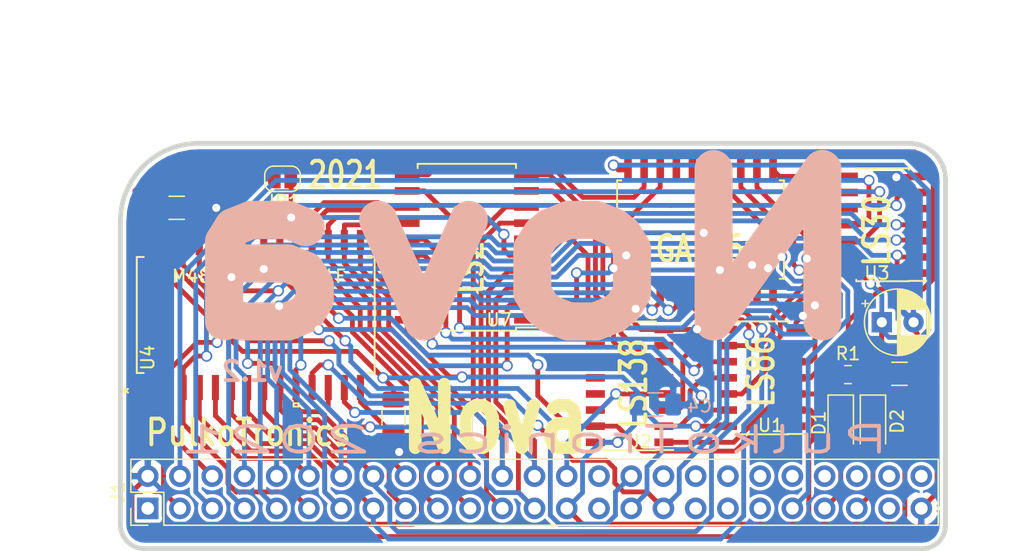
<source format=kicad_pcb>
(kicad_pcb (version 20171130) (host pcbnew "(5.1.4)-1")

  (general
    (thickness 1.6002)
    (drawings 21)
    (tracks 866)
    (zones 0)
    (modules 16)
    (nets 50)
  )

  (page User 152.4 119.99)
  (title_block
    (title FlashGordon)
    (date 2020-04-18)
    (rev 2020)
    (company PulkoTronics)
    (comment 1 "Flash memory interface for Amstrad CPC")
  )

  (layers
    (0 Dessus signal)
    (31 Dessous signal)
    (32 B.Adhes user)
    (33 F.Adhes user)
    (34 B.Paste user)
    (35 F.Paste user)
    (36 B.SilkS user)
    (37 F.SilkS user)
    (38 B.Mask user hide)
    (39 F.Mask user hide)
    (40 Dwgs.User user)
    (41 Cmts.User user)
    (42 Eco1.User user)
    (43 Eco2.User user)
    (44 Edge.Cuts user)
  )

  (setup
    (last_trace_width 0.381)
    (user_trace_width 0.2032)
    (user_trace_width 0.381)
    (user_trace_width 0.8001)
    (trace_clearance 0.2032)
    (zone_clearance 0.275)
    (zone_45_only no)
    (trace_min 0.1524)
    (via_size 0.889)
    (via_drill 0.635)
    (via_min_size 0.889)
    (via_min_drill 0.508)
    (user_via 1.50114 0.39878)
    (uvia_size 0.508)
    (uvia_drill 0.127)
    (uvias_allowed no)
    (uvia_min_size 0.508)
    (uvia_min_drill 0.127)
    (edge_width 0.381)
    (segment_width 0.381)
    (pcb_text_width 0.3048)
    (pcb_text_size 1.524 2.032)
    (mod_edge_width 0.381)
    (mod_text_size 1.524 1.524)
    (mod_text_width 0.3048)
    (pad_size 1.524 1.524)
    (pad_drill 0.8128)
    (pad_to_mask_clearance 0.254)
    (solder_mask_min_width 0.25)
    (aux_axis_origin 0 0)
    (visible_elements 7FFFFFFF)
    (pcbplotparams
      (layerselection 0x010f0_ffffffff)
      (usegerberextensions true)
      (usegerberattributes false)
      (usegerberadvancedattributes false)
      (creategerberjobfile false)
      (excludeedgelayer false)
      (linewidth 0.150000)
      (plotframeref false)
      (viasonmask false)
      (mode 1)
      (useauxorigin false)
      (hpglpennumber 1)
      (hpglpenspeed 20)
      (hpglpendiameter 15.000000)
      (psnegative false)
      (psa4output false)
      (plotreference true)
      (plotvalue true)
      (plotinvisibletext false)
      (padsonsilk false)
      (subtractmaskfromsilk false)
      (outputformat 1)
      (mirror false)
      (drillshape 0)
      (scaleselection 1)
      (outputdirectory "GERBER/"))
  )

  (net 0 "")
  (net 1 /A0)
  (net 2 /A1)
  (net 3 /A10)
  (net 4 /A11)
  (net 5 /A12)
  (net 6 /A13)
  (net 7 /A15)
  (net 8 /A2)
  (net 9 /A3)
  (net 10 /A4)
  (net 11 /A5)
  (net 12 /A6)
  (net 13 /A7)
  (net 14 /A8)
  (net 15 /A9)
  (net 16 /D0)
  (net 17 /D1)
  (net 18 /D2)
  (net 19 /D3)
  (net 20 /D4)
  (net 21 /D5)
  (net 22 /D6)
  (net 23 /D7)
  (net 24 GND)
  (net 25 IORQ)
  (net 26 MREQ)
  (net 27 VCC)
  (net 28 WR)
  (net 29 /A14)
  (net 30 /RAMDIS)
  (net 31 /RESET)
  (net 32 RD)
  (net 33 /SEL1)
  (net 34 "Net-(JP1-Pad2)")
  (net 35 /MAP3)
  (net 36 /MAP2)
  (net 37 "Net-(U1-Pad8)")
  (net 38 /MAP1)
  (net 39 "Net-(U1-Pad11)")
  (net 40 /SEL2)
  (net 41 /SEL3)
  (net 42 /SEL0)
  (net 43 /MAPSEL)
  (net 44 /RAMSEL)
  (net 45 /ROMDIS)
  (net 46 "Net-(U1-Pad6)")
  (net 47 "Net-(D1-Pad1)")
  (net 48 /ADR3)
  (net 49 /SHRESET)

  (net_class Default "Ceci est la Netclass par défaut"
    (clearance 0.2032)
    (trace_width 0.381)
    (via_dia 0.889)
    (via_drill 0.635)
    (uvia_dia 0.508)
    (uvia_drill 0.127)
    (add_net /A0)
    (add_net /A1)
    (add_net /A10)
    (add_net /A11)
    (add_net /A12)
    (add_net /A13)
    (add_net /A14)
    (add_net /A15)
    (add_net /A2)
    (add_net /A3)
    (add_net /A4)
    (add_net /A5)
    (add_net /A6)
    (add_net /A7)
    (add_net /A8)
    (add_net /A9)
    (add_net /ADR3)
    (add_net /D0)
    (add_net /D1)
    (add_net /D2)
    (add_net /D3)
    (add_net /D4)
    (add_net /D5)
    (add_net /D6)
    (add_net /D7)
    (add_net /MAP0)
    (add_net /MAP1)
    (add_net /MAP2)
    (add_net /MAP3)
    (add_net /MAPSEL)
    (add_net /RAMDIS)
    (add_net /RAMSEL)
    (add_net /RESET)
    (add_net /ROMDIS)
    (add_net /SEL0)
    (add_net /SEL1)
    (add_net /SEL2)
    (add_net /SEL3)
    (add_net /SHRESET)
    (add_net GND)
    (add_net IORQ)
    (add_net MREQ)
    (add_net "Net-(D1-Pad1)")
    (add_net "Net-(J1-Pad1)")
    (add_net "Net-(J1-Pad29)")
    (add_net "Net-(J1-Pad30)")
    (add_net "Net-(J1-Pad34)")
    (add_net "Net-(J1-Pad35)")
    (add_net "Net-(J1-Pad36)")
    (add_net "Net-(J1-Pad37)")
    (add_net "Net-(J1-Pad38)")
    (add_net "Net-(J1-Pad39)")
    (add_net "Net-(J1-Pad40)")
    (add_net "Net-(J1-Pad42)")
    (add_net "Net-(J1-Pad44)")
    (add_net "Net-(J1-Pad46)")
    (add_net "Net-(J1-Pad47)")
    (add_net "Net-(J1-Pad48)")
    (add_net "Net-(J1-Pad50)")
    (add_net "Net-(JP1-Pad2)")
    (add_net "Net-(U1-Pad11)")
    (add_net "Net-(U1-Pad6)")
    (add_net "Net-(U1-Pad8)")
    (add_net "Net-(U2-Pad10)")
    (add_net "Net-(U2-Pad11)")
    (add_net "Net-(U2-Pad12)")
    (add_net "Net-(U2-Pad13)")
    (add_net "Net-(U2-Pad14)")
    (add_net "Net-(U2-Pad7)")
    (add_net "Net-(U2-Pad9)")
    (add_net "Net-(U5-Pad15)")
    (add_net "Net-(U5-Pad17)")
    (add_net RD)
    (add_net VCC)
    (add_net WR)
  )

  (module Housings_SOIC:SOIC-20W_7.5x12.8mm_Pitch1.27mm (layer Dessus) (tedit 58CC8F64) (tstamp 60A3DE42)
    (at 92.71 44.958 90)
    (descr "20-Lead Plastic Small Outline (SO) - Wide, 7.50 mm Body [SOIC] (see Microchip Packaging Specification 00000049BS.pdf)")
    (tags "SOIC 1.27")
    (path /60A49CF2)
    (attr smd)
    (fp_text reference U5 (at -2.286 -5.588 270) (layer F.SilkS)
      (effects (font (size 1 1) (thickness 0.15)))
    )
    (fp_text value GAL16V8 (at 0 7.5 90) (layer F.Fab)
      (effects (font (size 1 1) (thickness 0.15)))
    )
    (fp_text user %R (at 0 0 90) (layer F.Fab)
      (effects (font (size 1 1) (thickness 0.15)))
    )
    (fp_line (start -2.75 -6.4) (end 3.75 -6.4) (layer F.Fab) (width 0.15))
    (fp_line (start 3.75 -6.4) (end 3.75 6.4) (layer F.Fab) (width 0.15))
    (fp_line (start 3.75 6.4) (end -3.75 6.4) (layer F.Fab) (width 0.15))
    (fp_line (start -3.75 6.4) (end -3.75 -5.4) (layer F.Fab) (width 0.15))
    (fp_line (start -3.75 -5.4) (end -2.75 -6.4) (layer F.Fab) (width 0.15))
    (fp_line (start -5.95 -6.75) (end -5.95 6.75) (layer F.CrtYd) (width 0.05))
    (fp_line (start 5.95 -6.75) (end 5.95 6.75) (layer F.CrtYd) (width 0.05))
    (fp_line (start -5.95 -6.75) (end 5.95 -6.75) (layer F.CrtYd) (width 0.05))
    (fp_line (start -5.95 6.75) (end 5.95 6.75) (layer F.CrtYd) (width 0.05))
    (fp_line (start -3.875 -6.575) (end -3.875 -6.325) (layer F.SilkS) (width 0.15))
    (fp_line (start 3.875 -6.575) (end 3.875 -6.24) (layer F.SilkS) (width 0.15))
    (fp_line (start 3.875 6.575) (end 3.875 6.24) (layer F.SilkS) (width 0.15))
    (fp_line (start -3.875 6.575) (end -3.875 6.24) (layer F.SilkS) (width 0.15))
    (fp_line (start -3.875 -6.575) (end 3.875 -6.575) (layer F.SilkS) (width 0.15))
    (fp_line (start -3.875 6.575) (end 3.875 6.575) (layer F.SilkS) (width 0.15))
    (fp_line (start -3.875 -6.325) (end -5.675 -6.325) (layer F.SilkS) (width 0.15))
    (pad 1 smd rect (at -4.7 -5.715 90) (size 1.95 0.6) (layers Dessus F.Paste F.Mask)
      (net 1 /A0))
    (pad 2 smd rect (at -4.7 -4.445 90) (size 1.95 0.6) (layers Dessus F.Paste F.Mask)
      (net 15 /A9))
    (pad 3 smd rect (at -4.7 -3.175 90) (size 1.95 0.6) (layers Dessus F.Paste F.Mask)
      (net 10 /A4))
    (pad 4 smd rect (at -4.7 -1.905 90) (size 1.95 0.6) (layers Dessus F.Paste F.Mask)
      (net 11 /A5))
    (pad 5 smd rect (at -4.7 -0.635 90) (size 1.95 0.6) (layers Dessus F.Paste F.Mask)
      (net 8 /A2))
    (pad 6 smd rect (at -4.7 0.635 90) (size 1.95 0.6) (layers Dessus F.Paste F.Mask)
      (net 9 /A3))
    (pad 7 smd rect (at -4.7 1.905 90) (size 1.95 0.6) (layers Dessus F.Paste F.Mask)
      (net 12 /A6))
    (pad 8 smd rect (at -4.7 3.175 90) (size 1.95 0.6) (layers Dessus F.Paste F.Mask)
      (net 3 /A10))
    (pad 9 smd rect (at -4.7 4.445 90) (size 1.95 0.6) (layers Dessus F.Paste F.Mask)
      (net 14 /A8))
    (pad 10 smd rect (at -4.7 5.715 90) (size 1.95 0.6) (layers Dessus F.Paste F.Mask)
      (net 24 GND))
    (pad 11 smd rect (at 4.7 5.715 90) (size 1.95 0.6) (layers Dessus F.Paste F.Mask)
      (net 48 /ADR3))
    (pad 12 smd rect (at 4.7 4.445 90) (size 1.95 0.6) (layers Dessus F.Paste F.Mask)
      (net 31 /RESET))
    (pad 13 smd rect (at 4.7 3.175 90) (size 1.95 0.6) (layers Dessus F.Paste F.Mask)
      (net 28 WR))
    (pad 14 smd rect (at 4.7 1.905 90) (size 1.95 0.6) (layers Dessus F.Paste F.Mask)
      (net 25 IORQ))
    (pad 15 smd rect (at 4.7 0.635 90) (size 1.95 0.6) (layers Dessus F.Paste F.Mask))
    (pad 16 smd rect (at 4.7 -0.635 90) (size 1.95 0.6) (layers Dessus F.Paste F.Mask))
    (pad 17 smd rect (at 4.7 -1.905 90) (size 1.95 0.6) (layers Dessus F.Paste F.Mask))
    (pad 18 smd rect (at 4.7 -3.175 90) (size 1.95 0.6) (layers Dessus F.Paste F.Mask)
      (net 49 /SHRESET))
    (pad 19 smd rect (at 4.7 -4.445 90) (size 1.95 0.6) (layers Dessus F.Paste F.Mask)
      (net 43 /MAPSEL))
    (pad 20 smd rect (at 4.7 -5.715 90) (size 1.95 0.6) (layers Dessus F.Paste F.Mask)
      (net 27 VCC))
    (model ${KISYS3DMOD}/Housings_SOIC.3dshapes/SOIC-20W_7.5x12.8mm_Pitch1.27mm.wrl
      (at (xyz 0 0 0))
      (scale (xyz 1 1 1))
      (rotate (xyz 0 0 0))
    )
  )

  (module NVRAM:M48T35Y-70MH1F (layer Dessus) (tedit 60355E00) (tstamp 605530E0)
    (at 57.658 51.689 90)
    (path /6036E291)
    (fp_text reference U4 (at -3.3655 -8.509 90) (layer F.SilkS)
      (effects (font (size 1 1) (thickness 0.15)))
    )
    (fp_text value M48T35Y-70MH1F (at 3.048 0.254 180) (layer F.SilkS)
      (effects (font (size 1 1) (thickness 0.15)))
    )
    (fp_text user "Copyright 2016 Accelerated Designs. All rights reserved." (at 0 0 90) (layer Cmts.User)
      (effects (font (size 0.127 0.127) (thickness 0.002)))
    )
    (fp_text user * (at -5.969 -9.9568 90) (layer F.SilkS)
      (effects (font (size 1 1) (thickness 0.15)))
    )
    (fp_text user * (at -4.064 -9.1694 90) (layer F.Fab)
      (effects (font (size 1 1) (thickness 0.15)))
    )
    (fp_text user 0.05in/1.27mm (at 14.224 -12.827 90) (layer Dwgs.User)
      (effects (font (size 1 1) (thickness 0.15)))
    )
    (fp_text user 0.022in/0.559mm (at 14.859 -16.891 90) (layer Dwgs.User)
      (effects (font (size 1 1) (thickness 0.15)))
    )
    (fp_text user 0.45in/11.43mm (at 14.732 -14.859 90) (layer Dwgs.User)
      (effects (font (size 1 1) (thickness 0.15)))
    )
    (fp_text user 0.078in/1.981mm (at 14.859 -19.304 90) (layer Dwgs.User)
      (effects (font (size 1 1) (thickness 0.15)))
    )
    (fp_text user * (at -5.969 -9.9568 90) (layer F.SilkS)
      (effects (font (size 1 1) (thickness 0.15)))
    )
    (fp_text user * (at -4.064 -9.1694 90) (layer F.Fab)
      (effects (font (size 1 1) (thickness 0.15)))
    )
    (fp_line (start -4.445 -8.001) (end -4.445 -8.509) (layer F.Fab) (width 0.1524))
    (fp_line (start -4.445 -8.509) (end -6.35 -8.509) (layer F.Fab) (width 0.1524))
    (fp_line (start -6.35 -8.509) (end -6.35 -8.001) (layer F.Fab) (width 0.1524))
    (fp_line (start -6.35 -8.001) (end -4.445 -8.001) (layer F.Fab) (width 0.1524))
    (fp_line (start -4.445 -6.731) (end -4.445 -7.239) (layer F.Fab) (width 0.1524))
    (fp_line (start -4.445 -7.239) (end -6.35 -7.239) (layer F.Fab) (width 0.1524))
    (fp_line (start -6.35 -7.239) (end -6.35 -6.731) (layer F.Fab) (width 0.1524))
    (fp_line (start -6.35 -6.731) (end -4.445 -6.731) (layer F.Fab) (width 0.1524))
    (fp_line (start -4.445 -5.461) (end -4.445 -5.969) (layer F.Fab) (width 0.1524))
    (fp_line (start -4.445 -5.969) (end -6.35 -5.969) (layer F.Fab) (width 0.1524))
    (fp_line (start -6.35 -5.969) (end -6.35 -5.461) (layer F.Fab) (width 0.1524))
    (fp_line (start -6.35 -5.461) (end -4.445 -5.461) (layer F.Fab) (width 0.1524))
    (fp_line (start -4.445 -4.191) (end -4.445 -4.699) (layer F.Fab) (width 0.1524))
    (fp_line (start -4.445 -4.699) (end -6.35 -4.699) (layer F.Fab) (width 0.1524))
    (fp_line (start -6.35 -4.699) (end -6.35 -4.191) (layer F.Fab) (width 0.1524))
    (fp_line (start -6.35 -4.191) (end -4.445 -4.191) (layer F.Fab) (width 0.1524))
    (fp_line (start -4.445 -2.921) (end -4.445 -3.429) (layer F.Fab) (width 0.1524))
    (fp_line (start -4.445 -3.429) (end -6.35 -3.429) (layer F.Fab) (width 0.1524))
    (fp_line (start -6.35 -3.429) (end -6.35 -2.921) (layer F.Fab) (width 0.1524))
    (fp_line (start -6.35 -2.921) (end -4.445 -2.921) (layer F.Fab) (width 0.1524))
    (fp_line (start -4.445 -1.651) (end -4.445 -2.159) (layer F.Fab) (width 0.1524))
    (fp_line (start -4.445 -2.159) (end -6.35 -2.159) (layer F.Fab) (width 0.1524))
    (fp_line (start -6.35 -2.159) (end -6.35 -1.651) (layer F.Fab) (width 0.1524))
    (fp_line (start -6.35 -1.651) (end -4.445 -1.651) (layer F.Fab) (width 0.1524))
    (fp_line (start -4.445 -0.381) (end -4.445 -0.889) (layer F.Fab) (width 0.1524))
    (fp_line (start -4.445 -0.889) (end -6.35 -0.889) (layer F.Fab) (width 0.1524))
    (fp_line (start -6.35 -0.889) (end -6.35 -0.381) (layer F.Fab) (width 0.1524))
    (fp_line (start -6.35 -0.381) (end -4.445 -0.381) (layer F.Fab) (width 0.1524))
    (fp_line (start -4.445 0.889) (end -4.445 0.381) (layer F.Fab) (width 0.1524))
    (fp_line (start -4.445 0.381) (end -6.35 0.381) (layer F.Fab) (width 0.1524))
    (fp_line (start -6.35 0.381) (end -6.35 0.889) (layer F.Fab) (width 0.1524))
    (fp_line (start -6.35 0.889) (end -4.445 0.889) (layer F.Fab) (width 0.1524))
    (fp_line (start -4.445 2.159) (end -4.445 1.651) (layer F.Fab) (width 0.1524))
    (fp_line (start -4.445 1.651) (end -6.35 1.651) (layer F.Fab) (width 0.1524))
    (fp_line (start -6.35 1.651) (end -6.35 2.159) (layer F.Fab) (width 0.1524))
    (fp_line (start -6.35 2.159) (end -4.445 2.159) (layer F.Fab) (width 0.1524))
    (fp_line (start -4.445 3.429) (end -4.445 2.921) (layer F.Fab) (width 0.1524))
    (fp_line (start -4.445 2.921) (end -6.35 2.921) (layer F.Fab) (width 0.1524))
    (fp_line (start -6.35 2.921) (end -6.35 3.429) (layer F.Fab) (width 0.1524))
    (fp_line (start -6.35 3.429) (end -4.445 3.429) (layer F.Fab) (width 0.1524))
    (fp_line (start -4.445 4.699) (end -4.445 4.191) (layer F.Fab) (width 0.1524))
    (fp_line (start -4.445 4.191) (end -6.35 4.191) (layer F.Fab) (width 0.1524))
    (fp_line (start -6.35 4.191) (end -6.35 4.699) (layer F.Fab) (width 0.1524))
    (fp_line (start -6.35 4.699) (end -4.445 4.699) (layer F.Fab) (width 0.1524))
    (fp_line (start -4.445 5.969) (end -4.445 5.461) (layer F.Fab) (width 0.1524))
    (fp_line (start -4.445 5.461) (end -6.35 5.461) (layer F.Fab) (width 0.1524))
    (fp_line (start -6.35 5.461) (end -6.35 5.969) (layer F.Fab) (width 0.1524))
    (fp_line (start -6.35 5.969) (end -4.445 5.969) (layer F.Fab) (width 0.1524))
    (fp_line (start -4.445 7.239) (end -4.445 6.731) (layer F.Fab) (width 0.1524))
    (fp_line (start -4.445 6.731) (end -6.35 6.731) (layer F.Fab) (width 0.1524))
    (fp_line (start -6.35 6.731) (end -6.35 7.239) (layer F.Fab) (width 0.1524))
    (fp_line (start -6.35 7.239) (end -4.445 7.239) (layer F.Fab) (width 0.1524))
    (fp_line (start -4.445 8.509) (end -4.445 8.001) (layer F.Fab) (width 0.1524))
    (fp_line (start -4.445 8.001) (end -6.35 8.001) (layer F.Fab) (width 0.1524))
    (fp_line (start -6.35 8.001) (end -6.35 8.509) (layer F.Fab) (width 0.1524))
    (fp_line (start -6.35 8.509) (end -4.445 8.509) (layer F.Fab) (width 0.1524))
    (fp_line (start 4.445 8.001) (end 4.445 8.509) (layer F.Fab) (width 0.1524))
    (fp_line (start 4.445 8.509) (end 6.35 8.509) (layer F.Fab) (width 0.1524))
    (fp_line (start 6.35 8.509) (end 6.35 8.001) (layer F.Fab) (width 0.1524))
    (fp_line (start 6.35 8.001) (end 4.445 8.001) (layer F.Fab) (width 0.1524))
    (fp_line (start 4.445 6.731) (end 4.445 7.239) (layer F.Fab) (width 0.1524))
    (fp_line (start 4.445 7.239) (end 6.35 7.239) (layer F.Fab) (width 0.1524))
    (fp_line (start 6.35 7.239) (end 6.35 6.731) (layer F.Fab) (width 0.1524))
    (fp_line (start 6.35 6.731) (end 4.445 6.731) (layer F.Fab) (width 0.1524))
    (fp_line (start 4.445 5.461) (end 4.445 5.969) (layer F.Fab) (width 0.1524))
    (fp_line (start 4.445 5.969) (end 6.35 5.969) (layer F.Fab) (width 0.1524))
    (fp_line (start 6.35 5.969) (end 6.35 5.461) (layer F.Fab) (width 0.1524))
    (fp_line (start 6.35 5.461) (end 4.445 5.461) (layer F.Fab) (width 0.1524))
    (fp_line (start 4.445 4.191) (end 4.445 4.699) (layer F.Fab) (width 0.1524))
    (fp_line (start 4.445 4.699) (end 6.35 4.699) (layer F.Fab) (width 0.1524))
    (fp_line (start 6.35 4.699) (end 6.35 4.191) (layer F.Fab) (width 0.1524))
    (fp_line (start 6.35 4.191) (end 4.445 4.191) (layer F.Fab) (width 0.1524))
    (fp_line (start 4.445 2.921) (end 4.445 3.429) (layer F.Fab) (width 0.1524))
    (fp_line (start 4.445 3.429) (end 6.35 3.429) (layer F.Fab) (width 0.1524))
    (fp_line (start 6.35 3.429) (end 6.35 2.921) (layer F.Fab) (width 0.1524))
    (fp_line (start 6.35 2.921) (end 4.445 2.921) (layer F.Fab) (width 0.1524))
    (fp_line (start 4.445 1.651) (end 4.445 2.159) (layer F.Fab) (width 0.1524))
    (fp_line (start 4.445 2.159) (end 6.35 2.159) (layer F.Fab) (width 0.1524))
    (fp_line (start 6.35 2.159) (end 6.35 1.651) (layer F.Fab) (width 0.1524))
    (fp_line (start 6.35 1.651) (end 4.445 1.651) (layer F.Fab) (width 0.1524))
    (fp_line (start 4.445 0.381) (end 4.445 0.889) (layer F.Fab) (width 0.1524))
    (fp_line (start 4.445 0.889) (end 6.35 0.889) (layer F.Fab) (width 0.1524))
    (fp_line (start 6.35 0.889) (end 6.35 0.381) (layer F.Fab) (width 0.1524))
    (fp_line (start 6.35 0.381) (end 4.445 0.381) (layer F.Fab) (width 0.1524))
    (fp_line (start 4.445 -0.889) (end 4.445 -0.381) (layer F.Fab) (width 0.1524))
    (fp_line (start 4.445 -0.381) (end 6.35 -0.381) (layer F.Fab) (width 0.1524))
    (fp_line (start 6.35 -0.381) (end 6.35 -0.889) (layer F.Fab) (width 0.1524))
    (fp_line (start 6.35 -0.889) (end 4.445 -0.889) (layer F.Fab) (width 0.1524))
    (fp_line (start 4.445 -2.159) (end 4.445 -1.651) (layer F.Fab) (width 0.1524))
    (fp_line (start 4.445 -1.651) (end 6.35 -1.651) (layer F.Fab) (width 0.1524))
    (fp_line (start 6.35 -1.651) (end 6.35 -2.159) (layer F.Fab) (width 0.1524))
    (fp_line (start 6.35 -2.159) (end 4.445 -2.159) (layer F.Fab) (width 0.1524))
    (fp_line (start 4.445 -3.429) (end 4.445 -2.921) (layer F.Fab) (width 0.1524))
    (fp_line (start 4.445 -2.921) (end 6.35 -2.921) (layer F.Fab) (width 0.1524))
    (fp_line (start 6.35 -2.921) (end 6.35 -3.429) (layer F.Fab) (width 0.1524))
    (fp_line (start 6.35 -3.429) (end 4.445 -3.429) (layer F.Fab) (width 0.1524))
    (fp_line (start 4.445 -4.699) (end 4.445 -4.191) (layer F.Fab) (width 0.1524))
    (fp_line (start 4.445 -4.191) (end 6.35 -4.191) (layer F.Fab) (width 0.1524))
    (fp_line (start 6.35 -4.191) (end 6.35 -4.699) (layer F.Fab) (width 0.1524))
    (fp_line (start 6.35 -4.699) (end 4.445 -4.699) (layer F.Fab) (width 0.1524))
    (fp_line (start 4.445 -5.969) (end 4.445 -5.461) (layer F.Fab) (width 0.1524))
    (fp_line (start 4.445 -5.461) (end 6.35 -5.461) (layer F.Fab) (width 0.1524))
    (fp_line (start 6.35 -5.461) (end 6.35 -5.969) (layer F.Fab) (width 0.1524))
    (fp_line (start 6.35 -5.969) (end 4.445 -5.969) (layer F.Fab) (width 0.1524))
    (fp_line (start 4.445 -7.239) (end 4.445 -6.731) (layer F.Fab) (width 0.1524))
    (fp_line (start 4.445 -6.731) (end 6.35 -6.731) (layer F.Fab) (width 0.1524))
    (fp_line (start 6.35 -6.731) (end 6.35 -7.239) (layer F.Fab) (width 0.1524))
    (fp_line (start 6.35 -7.239) (end 4.445 -7.239) (layer F.Fab) (width 0.1524))
    (fp_line (start 4.445 -8.509) (end 4.445 -8.001) (layer F.Fab) (width 0.1524))
    (fp_line (start 4.445 -8.001) (end 6.35 -8.001) (layer F.Fab) (width 0.1524))
    (fp_line (start 6.35 -8.001) (end 6.35 -8.509) (layer F.Fab) (width 0.1524))
    (fp_line (start 6.35 -8.509) (end 4.445 -8.509) (layer F.Fab) (width 0.1524))
    (fp_line (start -4.572 9.3726) (end 4.572 9.3726) (layer F.SilkS) (width 0.1524))
    (fp_line (start 4.572 9.3726) (end 4.572 8.830187) (layer F.SilkS) (width 0.1524))
    (fp_line (start 4.572 -9.3726) (end -4.572 -9.3726) (layer F.SilkS) (width 0.1524))
    (fp_line (start -4.572 -9.3726) (end -4.572 -8.830187) (layer F.SilkS) (width 0.1524))
    (fp_line (start -4.445 9.2456) (end 4.445 9.2456) (layer F.Fab) (width 0.1524))
    (fp_line (start 4.445 9.2456) (end 4.445 -9.2456) (layer F.Fab) (width 0.1524))
    (fp_line (start 4.445 -9.2456) (end -4.445 -9.2456) (layer F.Fab) (width 0.1524))
    (fp_line (start -4.445 -9.2456) (end -4.445 9.2456) (layer F.Fab) (width 0.1524))
    (fp_line (start -4.572 8.830187) (end -4.572 9.3726) (layer F.SilkS) (width 0.1524))
    (fp_line (start 4.572 -8.830187) (end 4.572 -9.3726) (layer F.SilkS) (width 0.1524))
    (fp_line (start -7.2136 2.9845) (end -7.2136 3.3655) (layer F.SilkS) (width 0.1524))
    (fp_line (start -7.2136 3.3655) (end -6.9596 3.3655) (layer F.SilkS) (width 0.1524))
    (fp_line (start -6.9596 3.3655) (end -6.9596 2.9845) (layer F.SilkS) (width 0.1524))
    (fp_line (start -6.9596 2.9845) (end -7.2136 2.9845) (layer F.SilkS) (width 0.1524))
    (fp_line (start 7.2136 1.7145) (end 7.2136 2.0955) (layer F.SilkS) (width 0.1524))
    (fp_line (start 7.2136 2.0955) (end 6.9596 2.0955) (layer F.SilkS) (width 0.1524))
    (fp_line (start 6.9596 2.0955) (end 6.9596 1.7145) (layer F.SilkS) (width 0.1524))
    (fp_line (start 6.9596 1.7145) (end 7.2136 1.7145) (layer F.SilkS) (width 0.1524))
    (fp_line (start -6.9596 8.7884) (end -6.9596 -8.7884) (layer F.CrtYd) (width 0.1524))
    (fp_line (start -6.9596 -8.7884) (end -4.699 -8.7884) (layer F.CrtYd) (width 0.1524))
    (fp_line (start -4.699 -8.7884) (end -4.699 -9.4996) (layer F.CrtYd) (width 0.1524))
    (fp_line (start -4.699 -9.4996) (end 4.699 -9.4996) (layer F.CrtYd) (width 0.1524))
    (fp_line (start 4.699 -9.4996) (end 4.699 -8.7884) (layer F.CrtYd) (width 0.1524))
    (fp_line (start 4.699 -8.7884) (end 6.9596 -8.7884) (layer F.CrtYd) (width 0.1524))
    (fp_line (start 6.9596 -8.7884) (end 6.9596 8.7884) (layer F.CrtYd) (width 0.1524))
    (fp_line (start 6.9596 8.7884) (end 4.699 8.7884) (layer F.CrtYd) (width 0.1524))
    (fp_line (start 4.699 8.7884) (end 4.699 9.4996) (layer F.CrtYd) (width 0.1524))
    (fp_line (start 4.699 9.4996) (end -4.699 9.4996) (layer F.CrtYd) (width 0.1524))
    (fp_line (start -4.699 9.4996) (end -4.699 8.7884) (layer F.CrtYd) (width 0.1524))
    (fp_line (start -4.699 8.7884) (end -6.9596 8.7884) (layer F.CrtYd) (width 0.1524))
    (fp_arc (start 0 -9.2456) (end 0.3048 -9.2456) (angle 180) (layer F.Fab) (width 0.1524))
    (pad 1 smd rect (at -5.715 -8.255 90) (size 1.9812 0.5588) (layers Dessus F.Paste F.Mask)
      (net 34 "Net-(JP1-Pad2)"))
    (pad 2 smd rect (at -5.715 -6.985 90) (size 1.9812 0.5588) (layers Dessus F.Paste F.Mask)
      (net 5 /A12))
    (pad 3 smd rect (at -5.715 -5.715 90) (size 1.9812 0.5588) (layers Dessus F.Paste F.Mask)
      (net 13 /A7))
    (pad 4 smd rect (at -5.715 -4.445 90) (size 1.9812 0.5588) (layers Dessus F.Paste F.Mask)
      (net 12 /A6))
    (pad 5 smd rect (at -5.715 -3.175 90) (size 1.9812 0.5588) (layers Dessus F.Paste F.Mask)
      (net 11 /A5))
    (pad 6 smd rect (at -5.715 -1.905 90) (size 1.9812 0.5588) (layers Dessus F.Paste F.Mask)
      (net 10 /A4))
    (pad 7 smd rect (at -5.715 -0.635 90) (size 1.9812 0.5588) (layers Dessus F.Paste F.Mask)
      (net 9 /A3))
    (pad 8 smd rect (at -5.715 0.635 90) (size 1.9812 0.5588) (layers Dessus F.Paste F.Mask)
      (net 8 /A2))
    (pad 9 smd rect (at -5.715 1.905 90) (size 1.9812 0.5588) (layers Dessus F.Paste F.Mask)
      (net 2 /A1))
    (pad 10 smd rect (at -5.715 3.175 90) (size 1.9812 0.5588) (layers Dessus F.Paste F.Mask)
      (net 1 /A0))
    (pad 11 smd rect (at -5.715 4.445 90) (size 1.9812 0.5588) (layers Dessus F.Paste F.Mask)
      (net 16 /D0))
    (pad 12 smd rect (at -5.715 5.715 90) (size 1.9812 0.5588) (layers Dessus F.Paste F.Mask)
      (net 17 /D1))
    (pad 13 smd rect (at -5.715 6.985 90) (size 1.9812 0.5588) (layers Dessus F.Paste F.Mask)
      (net 18 /D2))
    (pad 14 smd rect (at -5.715 8.255 90) (size 1.9812 0.5588) (layers Dessus F.Paste F.Mask)
      (net 24 GND))
    (pad 15 smd rect (at 5.715 8.255 90) (size 1.9812 0.5588) (layers Dessus F.Paste F.Mask)
      (net 19 /D3))
    (pad 16 smd rect (at 5.715 6.985 90) (size 1.9812 0.5588) (layers Dessus F.Paste F.Mask)
      (net 20 /D4))
    (pad 17 smd rect (at 5.715 5.715 90) (size 1.9812 0.5588) (layers Dessus F.Paste F.Mask)
      (net 21 /D5))
    (pad 18 smd rect (at 5.715 4.445 90) (size 1.9812 0.5588) (layers Dessus F.Paste F.Mask)
      (net 22 /D6))
    (pad 19 smd rect (at 5.715 3.175 90) (size 1.9812 0.5588) (layers Dessus F.Paste F.Mask)
      (net 23 /D7))
    (pad 20 smd rect (at 5.715 1.905 90) (size 1.9812 0.5588) (layers Dessus F.Paste F.Mask)
      (net 44 /RAMSEL))
    (pad 21 smd rect (at 5.715 0.635 90) (size 1.9812 0.5588) (layers Dessus F.Paste F.Mask)
      (net 3 /A10))
    (pad 22 smd rect (at 5.715 -0.635 90) (size 1.9812 0.5588) (layers Dessus F.Paste F.Mask)
      (net 32 RD))
    (pad 23 smd rect (at 5.715 -1.905 90) (size 1.9812 0.5588) (layers Dessus F.Paste F.Mask)
      (net 4 /A11))
    (pad 24 smd rect (at 5.715 -3.175 90) (size 1.9812 0.5588) (layers Dessus F.Paste F.Mask)
      (net 15 /A9))
    (pad 25 smd rect (at 5.715 -4.445 90) (size 1.9812 0.5588) (layers Dessus F.Paste F.Mask)
      (net 14 /A8))
    (pad 26 smd rect (at 5.715 -5.715 90) (size 1.9812 0.5588) (layers Dessus F.Paste F.Mask)
      (net 42 /SEL0))
    (pad 27 smd rect (at 5.715 -6.985 90) (size 1.9812 0.5588) (layers Dessus F.Paste F.Mask)
      (net 28 WR))
    (pad 28 smd rect (at 5.715 -8.255 90) (size 1.9812 0.5588) (layers Dessus F.Paste F.Mask)
      (net 27 VCC))
  )

  (module Package_SO:SOIC-14_3.9x8.7mm_P1.27mm (layer Dessus) (tedit 5A02F2D3) (tstamp 6055307C)
    (at 97.536 56.642 180)
    (descr "14-Lead Plastic Small Outline (SL) - Narrow, 3.90 mm Body [SOIC] (see Microchip Packaging Specification 00000049BS.pdf)")
    (tags "SOIC 1.27")
    (path /6037F6C9)
    (attr smd)
    (fp_text reference U1 (at -0.6985 -3.7465 180) (layer F.SilkS)
      (effects (font (size 1 1) (thickness 0.15)))
    )
    (fp_text value 74HC86 (at 0 5.375 180) (layer F.Fab)
      (effects (font (size 1 1) (thickness 0.15)))
    )
    (fp_text user %R (at 0 0 180) (layer F.Fab)
      (effects (font (size 0.9 0.9) (thickness 0.135)))
    )
    (fp_line (start -0.95 -4.35) (end 1.95 -4.35) (layer F.Fab) (width 0.15))
    (fp_line (start 1.95 -4.35) (end 1.95 4.35) (layer F.Fab) (width 0.15))
    (fp_line (start 1.95 4.35) (end -1.95 4.35) (layer F.Fab) (width 0.15))
    (fp_line (start -1.95 4.35) (end -1.95 -3.35) (layer F.Fab) (width 0.15))
    (fp_line (start -1.95 -3.35) (end -0.95 -4.35) (layer F.Fab) (width 0.15))
    (fp_line (start -3.7 -4.65) (end -3.7 4.65) (layer F.CrtYd) (width 0.05))
    (fp_line (start 3.7 -4.65) (end 3.7 4.65) (layer F.CrtYd) (width 0.05))
    (fp_line (start -3.7 -4.65) (end 3.7 -4.65) (layer F.CrtYd) (width 0.05))
    (fp_line (start -3.7 4.65) (end 3.7 4.65) (layer F.CrtYd) (width 0.05))
    (fp_line (start -2.075 -4.45) (end -2.075 -4.425) (layer F.SilkS) (width 0.15))
    (fp_line (start 2.075 -4.45) (end 2.075 -4.335) (layer F.SilkS) (width 0.15))
    (fp_line (start 2.075 4.45) (end 2.075 4.335) (layer F.SilkS) (width 0.15))
    (fp_line (start -2.075 4.45) (end -2.075 4.335) (layer F.SilkS) (width 0.15))
    (fp_line (start -2.075 -4.45) (end 2.075 -4.45) (layer F.SilkS) (width 0.15))
    (fp_line (start -2.075 4.45) (end 2.075 4.45) (layer F.SilkS) (width 0.15))
    (fp_line (start -2.075 -4.425) (end -3.45 -4.425) (layer F.SilkS) (width 0.15))
    (pad 1 smd rect (at -2.7 -3.81 180) (size 1.5 0.6) (layers Dessus F.Paste F.Mask)
      (net 44 /RAMSEL))
    (pad 2 smd rect (at -2.7 -2.54 180) (size 1.5 0.6) (layers Dessus F.Paste F.Mask)
      (net 27 VCC))
    (pad 3 smd rect (at -2.7 -1.27 180) (size 1.5 0.6) (layers Dessus F.Paste F.Mask)
      (net 47 "Net-(D1-Pad1)"))
    (pad 4 smd rect (at -2.7 0 180) (size 1.5 0.6) (layers Dessus F.Paste F.Mask)
      (net 7 /A15))
    (pad 5 smd rect (at -2.7 1.27 180) (size 1.5 0.6) (layers Dessus F.Paste F.Mask)
      (net 35 /MAP3))
    (pad 6 smd rect (at -2.7 2.54 180) (size 1.5 0.6) (layers Dessus F.Paste F.Mask)
      (net 46 "Net-(U1-Pad6)"))
    (pad 7 smd rect (at -2.7 3.81 180) (size 1.5 0.6) (layers Dessus F.Paste F.Mask)
      (net 24 GND))
    (pad 8 smd rect (at 2.7 3.81 180) (size 1.5 0.6) (layers Dessus F.Paste F.Mask)
      (net 37 "Net-(U1-Pad8)"))
    (pad 9 smd rect (at 2.7 2.54 180) (size 1.5 0.6) (layers Dessus F.Paste F.Mask)
      (net 29 /A14))
    (pad 10 smd rect (at 2.7 1.27 180) (size 1.5 0.6) (layers Dessus F.Paste F.Mask)
      (net 36 /MAP2))
    (pad 11 smd rect (at 2.7 0 180) (size 1.5 0.6) (layers Dessus F.Paste F.Mask)
      (net 39 "Net-(U1-Pad11)"))
    (pad 12 smd rect (at 2.7 -1.27 180) (size 1.5 0.6) (layers Dessus F.Paste F.Mask)
      (net 6 /A13))
    (pad 13 smd rect (at 2.7 -2.54 180) (size 1.5 0.6) (layers Dessus F.Paste F.Mask)
      (net 38 /MAP1))
    (pad 14 smd rect (at 2.7 -3.81 180) (size 1.5 0.6) (layers Dessus F.Paste F.Mask)
      (net 27 VCC))
    (model ${KISYS3DMOD}/Package_SO.3dshapes/SOIC-14_3.9x8.7mm_P1.27mm.wrl
      (at (xyz 0 0 0))
      (scale (xyz 1 1 1))
      (rotate (xyz 0 0 0))
    )
  )

  (module Connector_PinHeader_2.54mm:PinHeader_2x25_P2.54mm_Vertical (layer Dessus) (tedit 59FED5CC) (tstamp 60553069)
    (at 49.149 66.929 90)
    (descr "Through hole straight pin header, 2x25, 2.54mm pitch, double rows")
    (tags "Through hole pin header THT 2x25 2.54mm double row")
    (path /60427157)
    (fp_text reference J1 (at 1.27 -2.33 90) (layer F.SilkS)
      (effects (font (size 1 1) (thickness 0.15)))
    )
    (fp_text value Conn_02x25_Odd_Even (at 1.27 63.29 90) (layer F.Fab)
      (effects (font (size 1 1) (thickness 0.15)))
    )
    (fp_line (start 0 -1.27) (end 3.81 -1.27) (layer F.Fab) (width 0.1))
    (fp_line (start 3.81 -1.27) (end 3.81 62.23) (layer F.Fab) (width 0.1))
    (fp_line (start 3.81 62.23) (end -1.27 62.23) (layer F.Fab) (width 0.1))
    (fp_line (start -1.27 62.23) (end -1.27 0) (layer F.Fab) (width 0.1))
    (fp_line (start -1.27 0) (end 0 -1.27) (layer F.Fab) (width 0.1))
    (fp_line (start -1.33 62.29) (end 3.87 62.29) (layer F.SilkS) (width 0.12))
    (fp_line (start -1.33 1.27) (end -1.33 62.29) (layer F.SilkS) (width 0.12))
    (fp_line (start 3.87 -1.33) (end 3.87 62.29) (layer F.SilkS) (width 0.12))
    (fp_line (start -1.33 1.27) (end 1.27 1.27) (layer F.SilkS) (width 0.12))
    (fp_line (start 1.27 1.27) (end 1.27 -1.33) (layer F.SilkS) (width 0.12))
    (fp_line (start 1.27 -1.33) (end 3.87 -1.33) (layer F.SilkS) (width 0.12))
    (fp_line (start -1.33 0) (end -1.33 -1.33) (layer F.SilkS) (width 0.12))
    (fp_line (start -1.33 -1.33) (end 0 -1.33) (layer F.SilkS) (width 0.12))
    (fp_line (start -1.8 -1.8) (end -1.8 62.75) (layer F.CrtYd) (width 0.05))
    (fp_line (start -1.8 62.75) (end 4.35 62.75) (layer F.CrtYd) (width 0.05))
    (fp_line (start 4.35 62.75) (end 4.35 -1.8) (layer F.CrtYd) (width 0.05))
    (fp_line (start 4.35 -1.8) (end -1.8 -1.8) (layer F.CrtYd) (width 0.05))
    (fp_text user %R (at 1.27 30.48 180) (layer F.Fab)
      (effects (font (size 1 1) (thickness 0.15)))
    )
    (pad 1 thru_hole rect (at 0 0 90) (size 1.7 1.7) (drill 1) (layers *.Cu *.Mask))
    (pad 2 thru_hole oval (at 2.54 0 90) (size 1.7 1.7) (drill 1) (layers *.Cu *.Mask)
      (net 24 GND))
    (pad 3 thru_hole oval (at 0 2.54 90) (size 1.7 1.7) (drill 1) (layers *.Cu *.Mask)
      (net 7 /A15))
    (pad 4 thru_hole oval (at 2.54 2.54 90) (size 1.7 1.7) (drill 1) (layers *.Cu *.Mask)
      (net 29 /A14))
    (pad 5 thru_hole oval (at 0 5.08 90) (size 1.7 1.7) (drill 1) (layers *.Cu *.Mask)
      (net 6 /A13))
    (pad 6 thru_hole oval (at 2.54 5.08 90) (size 1.7 1.7) (drill 1) (layers *.Cu *.Mask)
      (net 5 /A12))
    (pad 7 thru_hole oval (at 0 7.62 90) (size 1.7 1.7) (drill 1) (layers *.Cu *.Mask)
      (net 4 /A11))
    (pad 8 thru_hole oval (at 2.54 7.62 90) (size 1.7 1.7) (drill 1) (layers *.Cu *.Mask)
      (net 3 /A10))
    (pad 9 thru_hole oval (at 0 10.16 90) (size 1.7 1.7) (drill 1) (layers *.Cu *.Mask)
      (net 15 /A9))
    (pad 10 thru_hole oval (at 2.54 10.16 90) (size 1.7 1.7) (drill 1) (layers *.Cu *.Mask)
      (net 14 /A8))
    (pad 11 thru_hole oval (at 0 12.7 90) (size 1.7 1.7) (drill 1) (layers *.Cu *.Mask)
      (net 13 /A7))
    (pad 12 thru_hole oval (at 2.54 12.7 90) (size 1.7 1.7) (drill 1) (layers *.Cu *.Mask)
      (net 12 /A6))
    (pad 13 thru_hole oval (at 0 15.24 90) (size 1.7 1.7) (drill 1) (layers *.Cu *.Mask)
      (net 11 /A5))
    (pad 14 thru_hole oval (at 2.54 15.24 90) (size 1.7 1.7) (drill 1) (layers *.Cu *.Mask)
      (net 10 /A4))
    (pad 15 thru_hole oval (at 0 17.78 90) (size 1.7 1.7) (drill 1) (layers *.Cu *.Mask)
      (net 9 /A3))
    (pad 16 thru_hole oval (at 2.54 17.78 90) (size 1.7 1.7) (drill 1) (layers *.Cu *.Mask)
      (net 8 /A2))
    (pad 17 thru_hole oval (at 0 20.32 90) (size 1.7 1.7) (drill 1) (layers *.Cu *.Mask)
      (net 2 /A1))
    (pad 18 thru_hole oval (at 2.54 20.32 90) (size 1.7 1.7) (drill 1) (layers *.Cu *.Mask)
      (net 1 /A0))
    (pad 19 thru_hole oval (at 0 22.86 90) (size 1.7 1.7) (drill 1) (layers *.Cu *.Mask)
      (net 23 /D7))
    (pad 20 thru_hole oval (at 2.54 22.86 90) (size 1.7 1.7) (drill 1) (layers *.Cu *.Mask)
      (net 22 /D6))
    (pad 21 thru_hole oval (at 0 25.4 90) (size 1.7 1.7) (drill 1) (layers *.Cu *.Mask)
      (net 21 /D5))
    (pad 22 thru_hole oval (at 2.54 25.4 90) (size 1.7 1.7) (drill 1) (layers *.Cu *.Mask)
      (net 20 /D4))
    (pad 23 thru_hole oval (at 0 27.94 90) (size 1.7 1.7) (drill 1) (layers *.Cu *.Mask)
      (net 19 /D3))
    (pad 24 thru_hole oval (at 2.54 27.94 90) (size 1.7 1.7) (drill 1) (layers *.Cu *.Mask)
      (net 18 /D2))
    (pad 25 thru_hole oval (at 0 30.48 90) (size 1.7 1.7) (drill 1) (layers *.Cu *.Mask)
      (net 17 /D1))
    (pad 26 thru_hole oval (at 2.54 30.48 90) (size 1.7 1.7) (drill 1) (layers *.Cu *.Mask)
      (net 16 /D0))
    (pad 27 thru_hole oval (at 0 33.02 90) (size 1.7 1.7) (drill 1) (layers *.Cu *.Mask)
      (net 27 VCC))
    (pad 28 thru_hole oval (at 2.54 33.02 90) (size 1.7 1.7) (drill 1) (layers *.Cu *.Mask)
      (net 26 MREQ))
    (pad 29 thru_hole oval (at 0 35.56 90) (size 1.7 1.7) (drill 1) (layers *.Cu *.Mask))
    (pad 30 thru_hole oval (at 2.54 35.56 90) (size 1.7 1.7) (drill 1) (layers *.Cu *.Mask))
    (pad 31 thru_hole oval (at 0 38.1 90) (size 1.7 1.7) (drill 1) (layers *.Cu *.Mask)
      (net 25 IORQ))
    (pad 32 thru_hole oval (at 2.54 38.1 90) (size 1.7 1.7) (drill 1) (layers *.Cu *.Mask)
      (net 32 RD))
    (pad 33 thru_hole oval (at 0 40.64 90) (size 1.7 1.7) (drill 1) (layers *.Cu *.Mask)
      (net 28 WR))
    (pad 34 thru_hole oval (at 2.54 40.64 90) (size 1.7 1.7) (drill 1) (layers *.Cu *.Mask))
    (pad 35 thru_hole oval (at 0 43.18 90) (size 1.7 1.7) (drill 1) (layers *.Cu *.Mask))
    (pad 36 thru_hole oval (at 2.54 43.18 90) (size 1.7 1.7) (drill 1) (layers *.Cu *.Mask))
    (pad 37 thru_hole oval (at 0 45.72 90) (size 1.7 1.7) (drill 1) (layers *.Cu *.Mask))
    (pad 38 thru_hole oval (at 2.54 45.72 90) (size 1.7 1.7) (drill 1) (layers *.Cu *.Mask))
    (pad 39 thru_hole oval (at 0 48.26 90) (size 1.7 1.7) (drill 1) (layers *.Cu *.Mask))
    (pad 40 thru_hole oval (at 2.54 48.26 90) (size 1.7 1.7) (drill 1) (layers *.Cu *.Mask))
    (pad 41 thru_hole oval (at 0 50.8 90) (size 1.7 1.7) (drill 1) (layers *.Cu *.Mask)
      (net 31 /RESET))
    (pad 42 thru_hole oval (at 2.54 50.8 90) (size 1.7 1.7) (drill 1) (layers *.Cu *.Mask))
    (pad 43 thru_hole oval (at 0 53.34 90) (size 1.7 1.7) (drill 1) (layers *.Cu *.Mask)
      (net 45 /ROMDIS))
    (pad 44 thru_hole oval (at 2.54 53.34 90) (size 1.7 1.7) (drill 1) (layers *.Cu *.Mask))
    (pad 45 thru_hole oval (at 0 55.88 90) (size 1.7 1.7) (drill 1) (layers *.Cu *.Mask)
      (net 30 /RAMDIS))
    (pad 46 thru_hole oval (at 2.54 55.88 90) (size 1.7 1.7) (drill 1) (layers *.Cu *.Mask))
    (pad 47 thru_hole oval (at 0 58.42 90) (size 1.7 1.7) (drill 1) (layers *.Cu *.Mask))
    (pad 48 thru_hole oval (at 2.54 58.42 90) (size 1.7 1.7) (drill 1) (layers *.Cu *.Mask))
    (pad 49 thru_hole oval (at 0 60.96 90) (size 1.7 1.7) (drill 1) (layers *.Cu *.Mask)
      (net 24 GND))
    (pad 50 thru_hole oval (at 2.54 60.96 90) (size 1.7 1.7) (drill 1) (layers *.Cu *.Mask))
    (model ${KISYS3DMOD}/Connector_PinHeader_2.54mm.3dshapes/PinHeader_2x25_P2.54mm_Vertical.wrl
      (at (xyz 0 0 0))
      (scale (xyz 1 1 1))
      (rotate (xyz 0 0 0))
    )
  )

  (module Jumper:SolderJumper-2_P1.3mm_Open_RoundedPad1.0x1.5mm (layer Dessus) (tedit 5B391E66) (tstamp 6055307B)
    (at 59.7685 40.9575 180)
    (descr "SMD Solder Jumper, 1x1.5mm, rounded Pads, 0.3mm gap, open")
    (tags "solder jumper open")
    (path /60389732)
    (attr virtual)
    (fp_text reference JP1 (at 0 -1.8 180) (layer F.SilkS)
      (effects (font (size 1 1) (thickness 0.15)))
    )
    (fp_text value Jumper (at 0 1.9 180) (layer F.Fab)
      (effects (font (size 1 1) (thickness 0.15)))
    )
    (fp_arc (start 0.7 -0.3) (end 1.4 -0.3) (angle -90) (layer F.SilkS) (width 0.12))
    (fp_arc (start 0.7 0.3) (end 0.7 1) (angle -90) (layer F.SilkS) (width 0.12))
    (fp_arc (start -0.7 0.3) (end -1.4 0.3) (angle -90) (layer F.SilkS) (width 0.12))
    (fp_arc (start -0.7 -0.3) (end -0.7 -1) (angle -90) (layer F.SilkS) (width 0.12))
    (fp_line (start -1.4 0.3) (end -1.4 -0.3) (layer F.SilkS) (width 0.12))
    (fp_line (start 0.7 1) (end -0.7 1) (layer F.SilkS) (width 0.12))
    (fp_line (start 1.4 -0.3) (end 1.4 0.3) (layer F.SilkS) (width 0.12))
    (fp_line (start -0.7 -1) (end 0.7 -1) (layer F.SilkS) (width 0.12))
    (fp_line (start -1.65 -1.25) (end 1.65 -1.25) (layer F.CrtYd) (width 0.05))
    (fp_line (start -1.65 -1.25) (end -1.65 1.25) (layer F.CrtYd) (width 0.05))
    (fp_line (start 1.65 1.25) (end 1.65 -1.25) (layer F.CrtYd) (width 0.05))
    (fp_line (start 1.65 1.25) (end -1.65 1.25) (layer F.CrtYd) (width 0.05))
    (pad 1 smd custom (at -0.65 0 180) (size 1 0.5) (layers Dessus F.Mask)
      (net 33 /SEL1) (zone_connect 0)
      (options (clearance outline) (anchor rect))
      (primitives
        (gr_circle (center 0 0.25) (end 0.5 0.25) (width 0))
        (gr_circle (center 0 -0.25) (end 0.5 -0.25) (width 0))
        (gr_poly (pts
           (xy 0 -0.75) (xy 0.5 -0.75) (xy 0.5 0.75) (xy 0 0.75)) (width 0))
      ))
    (pad 2 smd custom (at 0.65 0 180) (size 1 0.5) (layers Dessus F.Mask)
      (net 34 "Net-(JP1-Pad2)") (zone_connect 0)
      (options (clearance outline) (anchor rect))
      (primitives
        (gr_circle (center 0 0.25) (end 0.5 0.25) (width 0))
        (gr_circle (center 0 -0.25) (end 0.5 -0.25) (width 0))
        (gr_poly (pts
           (xy 0 -0.75) (xy -0.5 -0.75) (xy -0.5 0.75) (xy 0 0.75)) (width 0))
      ))
  )

  (module Package_SO:SOIC-14_3.9x8.7mm_P1.27mm (layer Dessus) (tedit 5A02F2D3) (tstamp 605530DF)
    (at 107.061 44.577 180)
    (descr "14-Lead Plastic Small Outline (SL) - Narrow, 3.90 mm Body [SOIC] (see Microchip Packaging Specification 00000049BS.pdf)")
    (tags "SOIC 1.27")
    (path /603D2AC1)
    (attr smd)
    (fp_text reference U3 (at 0.4445 -3.81 180) (layer F.SilkS)
      (effects (font (size 1 1) (thickness 0.15)))
    )
    (fp_text value 74LS30 (at 0 5.375 180) (layer F.Fab)
      (effects (font (size 1 1) (thickness 0.15)))
    )
    (fp_line (start -2.075 -4.425) (end -3.45 -4.425) (layer F.SilkS) (width 0.15))
    (fp_line (start -2.075 4.45) (end 2.075 4.45) (layer F.SilkS) (width 0.15))
    (fp_line (start -2.075 -4.45) (end 2.075 -4.45) (layer F.SilkS) (width 0.15))
    (fp_line (start -2.075 4.45) (end -2.075 4.335) (layer F.SilkS) (width 0.15))
    (fp_line (start 2.075 4.45) (end 2.075 4.335) (layer F.SilkS) (width 0.15))
    (fp_line (start 2.075 -4.45) (end 2.075 -4.335) (layer F.SilkS) (width 0.15))
    (fp_line (start -2.075 -4.45) (end -2.075 -4.425) (layer F.SilkS) (width 0.15))
    (fp_line (start -3.7 4.65) (end 3.7 4.65) (layer F.CrtYd) (width 0.05))
    (fp_line (start -3.7 -4.65) (end 3.7 -4.65) (layer F.CrtYd) (width 0.05))
    (fp_line (start 3.7 -4.65) (end 3.7 4.65) (layer F.CrtYd) (width 0.05))
    (fp_line (start -3.7 -4.65) (end -3.7 4.65) (layer F.CrtYd) (width 0.05))
    (fp_line (start -1.95 -3.35) (end -0.95 -4.35) (layer F.Fab) (width 0.15))
    (fp_line (start -1.95 4.35) (end -1.95 -3.35) (layer F.Fab) (width 0.15))
    (fp_line (start 1.95 4.35) (end -1.95 4.35) (layer F.Fab) (width 0.15))
    (fp_line (start 1.95 -4.35) (end 1.95 4.35) (layer F.Fab) (width 0.15))
    (fp_line (start -0.95 -4.35) (end 1.95 -4.35) (layer F.Fab) (width 0.15))
    (fp_text user %R (at 0 0 180) (layer F.Fab)
      (effects (font (size 0.9 0.9) (thickness 0.135)))
    )
    (pad 14 smd rect (at 2.7 -3.81 180) (size 1.5 0.6) (layers Dessus F.Paste F.Mask)
      (net 27 VCC))
    (pad 13 smd rect (at 2.7 -2.54 180) (size 1.5 0.6) (layers Dessus F.Paste F.Mask))
    (pad 12 smd rect (at 2.7 -1.27 180) (size 1.5 0.6) (layers Dessus F.Paste F.Mask)
      (net 6 /A13))
    (pad 11 smd rect (at 2.7 0 180) (size 1.5 0.6) (layers Dessus F.Paste F.Mask)
      (net 29 /A14))
    (pad 10 smd rect (at 2.7 1.27 180) (size 1.5 0.6) (layers Dessus F.Paste F.Mask))
    (pad 9 smd rect (at 2.7 2.54 180) (size 1.5 0.6) (layers Dessus F.Paste F.Mask))
    (pad 8 smd rect (at 2.7 3.81 180) (size 1.5 0.6) (layers Dessus F.Paste F.Mask)
      (net 48 /ADR3))
    (pad 7 smd rect (at -2.7 3.81 180) (size 1.5 0.6) (layers Dessus F.Paste F.Mask)
      (net 24 GND))
    (pad 6 smd rect (at -2.7 2.54 180) (size 1.5 0.6) (layers Dessus F.Paste F.Mask)
      (net 13 /A7))
    (pad 5 smd rect (at -2.7 1.27 180) (size 1.5 0.6) (layers Dessus F.Paste F.Mask)
      (net 7 /A15))
    (pad 4 smd rect (at -2.7 0 180) (size 1.5 0.6) (layers Dessus F.Paste F.Mask)
      (net 5 /A12))
    (pad 3 smd rect (at -2.7 -1.27 180) (size 1.5 0.6) (layers Dessus F.Paste F.Mask)
      (net 4 /A11))
    (pad 2 smd rect (at -2.7 -2.54 180) (size 1.5 0.6) (layers Dessus F.Paste F.Mask)
      (net 2 /A1))
    (pad 1 smd rect (at -2.7 -3.81 180) (size 1.5 0.6) (layers Dessus F.Paste F.Mask)
      (net 2 /A1))
    (model ${KISYS3DMOD}/Package_SO.3dshapes/SOIC-14_3.9x8.7mm_P1.27mm.wrl
      (at (xyz 0 0 0))
      (scale (xyz 1 1 1))
      (rotate (xyz 0 0 0))
    )
  )

  (module Package_SO:SOIC-20W_7.5x12.8mm_P1.27mm (layer Dessus) (tedit 5A02F2D3) (tstamp 60553207)
    (at 74.295 46.355 180)
    (descr "20-Lead Plastic Small Outline (SO) - Wide, 7.50 mm Body [SOIC] (see Microchip Packaging Specification 00000049BS.pdf)")
    (tags "SOIC 1.27")
    (path /60426D23)
    (attr smd)
    (fp_text reference U7 (at -2.54 -5.715 180) (layer F.SilkS)
      (effects (font (size 1 1) (thickness 0.15)))
    )
    (fp_text value 74LS273 (at 0 7.5 180) (layer F.Fab)
      (effects (font (size 1 1) (thickness 0.15)))
    )
    (fp_text user %R (at 0 0 180) (layer F.Fab)
      (effects (font (size 1 1) (thickness 0.15)))
    )
    (fp_line (start -2.75 -6.4) (end 3.75 -6.4) (layer F.Fab) (width 0.15))
    (fp_line (start 3.75 -6.4) (end 3.75 6.4) (layer F.Fab) (width 0.15))
    (fp_line (start 3.75 6.4) (end -3.75 6.4) (layer F.Fab) (width 0.15))
    (fp_line (start -3.75 6.4) (end -3.75 -5.4) (layer F.Fab) (width 0.15))
    (fp_line (start -3.75 -5.4) (end -2.75 -6.4) (layer F.Fab) (width 0.15))
    (fp_line (start -5.95 -6.75) (end -5.95 6.75) (layer F.CrtYd) (width 0.05))
    (fp_line (start 5.95 -6.75) (end 5.95 6.75) (layer F.CrtYd) (width 0.05))
    (fp_line (start -5.95 -6.75) (end 5.95 -6.75) (layer F.CrtYd) (width 0.05))
    (fp_line (start -5.95 6.75) (end 5.95 6.75) (layer F.CrtYd) (width 0.05))
    (fp_line (start -3.875 -6.575) (end -3.875 -6.325) (layer F.SilkS) (width 0.15))
    (fp_line (start 3.875 -6.575) (end 3.875 -6.24) (layer F.SilkS) (width 0.15))
    (fp_line (start 3.875 6.575) (end 3.875 6.24) (layer F.SilkS) (width 0.15))
    (fp_line (start -3.875 6.575) (end -3.875 6.24) (layer F.SilkS) (width 0.15))
    (fp_line (start -3.875 -6.575) (end 3.875 -6.575) (layer F.SilkS) (width 0.15))
    (fp_line (start -3.875 6.575) (end 3.875 6.575) (layer F.SilkS) (width 0.15))
    (fp_line (start -3.875 -6.325) (end -5.675 -6.325) (layer F.SilkS) (width 0.15))
    (pad 1 smd rect (at -4.7 -5.715 180) (size 1.95 0.6) (layers Dessus F.Paste F.Mask)
      (net 49 /SHRESET))
    (pad 2 smd rect (at -4.7 -4.445 180) (size 1.95 0.6) (layers Dessus F.Paste F.Mask)
      (net 42 /SEL0))
    (pad 3 smd rect (at -4.7 -3.175 180) (size 1.95 0.6) (layers Dessus F.Paste F.Mask)
      (net 16 /D0))
    (pad 4 smd rect (at -4.7 -1.905 180) (size 1.95 0.6) (layers Dessus F.Paste F.Mask)
      (net 17 /D1))
    (pad 5 smd rect (at -4.7 -0.635 180) (size 1.95 0.6) (layers Dessus F.Paste F.Mask)
      (net 33 /SEL1))
    (pad 6 smd rect (at -4.7 0.635 180) (size 1.95 0.6) (layers Dessus F.Paste F.Mask)
      (net 40 /SEL2))
    (pad 7 smd rect (at -4.7 1.905 180) (size 1.95 0.6) (layers Dessus F.Paste F.Mask)
      (net 18 /D2))
    (pad 8 smd rect (at -4.7 3.175 180) (size 1.95 0.6) (layers Dessus F.Paste F.Mask)
      (net 19 /D3))
    (pad 9 smd rect (at -4.7 4.445 180) (size 1.95 0.6) (layers Dessus F.Paste F.Mask)
      (net 41 /SEL3))
    (pad 10 smd rect (at -4.7 5.715 180) (size 1.95 0.6) (layers Dessus F.Paste F.Mask)
      (net 24 GND))
    (pad 11 smd rect (at 4.7 5.715 180) (size 1.95 0.6) (layers Dessus F.Paste F.Mask)
      (net 43 /MAPSEL))
    (pad 12 smd rect (at 4.7 4.445 180) (size 1.95 0.6) (layers Dessus F.Paste F.Mask)
      (net 35 /MAP3))
    (pad 13 smd rect (at 4.7 3.175 180) (size 1.95 0.6) (layers Dessus F.Paste F.Mask)
      (net 23 /D7))
    (pad 14 smd rect (at 4.7 1.905 180) (size 1.95 0.6) (layers Dessus F.Paste F.Mask)
      (net 22 /D6))
    (pad 15 smd rect (at 4.7 0.635 180) (size 1.95 0.6) (layers Dessus F.Paste F.Mask)
      (net 36 /MAP2))
    (pad 16 smd rect (at 4.7 -0.635 180) (size 1.95 0.6) (layers Dessus F.Paste F.Mask)
      (net 38 /MAP1))
    (pad 17 smd rect (at 4.7 -1.905 180) (size 1.95 0.6) (layers Dessus F.Paste F.Mask)
      (net 21 /D5))
    (pad 18 smd rect (at 4.7 -3.175 180) (size 1.95 0.6) (layers Dessus F.Paste F.Mask)
      (net 20 /D4))
    (pad 19 smd rect (at 4.7 -4.445 180) (size 1.95 0.6) (layers Dessus F.Paste F.Mask))
    (pad 20 smd rect (at 4.7 -5.715 180) (size 1.95 0.6) (layers Dessus F.Paste F.Mask)
      (net 27 VCC))
    (model ${KISYS3DMOD}/Package_SO.3dshapes/SOIC-20W_7.5x12.8mm_P1.27mm.wrl
      (at (xyz 0 0 0))
      (scale (xyz 1 1 1))
      (rotate (xyz 0 0 0))
    )
  )

  (module Capacitor_SMD:C_1206_3216Metric (layer Dessous) (tedit 5B301BBE) (tstamp 60553021)
    (at 89.154 58.7375)
    (descr "Capacitor SMD 1206 (3216 Metric), square (rectangular) end terminal, IPC_7351 nominal, (Body size source: http://www.tortai-tech.com/upload/download/2011102023233369053.pdf), generated with kicad-footprint-generator")
    (tags capacitor)
    (path /6043410B)
    (attr smd)
    (fp_text reference C4 (at 3.4925 0.127) (layer B.SilkS)
      (effects (font (size 1 1) (thickness 0.15)) (justify mirror))
    )
    (fp_text value C (at 0 -1.82) (layer B.Fab)
      (effects (font (size 1 1) (thickness 0.15)) (justify mirror))
    )
    (fp_line (start -1.6 -0.8) (end -1.6 0.8) (layer B.Fab) (width 0.1))
    (fp_line (start -1.6 0.8) (end 1.6 0.8) (layer B.Fab) (width 0.1))
    (fp_line (start 1.6 0.8) (end 1.6 -0.8) (layer B.Fab) (width 0.1))
    (fp_line (start 1.6 -0.8) (end -1.6 -0.8) (layer B.Fab) (width 0.1))
    (fp_line (start -0.602064 0.91) (end 0.602064 0.91) (layer B.SilkS) (width 0.12))
    (fp_line (start -0.602064 -0.91) (end 0.602064 -0.91) (layer B.SilkS) (width 0.12))
    (fp_line (start -2.28 -1.12) (end -2.28 1.12) (layer B.CrtYd) (width 0.05))
    (fp_line (start -2.28 1.12) (end 2.28 1.12) (layer B.CrtYd) (width 0.05))
    (fp_line (start 2.28 1.12) (end 2.28 -1.12) (layer B.CrtYd) (width 0.05))
    (fp_line (start 2.28 -1.12) (end -2.28 -1.12) (layer B.CrtYd) (width 0.05))
    (fp_text user %R (at 0 0) (layer B.Fab)
      (effects (font (size 0.8 0.8) (thickness 0.12)) (justify mirror))
    )
    (pad 1 smd roundrect (at -1.4 0) (size 1.25 1.75) (layers Dessous B.Paste B.Mask) (roundrect_rratio 0.2)
      (net 27 VCC))
    (pad 2 smd roundrect (at 1.4 0) (size 1.25 1.75) (layers Dessous B.Paste B.Mask) (roundrect_rratio 0.2)
      (net 24 GND))
    (model ${KISYS3DMOD}/Capacitor_SMD.3dshapes/C_1206_3216Metric.wrl
      (at (xyz 0 0 0))
      (scale (xyz 1 1 1))
      (rotate (xyz 0 0 0))
    )
  )

  (module Capacitor_SMD:C_1206_3216Metric (layer Dessus) (tedit 5FB58927) (tstamp 5FBF29E9)
    (at 108.3915 56.3245)
    (descr "Capacitor SMD 1206 (3216 Metric), square (rectangular) end terminal, IPC_7351 nominal, (Body size source: http://www.tortai-tech.com/upload/download/2011102023233369053.pdf), generated with kicad-footprint-generator")
    (tags capacitor)
    (path /5FB4E00C)
    (attr smd)
    (fp_text reference C2 (at 0 -1.82) (layer Cmts.User)
      (effects (font (size 1 1) (thickness 0.15)))
    )
    (fp_text value C (at 0 1.82) (layer F.Fab)
      (effects (font (size 1 1) (thickness 0.15)))
    )
    (fp_text user %R (at 0 0) (layer F.Fab)
      (effects (font (size 0.8 0.8) (thickness 0.12)))
    )
    (fp_line (start 2.28 1.12) (end -2.28 1.12) (layer F.CrtYd) (width 0.05))
    (fp_line (start 2.28 -1.12) (end 2.28 1.12) (layer F.CrtYd) (width 0.05))
    (fp_line (start -2.28 -1.12) (end 2.28 -1.12) (layer F.CrtYd) (width 0.05))
    (fp_line (start -2.28 1.12) (end -2.28 -1.12) (layer F.CrtYd) (width 0.05))
    (fp_line (start -0.602064 0.91) (end 0.602064 0.91) (layer F.SilkS) (width 0.12))
    (fp_line (start -0.602064 -0.91) (end 0.602064 -0.91) (layer F.SilkS) (width 0.12))
    (fp_line (start 1.6 0.8) (end -1.6 0.8) (layer F.Fab) (width 0.1))
    (fp_line (start 1.6 -0.8) (end 1.6 0.8) (layer F.Fab) (width 0.1))
    (fp_line (start -1.6 -0.8) (end 1.6 -0.8) (layer F.Fab) (width 0.1))
    (fp_line (start -1.6 0.8) (end -1.6 -0.8) (layer F.Fab) (width 0.1))
    (pad 2 smd roundrect (at 1.4 0) (size 1.25 1.75) (layers Dessus F.Paste F.Mask) (roundrect_rratio 0.2)
      (net 24 GND))
    (pad 1 smd roundrect (at -1.4 0) (size 1.25 1.75) (layers Dessus F.Paste F.Mask) (roundrect_rratio 0.2)
      (net 27 VCC))
    (model ${KISYS3DMOD}/Capacitor_SMD.3dshapes/C_1206_3216Metric.wrl
      (at (xyz 0 0 0))
      (scale (xyz 1 1 1))
      (rotate (xyz 0 0 0))
    )
  )

  (module Capacitor_SMD:C_1206_3216Metric (layer Dessus) (tedit 5FB58920) (tstamp 5FBF29FA)
    (at 68.5165 59.7505 270)
    (descr "Capacitor SMD 1206 (3216 Metric), square (rectangular) end terminal, IPC_7351 nominal, (Body size source: http://www.tortai-tech.com/upload/download/2011102023233369053.pdf), generated with kicad-footprint-generator")
    (tags capacitor)
    (path /5FB4E067)
    (attr smd)
    (fp_text reference C3 (at 0 -1.82 270) (layer Cmts.User)
      (effects (font (size 1 1) (thickness 0.15)))
    )
    (fp_text value C (at 0 1.82 270) (layer F.Fab)
      (effects (font (size 1 1) (thickness 0.15)))
    )
    (fp_line (start -1.6 0.8) (end -1.6 -0.8) (layer F.Fab) (width 0.1))
    (fp_line (start -1.6 -0.8) (end 1.6 -0.8) (layer F.Fab) (width 0.1))
    (fp_line (start 1.6 -0.8) (end 1.6 0.8) (layer F.Fab) (width 0.1))
    (fp_line (start 1.6 0.8) (end -1.6 0.8) (layer F.Fab) (width 0.1))
    (fp_line (start -0.602064 -0.91) (end 0.602064 -0.91) (layer F.SilkS) (width 0.12))
    (fp_line (start -0.602064 0.91) (end 0.602064 0.91) (layer F.SilkS) (width 0.12))
    (fp_line (start -2.28 1.12) (end -2.28 -1.12) (layer F.CrtYd) (width 0.05))
    (fp_line (start -2.28 -1.12) (end 2.28 -1.12) (layer F.CrtYd) (width 0.05))
    (fp_line (start 2.28 -1.12) (end 2.28 1.12) (layer F.CrtYd) (width 0.05))
    (fp_line (start 2.28 1.12) (end -2.28 1.12) (layer F.CrtYd) (width 0.05))
    (fp_text user %R (at 0 0 270) (layer F.Fab)
      (effects (font (size 0.8 0.8) (thickness 0.12)))
    )
    (pad 1 smd roundrect (at -1.4 0 270) (size 1.25 1.75) (layers Dessus F.Paste F.Mask) (roundrect_rratio 0.2)
      (net 27 VCC))
    (pad 2 smd roundrect (at 1.4 0 270) (size 1.25 1.75) (layers Dessus F.Paste F.Mask) (roundrect_rratio 0.2)
      (net 24 GND))
    (model ${KISYS3DMOD}/Capacitor_SMD.3dshapes/C_1206_3216Metric.wrl
      (at (xyz 0 0 0))
      (scale (xyz 1 1 1))
      (rotate (xyz 0 0 0))
    )
  )

  (module Capacitor_SMD:C_1206_3216Metric (layer Dessus) (tedit 5FB5891B) (tstamp 5FBF29D8)
    (at 51.432 43.2435)
    (descr "Capacitor SMD 1206 (3216 Metric), square (rectangular) end terminal, IPC_7351 nominal, (Body size source: http://www.tortai-tech.com/upload/download/2011102023233369053.pdf), generated with kicad-footprint-generator")
    (tags capacitor)
    (path /5FB4DF4E)
    (attr smd)
    (fp_text reference C1 (at 0 -1.82) (layer Cmts.User)
      (effects (font (size 1 1) (thickness 0.15)))
    )
    (fp_text value C (at 0 1.82) (layer F.Fab)
      (effects (font (size 1 1) (thickness 0.15)))
    )
    (fp_line (start -1.6 0.8) (end -1.6 -0.8) (layer F.Fab) (width 0.1))
    (fp_line (start -1.6 -0.8) (end 1.6 -0.8) (layer F.Fab) (width 0.1))
    (fp_line (start 1.6 -0.8) (end 1.6 0.8) (layer F.Fab) (width 0.1))
    (fp_line (start 1.6 0.8) (end -1.6 0.8) (layer F.Fab) (width 0.1))
    (fp_line (start -0.602064 -0.91) (end 0.602064 -0.91) (layer F.SilkS) (width 0.12))
    (fp_line (start -0.602064 0.91) (end 0.602064 0.91) (layer F.SilkS) (width 0.12))
    (fp_line (start -2.28 1.12) (end -2.28 -1.12) (layer F.CrtYd) (width 0.05))
    (fp_line (start -2.28 -1.12) (end 2.28 -1.12) (layer F.CrtYd) (width 0.05))
    (fp_line (start 2.28 -1.12) (end 2.28 1.12) (layer F.CrtYd) (width 0.05))
    (fp_line (start 2.28 1.12) (end -2.28 1.12) (layer F.CrtYd) (width 0.05))
    (fp_text user %R (at 0 0) (layer F.Fab)
      (effects (font (size 0.8 0.8) (thickness 0.12)))
    )
    (pad 1 smd roundrect (at -1.4 0) (size 1.25 1.75) (layers Dessus F.Paste F.Mask) (roundrect_rratio 0.2)
      (net 27 VCC))
    (pad 2 smd roundrect (at 1.4 0) (size 1.25 1.75) (layers Dessus F.Paste F.Mask) (roundrect_rratio 0.2)
      (net 24 GND))
    (model ${KISYS3DMOD}/Capacitor_SMD.3dshapes/C_1206_3216Metric.wrl
      (at (xyz 0 0 0))
      (scale (xyz 1 1 1))
      (rotate (xyz 0 0 0))
    )
  )

  (module Capacitor_THT:CP_Radial_D5.0mm_P2.50mm (layer Dessus) (tedit 5FB58914) (tstamp 5FBF2A8F)
    (at 106.9975 52.2605)
    (descr "CP, Radial series, Radial, pin pitch=2.50mm, , diameter=5mm, Electrolytic Capacitor")
    (tags "CP Radial series Radial pin pitch 2.50mm  diameter 5mm Electrolytic Capacitor")
    (path /5FB4E0EC)
    (fp_text reference C5 (at 1.25 -3.75) (layer Cmts.User)
      (effects (font (size 1 1) (thickness 0.15)))
    )
    (fp_text value CP (at 1.25 3.75) (layer F.Fab)
      (effects (font (size 1 1) (thickness 0.15)))
    )
    (fp_circle (center 1.25 0) (end 3.75 0) (layer F.Fab) (width 0.1))
    (fp_circle (center 1.25 0) (end 3.87 0) (layer F.SilkS) (width 0.12))
    (fp_circle (center 1.25 0) (end 4 0) (layer F.CrtYd) (width 0.05))
    (fp_line (start -0.883605 -1.0875) (end -0.383605 -1.0875) (layer F.Fab) (width 0.1))
    (fp_line (start -0.633605 -1.3375) (end -0.633605 -0.8375) (layer F.Fab) (width 0.1))
    (fp_line (start 1.25 -2.58) (end 1.25 2.58) (layer F.SilkS) (width 0.12))
    (fp_line (start 1.29 -2.58) (end 1.29 2.58) (layer F.SilkS) (width 0.12))
    (fp_line (start 1.33 -2.579) (end 1.33 2.579) (layer F.SilkS) (width 0.12))
    (fp_line (start 1.37 -2.578) (end 1.37 2.578) (layer F.SilkS) (width 0.12))
    (fp_line (start 1.41 -2.576) (end 1.41 2.576) (layer F.SilkS) (width 0.12))
    (fp_line (start 1.45 -2.573) (end 1.45 2.573) (layer F.SilkS) (width 0.12))
    (fp_line (start 1.49 -2.569) (end 1.49 -1.04) (layer F.SilkS) (width 0.12))
    (fp_line (start 1.49 1.04) (end 1.49 2.569) (layer F.SilkS) (width 0.12))
    (fp_line (start 1.53 -2.565) (end 1.53 -1.04) (layer F.SilkS) (width 0.12))
    (fp_line (start 1.53 1.04) (end 1.53 2.565) (layer F.SilkS) (width 0.12))
    (fp_line (start 1.57 -2.561) (end 1.57 -1.04) (layer F.SilkS) (width 0.12))
    (fp_line (start 1.57 1.04) (end 1.57 2.561) (layer F.SilkS) (width 0.12))
    (fp_line (start 1.61 -2.556) (end 1.61 -1.04) (layer F.SilkS) (width 0.12))
    (fp_line (start 1.61 1.04) (end 1.61 2.556) (layer F.SilkS) (width 0.12))
    (fp_line (start 1.65 -2.55) (end 1.65 -1.04) (layer F.SilkS) (width 0.12))
    (fp_line (start 1.65 1.04) (end 1.65 2.55) (layer F.SilkS) (width 0.12))
    (fp_line (start 1.69 -2.543) (end 1.69 -1.04) (layer F.SilkS) (width 0.12))
    (fp_line (start 1.69 1.04) (end 1.69 2.543) (layer F.SilkS) (width 0.12))
    (fp_line (start 1.73 -2.536) (end 1.73 -1.04) (layer F.SilkS) (width 0.12))
    (fp_line (start 1.73 1.04) (end 1.73 2.536) (layer F.SilkS) (width 0.12))
    (fp_line (start 1.77 -2.528) (end 1.77 -1.04) (layer F.SilkS) (width 0.12))
    (fp_line (start 1.77 1.04) (end 1.77 2.528) (layer F.SilkS) (width 0.12))
    (fp_line (start 1.81 -2.52) (end 1.81 -1.04) (layer F.SilkS) (width 0.12))
    (fp_line (start 1.81 1.04) (end 1.81 2.52) (layer F.SilkS) (width 0.12))
    (fp_line (start 1.85 -2.511) (end 1.85 -1.04) (layer F.SilkS) (width 0.12))
    (fp_line (start 1.85 1.04) (end 1.85 2.511) (layer F.SilkS) (width 0.12))
    (fp_line (start 1.89 -2.501) (end 1.89 -1.04) (layer F.SilkS) (width 0.12))
    (fp_line (start 1.89 1.04) (end 1.89 2.501) (layer F.SilkS) (width 0.12))
    (fp_line (start 1.93 -2.491) (end 1.93 -1.04) (layer F.SilkS) (width 0.12))
    (fp_line (start 1.93 1.04) (end 1.93 2.491) (layer F.SilkS) (width 0.12))
    (fp_line (start 1.971 -2.48) (end 1.971 -1.04) (layer F.SilkS) (width 0.12))
    (fp_line (start 1.971 1.04) (end 1.971 2.48) (layer F.SilkS) (width 0.12))
    (fp_line (start 2.011 -2.468) (end 2.011 -1.04) (layer F.SilkS) (width 0.12))
    (fp_line (start 2.011 1.04) (end 2.011 2.468) (layer F.SilkS) (width 0.12))
    (fp_line (start 2.051 -2.455) (end 2.051 -1.04) (layer F.SilkS) (width 0.12))
    (fp_line (start 2.051 1.04) (end 2.051 2.455) (layer F.SilkS) (width 0.12))
    (fp_line (start 2.091 -2.442) (end 2.091 -1.04) (layer F.SilkS) (width 0.12))
    (fp_line (start 2.091 1.04) (end 2.091 2.442) (layer F.SilkS) (width 0.12))
    (fp_line (start 2.131 -2.428) (end 2.131 -1.04) (layer F.SilkS) (width 0.12))
    (fp_line (start 2.131 1.04) (end 2.131 2.428) (layer F.SilkS) (width 0.12))
    (fp_line (start 2.171 -2.414) (end 2.171 -1.04) (layer F.SilkS) (width 0.12))
    (fp_line (start 2.171 1.04) (end 2.171 2.414) (layer F.SilkS) (width 0.12))
    (fp_line (start 2.211 -2.398) (end 2.211 -1.04) (layer F.SilkS) (width 0.12))
    (fp_line (start 2.211 1.04) (end 2.211 2.398) (layer F.SilkS) (width 0.12))
    (fp_line (start 2.251 -2.382) (end 2.251 -1.04) (layer F.SilkS) (width 0.12))
    (fp_line (start 2.251 1.04) (end 2.251 2.382) (layer F.SilkS) (width 0.12))
    (fp_line (start 2.291 -2.365) (end 2.291 -1.04) (layer F.SilkS) (width 0.12))
    (fp_line (start 2.291 1.04) (end 2.291 2.365) (layer F.SilkS) (width 0.12))
    (fp_line (start 2.331 -2.348) (end 2.331 -1.04) (layer F.SilkS) (width 0.12))
    (fp_line (start 2.331 1.04) (end 2.331 2.348) (layer F.SilkS) (width 0.12))
    (fp_line (start 2.371 -2.329) (end 2.371 -1.04) (layer F.SilkS) (width 0.12))
    (fp_line (start 2.371 1.04) (end 2.371 2.329) (layer F.SilkS) (width 0.12))
    (fp_line (start 2.411 -2.31) (end 2.411 -1.04) (layer F.SilkS) (width 0.12))
    (fp_line (start 2.411 1.04) (end 2.411 2.31) (layer F.SilkS) (width 0.12))
    (fp_line (start 2.451 -2.29) (end 2.451 -1.04) (layer F.SilkS) (width 0.12))
    (fp_line (start 2.451 1.04) (end 2.451 2.29) (layer F.SilkS) (width 0.12))
    (fp_line (start 2.491 -2.268) (end 2.491 -1.04) (layer F.SilkS) (width 0.12))
    (fp_line (start 2.491 1.04) (end 2.491 2.268) (layer F.SilkS) (width 0.12))
    (fp_line (start 2.531 -2.247) (end 2.531 -1.04) (layer F.SilkS) (width 0.12))
    (fp_line (start 2.531 1.04) (end 2.531 2.247) (layer F.SilkS) (width 0.12))
    (fp_line (start 2.571 -2.224) (end 2.571 -1.04) (layer F.SilkS) (width 0.12))
    (fp_line (start 2.571 1.04) (end 2.571 2.224) (layer F.SilkS) (width 0.12))
    (fp_line (start 2.611 -2.2) (end 2.611 -1.04) (layer F.SilkS) (width 0.12))
    (fp_line (start 2.611 1.04) (end 2.611 2.2) (layer F.SilkS) (width 0.12))
    (fp_line (start 2.651 -2.175) (end 2.651 -1.04) (layer F.SilkS) (width 0.12))
    (fp_line (start 2.651 1.04) (end 2.651 2.175) (layer F.SilkS) (width 0.12))
    (fp_line (start 2.691 -2.149) (end 2.691 -1.04) (layer F.SilkS) (width 0.12))
    (fp_line (start 2.691 1.04) (end 2.691 2.149) (layer F.SilkS) (width 0.12))
    (fp_line (start 2.731 -2.122) (end 2.731 -1.04) (layer F.SilkS) (width 0.12))
    (fp_line (start 2.731 1.04) (end 2.731 2.122) (layer F.SilkS) (width 0.12))
    (fp_line (start 2.771 -2.095) (end 2.771 -1.04) (layer F.SilkS) (width 0.12))
    (fp_line (start 2.771 1.04) (end 2.771 2.095) (layer F.SilkS) (width 0.12))
    (fp_line (start 2.811 -2.065) (end 2.811 -1.04) (layer F.SilkS) (width 0.12))
    (fp_line (start 2.811 1.04) (end 2.811 2.065) (layer F.SilkS) (width 0.12))
    (fp_line (start 2.851 -2.035) (end 2.851 -1.04) (layer F.SilkS) (width 0.12))
    (fp_line (start 2.851 1.04) (end 2.851 2.035) (layer F.SilkS) (width 0.12))
    (fp_line (start 2.891 -2.004) (end 2.891 -1.04) (layer F.SilkS) (width 0.12))
    (fp_line (start 2.891 1.04) (end 2.891 2.004) (layer F.SilkS) (width 0.12))
    (fp_line (start 2.931 -1.971) (end 2.931 -1.04) (layer F.SilkS) (width 0.12))
    (fp_line (start 2.931 1.04) (end 2.931 1.971) (layer F.SilkS) (width 0.12))
    (fp_line (start 2.971 -1.937) (end 2.971 -1.04) (layer F.SilkS) (width 0.12))
    (fp_line (start 2.971 1.04) (end 2.971 1.937) (layer F.SilkS) (width 0.12))
    (fp_line (start 3.011 -1.901) (end 3.011 -1.04) (layer F.SilkS) (width 0.12))
    (fp_line (start 3.011 1.04) (end 3.011 1.901) (layer F.SilkS) (width 0.12))
    (fp_line (start 3.051 -1.864) (end 3.051 -1.04) (layer F.SilkS) (width 0.12))
    (fp_line (start 3.051 1.04) (end 3.051 1.864) (layer F.SilkS) (width 0.12))
    (fp_line (start 3.091 -1.826) (end 3.091 -1.04) (layer F.SilkS) (width 0.12))
    (fp_line (start 3.091 1.04) (end 3.091 1.826) (layer F.SilkS) (width 0.12))
    (fp_line (start 3.131 -1.785) (end 3.131 -1.04) (layer F.SilkS) (width 0.12))
    (fp_line (start 3.131 1.04) (end 3.131 1.785) (layer F.SilkS) (width 0.12))
    (fp_line (start 3.171 -1.743) (end 3.171 -1.04) (layer F.SilkS) (width 0.12))
    (fp_line (start 3.171 1.04) (end 3.171 1.743) (layer F.SilkS) (width 0.12))
    (fp_line (start 3.211 -1.699) (end 3.211 -1.04) (layer F.SilkS) (width 0.12))
    (fp_line (start 3.211 1.04) (end 3.211 1.699) (layer F.SilkS) (width 0.12))
    (fp_line (start 3.251 -1.653) (end 3.251 -1.04) (layer F.SilkS) (width 0.12))
    (fp_line (start 3.251 1.04) (end 3.251 1.653) (layer F.SilkS) (width 0.12))
    (fp_line (start 3.291 -1.605) (end 3.291 -1.04) (layer F.SilkS) (width 0.12))
    (fp_line (start 3.291 1.04) (end 3.291 1.605) (layer F.SilkS) (width 0.12))
    (fp_line (start 3.331 -1.554) (end 3.331 -1.04) (layer F.SilkS) (width 0.12))
    (fp_line (start 3.331 1.04) (end 3.331 1.554) (layer F.SilkS) (width 0.12))
    (fp_line (start 3.371 -1.5) (end 3.371 -1.04) (layer F.SilkS) (width 0.12))
    (fp_line (start 3.371 1.04) (end 3.371 1.5) (layer F.SilkS) (width 0.12))
    (fp_line (start 3.411 -1.443) (end 3.411 -1.04) (layer F.SilkS) (width 0.12))
    (fp_line (start 3.411 1.04) (end 3.411 1.443) (layer F.SilkS) (width 0.12))
    (fp_line (start 3.451 -1.383) (end 3.451 -1.04) (layer F.SilkS) (width 0.12))
    (fp_line (start 3.451 1.04) (end 3.451 1.383) (layer F.SilkS) (width 0.12))
    (fp_line (start 3.491 -1.319) (end 3.491 -1.04) (layer F.SilkS) (width 0.12))
    (fp_line (start 3.491 1.04) (end 3.491 1.319) (layer F.SilkS) (width 0.12))
    (fp_line (start 3.531 -1.251) (end 3.531 -1.04) (layer F.SilkS) (width 0.12))
    (fp_line (start 3.531 1.04) (end 3.531 1.251) (layer F.SilkS) (width 0.12))
    (fp_line (start 3.571 -1.178) (end 3.571 1.178) (layer F.SilkS) (width 0.12))
    (fp_line (start 3.611 -1.098) (end 3.611 1.098) (layer F.SilkS) (width 0.12))
    (fp_line (start 3.651 -1.011) (end 3.651 1.011) (layer F.SilkS) (width 0.12))
    (fp_line (start 3.691 -0.915) (end 3.691 0.915) (layer F.SilkS) (width 0.12))
    (fp_line (start 3.731 -0.805) (end 3.731 0.805) (layer F.SilkS) (width 0.12))
    (fp_line (start 3.771 -0.677) (end 3.771 0.677) (layer F.SilkS) (width 0.12))
    (fp_line (start 3.811 -0.518) (end 3.811 0.518) (layer F.SilkS) (width 0.12))
    (fp_line (start 3.851 -0.284) (end 3.851 0.284) (layer F.SilkS) (width 0.12))
    (fp_line (start -1.554775 -1.475) (end -1.054775 -1.475) (layer F.SilkS) (width 0.12))
    (fp_line (start -1.304775 -1.725) (end -1.304775 -1.225) (layer F.SilkS) (width 0.12))
    (fp_text user %R (at 1.25 0) (layer F.Fab)
      (effects (font (size 1 1) (thickness 0.15)))
    )
    (pad 1 thru_hole rect (at 0 0) (size 1.6 1.6) (drill 0.8) (layers *.Cu *.Mask)
      (net 27 VCC))
    (pad 2 thru_hole circle (at 2.5 0) (size 1.6 1.6) (drill 0.8) (layers *.Cu *.Mask)
      (net 24 GND))
    (model ${KISYS3DMOD}/Capacitor_THT.3dshapes/CP_Radial_D5.0mm_P2.50mm.wrl
      (at (xyz 0 0 0))
      (scale (xyz 1 1 1))
      (rotate (xyz 0 0 0))
    )
  )

  (module Package_SO:SOIC-16_3.9x9.9mm_P1.27mm (layer Dessus) (tedit 5A02F2D3) (tstamp 60555B2C)
    (at 87.122 57.277 180)
    (descr "16-Lead Plastic Small Outline (SL) - Narrow, 3.90 mm Body [SOIC] (see Microchip Packaging Specification 00000049BS.pdf)")
    (tags "SOIC 1.27")
    (path /6037FC84)
    (attr smd)
    (fp_text reference U2 (at -0.762 -4.3815 180) (layer F.SilkS)
      (effects (font (size 1 1) (thickness 0.15)))
    )
    (fp_text value 74LS138 (at 0 6 180) (layer F.Fab)
      (effects (font (size 1 1) (thickness 0.15)))
    )
    (fp_text user %R (at 0 0 180) (layer F.Fab)
      (effects (font (size 0.9 0.9) (thickness 0.135)))
    )
    (fp_line (start -0.95 -4.95) (end 1.95 -4.95) (layer F.Fab) (width 0.15))
    (fp_line (start 1.95 -4.95) (end 1.95 4.95) (layer F.Fab) (width 0.15))
    (fp_line (start 1.95 4.95) (end -1.95 4.95) (layer F.Fab) (width 0.15))
    (fp_line (start -1.95 4.95) (end -1.95 -3.95) (layer F.Fab) (width 0.15))
    (fp_line (start -1.95 -3.95) (end -0.95 -4.95) (layer F.Fab) (width 0.15))
    (fp_line (start -3.7 -5.25) (end -3.7 5.25) (layer F.CrtYd) (width 0.05))
    (fp_line (start 3.7 -5.25) (end 3.7 5.25) (layer F.CrtYd) (width 0.05))
    (fp_line (start -3.7 -5.25) (end 3.7 -5.25) (layer F.CrtYd) (width 0.05))
    (fp_line (start -3.7 5.25) (end 3.7 5.25) (layer F.CrtYd) (width 0.05))
    (fp_line (start -2.075 -5.075) (end -2.075 -5.05) (layer F.SilkS) (width 0.15))
    (fp_line (start 2.075 -5.075) (end 2.075 -4.97) (layer F.SilkS) (width 0.15))
    (fp_line (start 2.075 5.075) (end 2.075 4.97) (layer F.SilkS) (width 0.15))
    (fp_line (start -2.075 5.075) (end -2.075 4.97) (layer F.SilkS) (width 0.15))
    (fp_line (start -2.075 -5.075) (end 2.075 -5.075) (layer F.SilkS) (width 0.15))
    (fp_line (start -2.075 5.075) (end 2.075 5.075) (layer F.SilkS) (width 0.15))
    (fp_line (start -2.075 -5.05) (end -3.45 -5.05) (layer F.SilkS) (width 0.15))
    (pad 1 smd rect (at -2.7 -4.445 180) (size 1.5 0.6) (layers Dessus F.Paste F.Mask)
      (net 46 "Net-(U1-Pad6)"))
    (pad 2 smd rect (at -2.7 -3.175 180) (size 1.5 0.6) (layers Dessus F.Paste F.Mask)
      (net 39 "Net-(U1-Pad11)"))
    (pad 3 smd rect (at -2.7 -1.905 180) (size 1.5 0.6) (layers Dessus F.Paste F.Mask)
      (net 37 "Net-(U1-Pad8)"))
    (pad 4 smd rect (at -2.7 -0.635 180) (size 1.5 0.6) (layers Dessus F.Paste F.Mask)
      (net 26 MREQ))
    (pad 5 smd rect (at -2.7 0.635 180) (size 1.5 0.6) (layers Dessus F.Paste F.Mask)
      (net 40 /SEL2))
    (pad 6 smd rect (at -2.7 1.905 180) (size 1.5 0.6) (layers Dessus F.Paste F.Mask)
      (net 41 /SEL3))
    (pad 7 smd rect (at -2.7 3.175 180) (size 1.5 0.6) (layers Dessus F.Paste F.Mask))
    (pad 8 smd rect (at -2.7 4.445 180) (size 1.5 0.6) (layers Dessus F.Paste F.Mask)
      (net 24 GND))
    (pad 9 smd rect (at 2.7 4.445 180) (size 1.5 0.6) (layers Dessus F.Paste F.Mask))
    (pad 10 smd rect (at 2.7 3.175 180) (size 1.5 0.6) (layers Dessus F.Paste F.Mask))
    (pad 11 smd rect (at 2.7 1.905 180) (size 1.5 0.6) (layers Dessus F.Paste F.Mask))
    (pad 12 smd rect (at 2.7 0.635 180) (size 1.5 0.6) (layers Dessus F.Paste F.Mask))
    (pad 13 smd rect (at 2.7 -0.635 180) (size 1.5 0.6) (layers Dessus F.Paste F.Mask))
    (pad 14 smd rect (at 2.7 -1.905 180) (size 1.5 0.6) (layers Dessus F.Paste F.Mask))
    (pad 15 smd rect (at 2.7 -3.175 180) (size 1.5 0.6) (layers Dessus F.Paste F.Mask)
      (net 44 /RAMSEL))
    (pad 16 smd rect (at 2.7 -4.445 180) (size 1.5 0.6) (layers Dessus F.Paste F.Mask)
      (net 27 VCC))
    (model ${KISYS3DMOD}/Package_SO.3dshapes/SOIC-16_3.9x9.9mm_P1.27mm.wrl
      (at (xyz 0 0 0))
      (scale (xyz 1 1 1))
      (rotate (xyz 0 0 0))
    )
  )

  (module Resistor_SMD:R_0805_2012Metric (layer Dessus) (tedit 5B36C52B) (tstamp 60625517)
    (at 104.3305 56.388)
    (descr "Resistor SMD 0805 (2012 Metric), square (rectangular) end terminal, IPC_7351 nominal, (Body size source: https://docs.google.com/spreadsheets/d/1BsfQQcO9C6DZCsRaXUlFlo91Tg2WpOkGARC1WS5S8t0/edit?usp=sharing), generated with kicad-footprint-generator")
    (tags resistor)
    (path /605AC2A0)
    (attr smd)
    (fp_text reference R1 (at 0 -1.65) (layer F.SilkS)
      (effects (font (size 1 1) (thickness 0.15)))
    )
    (fp_text value 1K (at 0 1.65) (layer F.Fab)
      (effects (font (size 1 1) (thickness 0.15)))
    )
    (fp_line (start -1 0.6) (end -1 -0.6) (layer F.Fab) (width 0.1))
    (fp_line (start -1 -0.6) (end 1 -0.6) (layer F.Fab) (width 0.1))
    (fp_line (start 1 -0.6) (end 1 0.6) (layer F.Fab) (width 0.1))
    (fp_line (start 1 0.6) (end -1 0.6) (layer F.Fab) (width 0.1))
    (fp_line (start -0.258578 -0.71) (end 0.258578 -0.71) (layer F.SilkS) (width 0.12))
    (fp_line (start -0.258578 0.71) (end 0.258578 0.71) (layer F.SilkS) (width 0.12))
    (fp_line (start -1.68 0.95) (end -1.68 -0.95) (layer F.CrtYd) (width 0.05))
    (fp_line (start -1.68 -0.95) (end 1.68 -0.95) (layer F.CrtYd) (width 0.05))
    (fp_line (start 1.68 -0.95) (end 1.68 0.95) (layer F.CrtYd) (width 0.05))
    (fp_line (start 1.68 0.95) (end -1.68 0.95) (layer F.CrtYd) (width 0.05))
    (fp_text user %R (at 0 0) (layer F.Fab)
      (effects (font (size 0.5 0.5) (thickness 0.08)))
    )
    (pad 1 smd roundrect (at -0.9375 0) (size 0.975 1.4) (layers Dessus F.Paste F.Mask) (roundrect_rratio 0.25)
      (net 47 "Net-(D1-Pad1)"))
    (pad 2 smd roundrect (at 0.9375 0) (size 0.975 1.4) (layers Dessus F.Paste F.Mask) (roundrect_rratio 0.25)
      (net 27 VCC))
    (model ${KISYS3DMOD}/Resistor_SMD.3dshapes/R_0805_2012Metric.wrl
      (at (xyz 0 0 0))
      (scale (xyz 1 1 1))
      (rotate (xyz 0 0 0))
    )
  )

  (module Diode_SMD:D_SOD-123F (layer Dessus) (tedit 587F7769) (tstamp 606D374F)
    (at 103.759 60.201 270)
    (descr D_SOD-123F)
    (tags D_SOD-123F)
    (path /60516A39)
    (attr smd)
    (fp_text reference D1 (at -0.003 1.7145 270) (layer F.SilkS)
      (effects (font (size 1 1) (thickness 0.15)))
    )
    (fp_text value DIODE (at 0 2.1 270) (layer F.Fab)
      (effects (font (size 1 1) (thickness 0.15)))
    )
    (fp_text user %R (at -0.127 -1.905 270) (layer F.Fab)
      (effects (font (size 1 1) (thickness 0.15)))
    )
    (fp_line (start -2.2 -1) (end -2.2 1) (layer F.SilkS) (width 0.12))
    (fp_line (start 0.25 0) (end 0.75 0) (layer F.Fab) (width 0.1))
    (fp_line (start 0.25 0.4) (end -0.35 0) (layer F.Fab) (width 0.1))
    (fp_line (start 0.25 -0.4) (end 0.25 0.4) (layer F.Fab) (width 0.1))
    (fp_line (start -0.35 0) (end 0.25 -0.4) (layer F.Fab) (width 0.1))
    (fp_line (start -0.35 0) (end -0.35 0.55) (layer F.Fab) (width 0.1))
    (fp_line (start -0.35 0) (end -0.35 -0.55) (layer F.Fab) (width 0.1))
    (fp_line (start -0.75 0) (end -0.35 0) (layer F.Fab) (width 0.1))
    (fp_line (start -1.4 0.9) (end -1.4 -0.9) (layer F.Fab) (width 0.1))
    (fp_line (start 1.4 0.9) (end -1.4 0.9) (layer F.Fab) (width 0.1))
    (fp_line (start 1.4 -0.9) (end 1.4 0.9) (layer F.Fab) (width 0.1))
    (fp_line (start -1.4 -0.9) (end 1.4 -0.9) (layer F.Fab) (width 0.1))
    (fp_line (start -2.2 -1.15) (end 2.2 -1.15) (layer F.CrtYd) (width 0.05))
    (fp_line (start 2.2 -1.15) (end 2.2 1.15) (layer F.CrtYd) (width 0.05))
    (fp_line (start 2.2 1.15) (end -2.2 1.15) (layer F.CrtYd) (width 0.05))
    (fp_line (start -2.2 -1.15) (end -2.2 1.15) (layer F.CrtYd) (width 0.05))
    (fp_line (start -2.2 1) (end 1.65 1) (layer F.SilkS) (width 0.12))
    (fp_line (start -2.2 -1) (end 1.65 -1) (layer F.SilkS) (width 0.12))
    (pad 1 smd rect (at -1.4 0 270) (size 1.1 1.1) (layers Dessus F.Paste F.Mask)
      (net 47 "Net-(D1-Pad1)"))
    (pad 2 smd rect (at 1.4 0 270) (size 1.1 1.1) (layers Dessus F.Paste F.Mask)
      (net 45 /ROMDIS))
    (model ${KISYS3DMOD}/Diode_SMD.3dshapes/D_SOD-123F.wrl
      (at (xyz 0 0 0))
      (scale (xyz 1 1 1))
      (rotate (xyz 0 0 0))
    )
  )

  (module Diode_SMD:D_SOD-123F (layer Dessus) (tedit 587F7769) (tstamp 606D3767)
    (at 106.299 60.201 270)
    (descr D_SOD-123F)
    (tags D_SOD-123F)
    (path /60516B01)
    (attr smd)
    (fp_text reference D2 (at -0.127 -1.905 270) (layer F.SilkS)
      (effects (font (size 1 1) (thickness 0.15)))
    )
    (fp_text value DIODE (at 0 2.1 270) (layer F.Fab)
      (effects (font (size 1 1) (thickness 0.15)))
    )
    (fp_line (start -2.2 -1) (end 1.65 -1) (layer F.SilkS) (width 0.12))
    (fp_line (start -2.2 1) (end 1.65 1) (layer F.SilkS) (width 0.12))
    (fp_line (start -2.2 -1.15) (end -2.2 1.15) (layer F.CrtYd) (width 0.05))
    (fp_line (start 2.2 1.15) (end -2.2 1.15) (layer F.CrtYd) (width 0.05))
    (fp_line (start 2.2 -1.15) (end 2.2 1.15) (layer F.CrtYd) (width 0.05))
    (fp_line (start -2.2 -1.15) (end 2.2 -1.15) (layer F.CrtYd) (width 0.05))
    (fp_line (start -1.4 -0.9) (end 1.4 -0.9) (layer F.Fab) (width 0.1))
    (fp_line (start 1.4 -0.9) (end 1.4 0.9) (layer F.Fab) (width 0.1))
    (fp_line (start 1.4 0.9) (end -1.4 0.9) (layer F.Fab) (width 0.1))
    (fp_line (start -1.4 0.9) (end -1.4 -0.9) (layer F.Fab) (width 0.1))
    (fp_line (start -0.75 0) (end -0.35 0) (layer F.Fab) (width 0.1))
    (fp_line (start -0.35 0) (end -0.35 -0.55) (layer F.Fab) (width 0.1))
    (fp_line (start -0.35 0) (end -0.35 0.55) (layer F.Fab) (width 0.1))
    (fp_line (start -0.35 0) (end 0.25 -0.4) (layer F.Fab) (width 0.1))
    (fp_line (start 0.25 -0.4) (end 0.25 0.4) (layer F.Fab) (width 0.1))
    (fp_line (start 0.25 0.4) (end -0.35 0) (layer F.Fab) (width 0.1))
    (fp_line (start 0.25 0) (end 0.75 0) (layer F.Fab) (width 0.1))
    (fp_line (start -2.2 -1) (end -2.2 1) (layer F.SilkS) (width 0.12))
    (fp_text user %R (at -0.127 -1.905 270) (layer F.Fab)
      (effects (font (size 1 1) (thickness 0.15)))
    )
    (pad 2 smd rect (at 1.4 0 270) (size 1.1 1.1) (layers Dessus F.Paste F.Mask)
      (net 30 /RAMDIS))
    (pad 1 smd rect (at -1.4 0 270) (size 1.1 1.1) (layers Dessus F.Paste F.Mask)
      (net 47 "Net-(D1-Pad1)"))
    (model ${KISYS3DMOD}/Diode_SMD.3dshapes/D_SOD-123F.wrl
      (at (xyz 0 0 0))
      (scale (xyz 1 1 1))
      (rotate (xyz 0 0 0))
    )
  )

  (gr_text v1.2 (at 57.404 56.134) (layer B.SilkS)
    (effects (font (size 1.524 1.524) (thickness 0.3048)) (justify mirror))
  )
  (gr_arc (start 110.1725 68.2625) (end 110.1725 70.104) (angle -90) (layer Edge.Cuts) (width 0.381))
  (gr_arc (start 48.895 68.199) (end 46.99 68.199) (angle -90) (layer Edge.Cuts) (width 0.381))
  (gr_arc (start 109.1565 41.021) (end 112.014 41.021) (angle -90) (layer Edge.Cuts) (width 0.381))
  (gr_arc (start 53.1495 44.323) (end 53.1495 38.1635) (angle -90) (layer Edge.Cuts) (width 0.381))
  (gr_text LS273 (at 74.549 46.482 90) (layer F.SilkS)
    (effects (font (size 2.032 1.524) (thickness 0.3048)))
  )
  (gr_text GAL16v8 (at 93.98 46.482) (layer F.SilkS)
    (effects (font (size 2.032 1.524) (thickness 0.3048)))
  )
  (gr_text LS30 (at 106.6165 45.0215 90) (layer F.SilkS)
    (effects (font (size 2.032 1.524) (thickness 0.3048)))
  )
  (gr_text LS138 (at 87.4395 57.0865 90) (layer F.SilkS)
    (effects (font (size 2.032 1.524) (thickness 0.3048)))
  )
  (gr_text LS86 (at 97.4725 56.134 90) (layer F.SilkS)
    (effects (font (size 2.032 1.524) (thickness 0.3048)))
  )
  (gr_text Nova (at 76.5175 59.8805) (layer F.SilkS)
    (effects (font (size 5 4) (thickness 1)))
  )
  (gr_text "PulkoTronics 2021" (at 79.629 61.5315) (layer B.SilkS)
    (effects (font (size 2.032 4) (thickness 0.3048)) (justify mirror))
  )
  (gr_text Nova (at 78.74 46.7995) (layer B.SilkS)
    (effects (font (size 12 15) (thickness 3)) (justify mirror))
  )
  (dimension 31.9405 (width 0.3048) (layer Cmts.User)
    (gr_text "31,941 mm" (at 117.2591 54.13375 90) (layer Cmts.User)
      (effects (font (size 2.032 1.524) (thickness 0.3048)))
    )
    (feature1 (pts (xy 112.014 38.1635) (xy 115.203921 38.1635)))
    (feature2 (pts (xy 112.014 70.104) (xy 115.203921 70.104)))
    (crossbar (pts (xy 114.6175 70.104) (xy 114.6175 38.1635)))
    (arrow1a (pts (xy 114.6175 38.1635) (xy 115.203921 39.290004)))
    (arrow1b (pts (xy 114.6175 38.1635) (xy 114.031079 39.290004)))
    (arrow2a (pts (xy 114.6175 70.104) (xy 115.203921 68.977496)))
    (arrow2b (pts (xy 114.6175 70.104) (xy 114.031079 68.977496)))
  )
  (gr_text "2021\n" (at 64.7065 40.64) (layer F.SilkS)
    (effects (font (size 2.032 1.524) (thickness 0.3048)))
  )
  (gr_text PulkoTronics (at 57.0865 60.96) (layer F.SilkS)
    (effects (font (size 2.032 1.7) (thickness 0.3048)))
  )
  (gr_line (start 110.1725 70.104) (end 48.895 70.104) (layer Edge.Cuts) (width 0.381))
  (gr_line (start 112.014 41.021) (end 112.014 68.2625) (layer Edge.Cuts) (width 0.381))
  (gr_line (start 53.1495 38.1635) (end 109.1565 38.1635) (layer Edge.Cuts) (width 0.381) (tstamp 60557215))
  (gr_line (start 46.99 68.199) (end 46.99 44.323) (layer Edge.Cuts) (width 0.381))
  (dimension 65.03105 (width 0.3048) (layer Cmts.User)
    (gr_text "65,031 mm" (at 79.511787 28.285594 -0.1071686652) (layer Cmts.User)
      (effects (font (size 2.032 1.524) (thickness 0.3048)))
    )
    (feature1 (pts (xy 46.983064 35.311363) (xy 46.992475 30.279951)))
    (feature2 (pts (xy 112.014 35.433) (xy 112.023411 30.401588)))
    (crossbar (pts (xy 112.022314 30.988008) (xy 46.991378 30.866371)))
    (arrow1a (pts (xy 46.991378 30.866371) (xy 48.118977 30.282058)))
    (arrow1b (pts (xy 46.991378 30.866371) (xy 48.116783 31.454898)))
    (arrow2a (pts (xy 112.022314 30.988008) (xy 110.896909 30.399481)))
    (arrow2b (pts (xy 112.022314 30.988008) (xy 110.894715 31.572321)))
  )

  (segment (start 69.469 64.389) (end 69.469 63.978538) (width 0.381) (layer Dessous) (net 1) (status 30))
  (via (at 61.214 55.626) (size 0.889) (drill 0.635) (layers Dessus Dessous) (net 1))
  (segment (start 60.833 56.007) (end 61.214 55.626) (width 0.381) (layer Dessus) (net 1))
  (segment (start 60.833 57.404) (end 60.833 56.007) (width 0.381) (layer Dessus) (net 1) (status 10))
  (segment (start 60.833 58.6105) (end 60.833 57.404) (width 0.381) (layer Dessus) (net 1) (status 20))
  (segment (start 60.833 58.928) (end 60.833 58.6105) (width 0.381) (layer Dessus) (net 1))
  (segment (start 69.469 64.262126) (end 66.565933 61.359058) (width 0.381) (layer Dessus) (net 1) (status 10))
  (segment (start 69.469 64.389) (end 69.469 64.262126) (width 0.381) (layer Dessus) (net 1) (status 30))
  (segment (start 66.565933 61.359058) (end 64.790719 61.359058) (width 0.381) (layer Dessus) (net 1))
  (segment (start 64.790719 61.359058) (end 62.740661 59.309) (width 0.381) (layer Dessus) (net 1))
  (segment (start 62.740661 59.309) (end 61.214 59.309) (width 0.381) (layer Dessus) (net 1))
  (segment (start 61.214 59.309) (end 60.833 58.928) (width 0.381) (layer Dessus) (net 1))
  (via (at 87.598134 51.199934) (size 0.889) (drill 0.635) (layers Dessus Dessous) (net 1))
  (segment (start 60.3885 59.944) (end 59.563 59.1185) (width 0.381) (layer Dessus) (net 2))
  (segment (start 69.469 66.929) (end 68.172701 65.632701) (width 0.381) (layer Dessus) (net 2) (status 10))
  (segment (start 68.172701 65.632701) (end 68.172701 63.792023) (width 0.381) (layer Dessus) (net 2))
  (segment (start 64.54873 61.943268) (end 62.549464 59.944) (width 0.381) (layer Dessus) (net 2))
  (segment (start 62.549464 59.944) (end 60.3885 59.944) (width 0.381) (layer Dessus) (net 2))
  (segment (start 59.563 59.1185) (end 59.563 58.547) (width 0.381) (layer Dessus) (net 2))
  (segment (start 68.172701 63.792023) (end 66.323946 61.943268) (width 0.381) (layer Dessus) (net 2))
  (segment (start 59.563 58.547) (end 59.563 58.293) (width 0.381) (layer Dessus) (net 2) (status 20))
  (segment (start 66.323946 61.943268) (end 64.54873 61.943268) (width 0.381) (layer Dessus) (net 2))
  (segment (start 57.023 55.499) (end 57.023 50.956462) (width 0.381) (layer Dessous) (net 2))
  (segment (start 57.023 50.956462) (end 60.532252 47.44721) (width 0.381) (layer Dessous) (net 2))
  (via (at 57.023 55.499) (size 0.889) (drill 0.635) (layers Dessus Dessous) (net 2))
  (segment (start 59.563 56.134) (end 59.563 57.404) (width 0.381) (layer Dessus) (net 2) (status 20))
  (segment (start 57.023 55.499) (end 58.928 55.499) (width 0.381) (layer Dessus) (net 2))
  (segment (start 58.928 55.499) (end 59.563 56.134) (width 0.381) (layer Dessus) (net 2))
  (segment (start 109.6975 47.0535) (end 109.761 47.117) (width 0.381) (layer Dessus) (net 2) (status 30))
  (via (at 58.293 48.0695) (size 0.889) (drill 0.635) (layers Dessus Dessous) (net 3))
  (segment (start 58.293 48.0695) (end 58.293 47.1805) (width 0.381) (layer Dessus) (net 3))
  (segment (start 58.293 47.1805) (end 58.293 45.974) (width 0.381) (layer Dessus) (net 3) (status 20))
  (via (at 108.1405 45.7835) (size 0.889) (drill 0.635) (layers Dessus Dessous) (net 4))
  (segment (start 109.6975 45.7835) (end 109.761 45.847) (width 0.381) (layer Dessus) (net 4) (status 30))
  (segment (start 108.1405 45.7835) (end 109.6975 45.7835) (width 0.381) (layer Dessus) (net 4) (status 20))
  (segment (start 56.769 66.929) (end 55.525299 65.685299) (width 0.381) (layer Dessous) (net 4) (status 10))
  (segment (start 55.525299 53.9115) (end 55.525299 53.620299) (width 0.381) (layer Dessous) (net 4))
  (segment (start 55.525299 53.078261) (end 55.525299 54.102) (width 0.381) (layer Dessous) (net 4))
  (segment (start 55.525299 54.102) (end 55.525299 53.9115) (width 0.381) (layer Dessous) (net 4))
  (segment (start 55.525299 56.0705) (end 55.525299 54.102) (width 0.381) (layer Dessous) (net 4))
  (segment (start 55.525299 65.685299) (end 55.525299 56.0705) (width 0.381) (layer Dessous) (net 4))
  (via (at 55.753 48.7045) (size 0.889) (drill 0.635) (layers Dessus Dessous) (net 4))
  (segment (start 55.753 48.7045) (end 55.753 47.3075) (width 0.381) (layer Dessus) (net 4))
  (segment (start 55.753 47.3075) (end 55.753 45.974) (width 0.381) (layer Dessus) (net 4) (status 20))
  (segment (start 55.525299 56.0705) (end 55.525299 49.911) (width 0.381) (layer Dessous) (net 4))
  (segment (start 55.525299 49.911) (end 55.525299 49.560818) (width 0.381) (layer Dessous) (net 4))
  (segment (start 55.525299 48.932201) (end 55.753 48.7045) (width 0.381) (layer Dessous) (net 4))
  (segment (start 55.525299 49.911) (end 55.525299 48.932201) (width 0.381) (layer Dessous) (net 4))
  (via (at 108.1405 44.577) (size 0.889) (drill 0.635) (layers Dessus Dessous) (net 5))
  (segment (start 108.1405 44.577) (end 109.761 44.577) (width 0.381) (layer Dessus) (net 5) (status 20))
  (via (at 54.61 53.848) (size 0.889) (drill 0.635) (layers Dessus Dessous) (net 5))
  (segment (start 53.0225 53.848) (end 50.673 56.1975) (width 0.381) (layer Dessus) (net 5))
  (segment (start 54.61 53.848) (end 53.0225 53.848) (width 0.381) (layer Dessus) (net 5))
  (segment (start 50.673 56.1975) (end 50.673 57.404) (width 0.381) (layer Dessus) (net 5) (status 20))
  (segment (start 76.813663 46.177201) (end 77.1525 46.177201) (width 0.381) (layer Dessous) (net 5))
  (segment (start 50.673 58.7756) (end 50.673 57.404) (width 0.381) (layer Dessus) (net 5) (status 20))
  (segment (start 54.229 64.389) (end 50.673 60.833) (width 0.381) (layer Dessus) (net 5) (status 10))
  (segment (start 50.673 60.833) (end 50.673 58.7756) (width 0.381) (layer Dessus) (net 5))
  (segment (start 54.61 48.479962) (end 54.61 53.848) (width 0.381) (layer Dessous) (net 5))
  (segment (start 57.560462 45.5295) (end 54.61 48.479962) (width 0.381) (layer Dessous) (net 5))
  (segment (start 106.8197 41.9735) (end 106.8197 44.5193) (width 0.381) (layer Dessus) (net 6))
  (segment (start 106.8197 44.5193) (end 105.492 45.847) (width 0.381) (layer Dessus) (net 6))
  (via (at 106.8197 41.9735) (size 0.889) (drill 0.635) (layers Dessus Dessous) (net 6))
  (segment (start 105.492 45.847) (end 104.361 45.847) (width 0.381) (layer Dessus) (net 6) (status 20))
  (segment (start 103.23 45.847) (end 104.361 45.847) (width 0.381) (layer Dessus) (net 6) (status 20))
  (segment (start 102.722 46.355) (end 103.23 45.847) (width 0.381) (layer Dessus) (net 6))
  (segment (start 94.836 57.912) (end 95.967 57.912) (width 0.381) (layer Dessus) (net 6) (status 10))
  (segment (start 95.967 57.912) (end 97.8535 56.0255) (width 0.381) (layer Dessus) (net 6))
  (segment (start 97.8535 56.0255) (end 97.8535 54.527304) (width 0.381) (layer Dessus) (net 6))
  (segment (start 97.8535 54.527304) (end 98.997352 53.383452) (width 0.381) (layer Dessus) (net 6))
  (segment (start 102.722 48.358858) (end 102.722 46.355) (width 0.381) (layer Dessus) (net 6))
  (segment (start 98.997352 53.383452) (end 98.997352 52.083506) (width 0.381) (layer Dessus) (net 6))
  (segment (start 98.997352 52.083506) (end 102.722 48.358858) (width 0.381) (layer Dessus) (net 6))
  (segment (start 52.932701 65.632701) (end 54.229 66.929) (width 0.381) (layer Dessous) (net 6) (status 20))
  (segment (start 52.932701 48.286299) (end 52.932701 65.632701) (width 0.381) (layer Dessous) (net 6))
  (segment (start 106.8197 41.9735) (end 59.2455 41.9735) (width 0.381) (layer Dessous) (net 6))
  (segment (start 59.2455 41.9735) (end 52.932701 48.286299) (width 0.381) (layer Dessous) (net 6))
  (segment (start 110.211 43.307) (end 109.761 43.307) (width 0.381) (layer Dessus) (net 7) (status 30))
  (segment (start 109.761 43.307) (end 110.892 43.307) (width 0.381) (layer Dessus) (net 7) (status 10))
  (segment (start 110.249662 49.657) (end 110.567162 49.3395) (width 0.381) (layer Dessus) (net 7))
  (segment (start 110.892 43.307) (end 111.04879 43.15021) (width 0.381) (layer Dessus) (net 7))
  (segment (start 111.04879 48.857872) (end 110.249662 49.657) (width 0.381) (layer Dessus) (net 7))
  (segment (start 111.04879 43.15021) (end 111.04879 48.857872) (width 0.381) (layer Dessus) (net 7))
  (segment (start 50.392701 65.632701) (end 51.689 66.929) (width 0.381) (layer Dessus) (net 7) (status 20))
  (segment (start 50.392701 61.378898) (end 50.392701 65.632701) (width 0.381) (layer Dessus) (net 7))
  (segment (start 48.145689 59.131886) (end 50.392701 61.378898) (width 0.381) (layer Dessus) (net 7))
  (segment (start 48.145689 41.897311) (end 48.145689 59.131886) (width 0.381) (layer Dessus) (net 7))
  (segment (start 111.04879 43.15021) (end 111.04879 40.296128) (width 0.381) (layer Dessus) (net 7))
  (segment (start 111.04879 40.296128) (end 109.589242 38.83658) (width 0.381) (layer Dessus) (net 7))
  (segment (start 109.589242 38.83658) (end 58.00092 38.83658) (width 0.381) (layer Dessus) (net 7))
  (segment (start 58.00092 38.83658) (end 56.515 40.3225) (width 0.381) (layer Dessus) (net 7))
  (segment (start 56.515 40.3225) (end 49.7205 40.3225) (width 0.381) (layer Dessus) (net 7))
  (segment (start 49.7205 40.3225) (end 48.145689 41.897311) (width 0.381) (layer Dessus) (net 7))
  (segment (start 104.3515 52.176) (end 106.8705 49.657) (width 0.381) (layer Dessus) (net 7))
  (segment (start 106.8705 49.657) (end 110.249662 49.657) (width 0.381) (layer Dessus) (net 7))
  (segment (start 104.3515 53.6575) (end 104.3515 52.176) (width 0.381) (layer Dessus) (net 7))
  (segment (start 101.367 56.642) (end 104.3515 53.6575) (width 0.381) (layer Dessus) (net 7))
  (segment (start 100.236 56.642) (end 101.367 56.642) (width 0.381) (layer Dessus) (net 7) (status 10))
  (segment (start 58.293 58.547) (end 58.293 58.293) (width 0.381) (layer Dessus) (net 8) (status 20))
  (segment (start 58.293 59.309) (end 58.293 58.547) (width 0.381) (layer Dessus) (net 8))
  (segment (start 66.929 64.389) (end 66.929 64.262126) (width 0.381) (layer Dessus) (net 8) (status 30))
  (segment (start 66.929 64.262126) (end 65.227963 62.561089) (width 0.381) (layer Dessus) (net 8) (status 10))
  (segment (start 65.227963 62.561089) (end 64.340355 62.561089) (width 0.381) (layer Dessus) (net 8))
  (segment (start 64.340355 62.561089) (end 62.358267 60.579) (width 0.381) (layer Dessus) (net 8))
  (segment (start 62.358267 60.579) (end 59.563 60.579) (width 0.381) (layer Dessus) (net 8))
  (segment (start 59.563 60.579) (end 58.293 59.309) (width 0.381) (layer Dessus) (net 8))
  (via (at 96.52 53.213) (size 0.889) (drill 0.635) (layers Dessus Dessous) (net 8))
  (segment (start 66.929 64.389) (end 66.929 65.061201) (width 0.381) (layer Dessous) (net 8) (status 30))
  (segment (start 66.929 65.061201) (end 68.225299 66.3575) (width 0.381) (layer Dessous) (net 8) (status 10))
  (segment (start 92.341767 68.756911) (end 93.572701 67.525977) (width 0.381) (layer Dessous) (net 8))
  (segment (start 96.52 59.153931) (end 96.52 56.5785) (width 0.381) (layer Dessous) (net 8))
  (segment (start 68.225299 66.3575) (end 68.225299 68.161799) (width 0.381) (layer Dessous) (net 8))
  (segment (start 68.225299 68.161799) (end 68.820411 68.756911) (width 0.381) (layer Dessous) (net 8))
  (segment (start 68.820411 68.756911) (end 92.341767 68.756911) (width 0.381) (layer Dessous) (net 8))
  (segment (start 96.52 56.5785) (end 96.52 53.213) (width 0.381) (layer Dessous) (net 8))
  (segment (start 93.572701 67.525977) (end 93.572701 62.10123) (width 0.381) (layer Dessous) (net 8))
  (segment (start 93.572701 62.10123) (end 96.52 59.153931) (width 0.381) (layer Dessous) (net 8))
  (via (at 97.536 52.7685) (size 0.889) (drill 0.635) (layers Dessus Dessous) (net 9))
  (segment (start 58.8645 61.214) (end 57.023 59.3725) (width 0.381) (layer Dessus) (net 9))
  (segment (start 66.929 66.929) (end 65.632701 65.632701) (width 0.381) (layer Dessus) (net 9) (status 10))
  (segment (start 62.16707 61.214) (end 58.8645 61.214) (width 0.381) (layer Dessus) (net 9))
  (segment (start 57.023 58.547) (end 57.023 57.404) (width 0.381) (layer Dessus) (net 9) (status 20))
  (segment (start 65.632701 65.632701) (end 65.632701 63.792023) (width 0.381) (layer Dessus) (net 9))
  (segment (start 57.023 59.3725) (end 57.023 58.547) (width 0.381) (layer Dessus) (net 9))
  (segment (start 65.632701 63.792023) (end 64.985977 63.145299) (width 0.381) (layer Dessus) (net 9))
  (segment (start 64.985977 63.145299) (end 64.098369 63.145299) (width 0.381) (layer Dessus) (net 9))
  (segment (start 64.098369 63.145299) (end 62.16707 61.214) (width 0.381) (layer Dessus) (net 9))
  (segment (start 97.536 56.3245) (end 97.536 52.7685) (width 0.381) (layer Dessous) (net 9))
  (segment (start 97.536 58.964127) (end 97.536 56.3245) (width 0.381) (layer Dessous) (net 9))
  (segment (start 96.112701 60.387426) (end 97.536 58.964127) (width 0.381) (layer Dessous) (net 9))
  (segment (start 96.112701 67.525977) (end 96.112701 60.387426) (width 0.381) (layer Dessous) (net 9))
  (segment (start 94.297557 69.341121) (end 96.112701 67.525977) (width 0.381) (layer Dessous) (net 9))
  (segment (start 68.13904 69.341121) (end 94.297557 69.341121) (width 0.381) (layer Dessous) (net 9))
  (segment (start 66.929 68.131081) (end 68.13904 69.341121) (width 0.381) (layer Dessous) (net 9))
  (segment (start 66.929 66.929) (end 66.929 68.131081) (width 0.381) (layer Dessous) (net 9) (status 10))
  (segment (start 55.753 58.6105) (end 55.753 57.404) (width 0.381) (layer Dessus) (net 10) (status 20))
  (segment (start 55.753 59.4995) (end 55.753 58.6105) (width 0.381) (layer Dessus) (net 10))
  (segment (start 61.950455 61.823581) (end 58.077081 61.823581) (width 0.381) (layer Dessus) (net 10))
  (segment (start 58.077081 61.823581) (end 55.753 59.4995) (width 0.381) (layer Dessus) (net 10))
  (segment (start 64.389 64.262126) (end 61.950455 61.823581) (width 0.381) (layer Dessus) (net 10) (status 10))
  (segment (start 64.389 64.389) (end 64.389 64.262126) (width 0.381) (layer Dessus) (net 10) (status 30))
  (segment (start 83.005206 51.106794) (end 84.563941 51.106794) (width 0.381) (layer Dessous) (net 10))
  (segment (start 64.389 66.929) (end 63.092701 65.632701) (width 0.381) (layer Dessus) (net 11) (status 10))
  (segment (start 63.092701 65.632701) (end 63.092701 63.792023) (width 0.381) (layer Dessus) (net 11))
  (segment (start 61.708468 62.40779) (end 57.26429 62.40779) (width 0.381) (layer Dessus) (net 11))
  (segment (start 54.483 58.547) (end 54.483 57.404) (width 0.381) (layer Dessus) (net 11) (status 20))
  (segment (start 63.092701 63.792023) (end 61.708468 62.40779) (width 0.381) (layer Dessus) (net 11))
  (segment (start 57.26429 62.40779) (end 54.483 59.6265) (width 0.381) (layer Dessus) (net 11))
  (segment (start 54.483 59.6265) (end 54.483 58.547) (width 0.381) (layer Dessus) (net 11))
  (segment (start 53.213 58.6105) (end 53.213 57.404) (width 0.381) (layer Dessus) (net 12) (status 20))
  (segment (start 53.213 59.7535) (end 53.213 58.6105) (width 0.381) (layer Dessus) (net 12))
  (segment (start 56.4515 62.992) (end 53.213 59.7535) (width 0.381) (layer Dessus) (net 12))
  (segment (start 60.452 62.992) (end 56.4515 62.992) (width 0.381) (layer Dessus) (net 12))
  (segment (start 61.849 64.389) (end 60.452 62.992) (width 0.381) (layer Dessus) (net 12) (status 10))
  (segment (start 95.758 49.531) (end 95.885 49.658) (width 0.381) (layer Dessus) (net 3))
  (via (at 53.7845 54.9275) (size 0.889) (drill 0.635) (layers Dessus Dessous) (net 13))
  (segment (start 52.8955 54.9275) (end 51.943 55.88) (width 0.381) (layer Dessus) (net 13))
  (segment (start 53.7845 54.9275) (end 52.8955 54.9275) (width 0.381) (layer Dessus) (net 13))
  (segment (start 51.943 55.88) (end 51.943 57.404) (width 0.381) (layer Dessus) (net 13) (status 20))
  (segment (start 108.1855 42.4815) (end 108.63 42.037) (width 0.381) (layer Dessus) (net 13))
  (segment (start 108.1405 43.053) (end 108.1855 43.008) (width 0.381) (layer Dessus) (net 13))
  (via (at 108.1405 43.053) (size 0.889) (drill 0.635) (layers Dessus Dessous) (net 13))
  (segment (start 108.1855 43.008) (end 108.1855 42.4815) (width 0.381) (layer Dessus) (net 13))
  (segment (start 108.63 42.037) (end 109.761 42.037) (width 0.381) (layer Dessus) (net 13) (status 20))
  (segment (start 53.771799 54.914799) (end 53.7845 54.9275) (width 0.381) (layer Dessous) (net 13))
  (segment (start 57.785 44.45) (end 53.771799 48.463201) (width 0.381) (layer Dessous) (net 13))
  (segment (start 53.771799 48.463201) (end 53.771799 54.914799) (width 0.381) (layer Dessous) (net 13))
  (segment (start 59.182 43.053) (end 57.785 44.45) (width 0.381) (layer Dessous) (net 13))
  (segment (start 51.943 58.674) (end 51.943 57.404) (width 0.381) (layer Dessus) (net 13) (status 20))
  (segment (start 61.849 66.929) (end 60.552701 65.632701) (width 0.381) (layer Dessus) (net 13) (status 10))
  (segment (start 60.552701 65.632701) (end 56.119425 65.632701) (width 0.381) (layer Dessus) (net 13))
  (segment (start 56.119425 65.632701) (end 55.472701 64.985977) (width 0.381) (layer Dessus) (net 13))
  (segment (start 55.472701 64.985977) (end 55.472701 63.792023) (width 0.381) (layer Dessus) (net 13))
  (segment (start 55.472701 63.792023) (end 51.943 60.262322) (width 0.381) (layer Dessus) (net 13))
  (segment (start 51.943 60.262322) (end 51.943 58.674) (width 0.381) (layer Dessus) (net 13))
  (segment (start 108.1405 43.053) (end 97.663 43.053) (width 0.381) (layer Dessous) (net 13))
  (segment (start 59.309 64.389) (end 59.309 64.262125) (width 0.381) (layer Dessous) (net 14) (status 30))
  (segment (start 53.213 47.3456) (end 53.213 45.974) (width 0.381) (layer Dessus) (net 14) (status 20))
  (via (at 59.4995 50.9905) (size 0.889) (drill 0.635) (layers Dessus Dessous) (net 14))
  (segment (start 59.309 64.389) (end 59.309 63.186919) (width 0.381) (layer Dessous) (net 14) (status 10))
  (segment (start 53.213 48.231234) (end 53.213 48.133) (width 0.381) (layer Dessus) (net 14))
  (segment (start 55.972266 50.9905) (end 53.213 48.231234) (width 0.381) (layer Dessus) (net 14))
  (segment (start 59.4995 50.9905) (end 55.972266 50.9905) (width 0.381) (layer Dessus) (net 14))
  (segment (start 53.213 48.133) (end 53.213 47.3456) (width 0.381) (layer Dessus) (net 14))
  (segment (start 59.309 66.929) (end 58.012701 65.632701) (width 0.381) (layer Dessous) (net 15) (status 10))
  (segment (start 58.012701 65.632701) (end 58.039 65.606402) (width 0.381) (layer Dessous) (net 15))
  (via (at 59.436 49.784) (size 0.889) (drill 0.635) (layers Dessus Dessous) (net 15))
  (segment (start 58.012701 51.207299) (end 59.436 49.784) (width 0.381) (layer Dessous) (net 15))
  (segment (start 58.012701 65.632701) (end 58.012701 51.207299) (width 0.381) (layer Dessous) (net 15))
  (segment (start 54.483 47.0535) (end 54.483 45.974) (width 0.381) (layer Dessus) (net 15) (status 20))
  (segment (start 54.483 48.675038) (end 54.483 47.0535) (width 0.381) (layer Dessus) (net 15))
  (segment (start 55.591962 49.784) (end 54.483 48.675038) (width 0.381) (layer Dessus) (net 15))
  (segment (start 59.436 49.784) (end 55.591962 49.784) (width 0.381) (layer Dessus) (net 15))
  (segment (start 63.373 55.626) (end 62.738 55.626) (width 0.381) (layer Dessus) (net 16))
  (segment (start 62.738 55.626) (end 62.103 56.261) (width 0.381) (layer Dessus) (net 16))
  (segment (start 62.103 56.261) (end 62.103 57.404) (width 0.381) (layer Dessus) (net 16) (status 20))
  (via (at 63.373 55.626) (size 0.889) (drill 0.635) (layers Dessus Dessous) (net 16))
  (segment (start 77.5335 49.53) (end 78.995 49.53) (width 0.381) (layer Dessus) (net 16) (status 20))
  (segment (start 76.580438 50.483062) (end 77.5335 49.53) (width 0.381) (layer Dessus) (net 16))
  (segment (start 76.580438 58.545046) (end 76.580438 50.483062) (width 0.381) (layer Dessus) (net 16))
  (segment (start 79.629 64.389) (end 79.629 61.593608) (width 0.381) (layer Dessus) (net 16) (status 10))
  (segment (start 79.629 61.593608) (end 76.580438 58.545046) (width 0.381) (layer Dessus) (net 16))
  (segment (start 79.629 64.389) (end 79.629 63.186919) (width 0.381) (layer Dessous) (net 16) (status 10))
  (segment (start 78.74 62.23) (end 75.158621 58.648621) (width 0.381) (layer Dessous) (net 16))
  (segment (start 78.74 62.297919) (end 78.74 62.23) (width 0.381) (layer Dessous) (net 16))
  (segment (start 79.629 63.186919) (end 78.74 62.297919) (width 0.381) (layer Dessous) (net 16))
  (segment (start 66.395621 58.648621) (end 63.373 55.626) (width 0.381) (layer Dessous) (net 16))
  (segment (start 75.158621 58.648621) (end 66.395621 58.648621) (width 0.381) (layer Dessous) (net 16))
  (segment (start 75.996228 58.787032) (end 75.996228 49.797272) (width 0.381) (layer Dessus) (net 17))
  (segment (start 78.359 61.149804) (end 75.996228 58.787032) (width 0.381) (layer Dessus) (net 17))
  (segment (start 78.359 65.659) (end 78.359 61.149804) (width 0.381) (layer Dessus) (net 17))
  (segment (start 77.5335 48.26) (end 78.995 48.26) (width 0.381) (layer Dessus) (net 17) (status 20))
  (segment (start 75.996228 49.797272) (end 77.5335 48.26) (width 0.381) (layer Dessus) (net 17))
  (segment (start 79.629 66.929) (end 78.359 65.659) (width 0.381) (layer Dessus) (net 17) (status 10))
  (segment (start 63.373 59.048617) (end 63.373 57.404) (width 0.381) (layer Dessus) (net 17) (status 20))
  (segment (start 66.675 60.5155) (end 64.839883 60.5155) (width 0.381) (layer Dessus) (net 17))
  (segment (start 78.385299 65.685299) (end 79.629 66.929) (width 0.381) (layer Dessous) (net 17) (status 20))
  (segment (start 64.839883 60.5155) (end 63.373 59.048617) (width 0.381) (layer Dessus) (net 17))
  (segment (start 66.675 60.5155) (end 73.2155 60.5155) (width 0.381) (layer Dessous) (net 17))
  (via (at 66.675 60.5155) (size 0.889) (drill 0.635) (layers Dessus Dessous) (net 17))
  (segment (start 73.2155 60.5155) (end 75.845299 63.145299) (width 0.381) (layer Dessous) (net 17))
  (segment (start 75.845299 63.145299) (end 75.845299 64.985977) (width 0.381) (layer Dessous) (net 17))
  (segment (start 75.845299 64.985977) (end 76.544621 65.685299) (width 0.381) (layer Dessous) (net 17))
  (segment (start 76.544621 65.685299) (end 78.385299 65.685299) (width 0.381) (layer Dessous) (net 17))
  (segment (start 77.089 64.389) (end 77.089 63.186919) (width 0.381) (layer Dessous) (net 18) (status 10))
  (segment (start 76.8985 44.45) (end 78.995 44.45) (width 0.381) (layer Dessus) (net 18) (status 20))
  (segment (start 75.412018 45.936482) (end 76.8985 44.45) (width 0.381) (layer Dessus) (net 18))
  (segment (start 75.412018 59.029018) (end 75.412018 45.936482) (width 0.381) (layer Dessus) (net 18))
  (segment (start 77.089 60.706) (end 75.412018 59.029018) (width 0.381) (layer Dessus) (net 18))
  (segment (start 77.089 64.389) (end 77.089 60.706) (width 0.381) (layer Dessus) (net 18) (status 10))
  (segment (start 77.089 61.518831) (end 77.089 64.389) (width 0.381) (layer Dessous) (net 18) (status 20))
  (segment (start 74.942669 59.3725) (end 77.089 61.518831) (width 0.381) (layer Dessous) (net 18))
  (via (at 65.4685 59.3725) (size 0.889) (drill 0.635) (layers Dessus Dessous) (net 18))
  (segment (start 65.4685 59.3725) (end 74.942669 59.3725) (width 0.381) (layer Dessous) (net 18))
  (segment (start 64.643 58.547) (end 64.643 57.404) (width 0.381) (layer Dessus) (net 18) (status 20))
  (segment (start 65.4685 59.3725) (end 64.643 58.547) (width 0.381) (layer Dessus) (net 18))
  (segment (start 75.845299 65.685299) (end 77.089 66.929) (width 0.381) (layer Dessus) (net 19) (status 20))
  (segment (start 75.845299 64.77) (end 75.845299 65.685299) (width 0.381) (layer Dessus) (net 19))
  (segment (start 75.845299 64.77) (end 75.845299 64.3255) (width 0.381) (layer Dessus) (net 19))
  (segment (start 75.845299 61.595) (end 75.845299 60.303961) (width 0.381) (layer Dessus) (net 19))
  (segment (start 75.845299 61.7855) (end 75.845299 61.595) (width 0.381) (layer Dessus) (net 19))
  (segment (start 78.995 43.18) (end 77.342303 43.18) (width 0.381) (layer Dessus) (net 19) (status 10))
  (segment (start 77.342303 43.18) (end 75.679292 44.843011) (width 0.381) (layer Dessus) (net 19))
  (segment (start 74.803 45.719303) (end 75.679292 44.843011) (width 0.381) (layer Dessus) (net 19))
  (segment (start 74.803 50.8635) (end 74.803 45.719303) (width 0.381) (layer Dessus) (net 19))
  (segment (start 74.803 50.124608) (end 74.803 50.8635) (width 0.381) (layer Dessus) (net 19))
  (segment (start 75.845299 62.103) (end 75.845299 61.7855) (width 0.381) (layer Dessus) (net 19))
  (segment (start 75.845299 64.3255) (end 75.845299 62.103) (width 0.381) (layer Dessus) (net 19))
  (segment (start 68.1355 52.594162) (end 68.453 52.911662) (width 0.381) (layer Dessus) (net 19))
  (segment (start 68.1355 50.252696) (end 68.1355 52.594162) (width 0.381) (layer Dessus) (net 19))
  (segment (start 65.913 48.030196) (end 68.1355 50.252696) (width 0.381) (layer Dessus) (net 19))
  (segment (start 65.913 45.974) (end 65.913 48.030196) (width 0.381) (layer Dessus) (net 19) (status 10))
  (segment (start 75.845299 60.303962) (end 75.845299 64.3255) (width 0.381) (layer Dessus) (net 19))
  (segment (start 68.453 52.911662) (end 68.453 52.911663) (width 0.381) (layer Dessus) (net 19))
  (segment (start 74.803 59.261663) (end 74.913837 59.3725) (width 0.381) (layer Dessus) (net 19))
  (segment (start 74.803 50.8635) (end 74.803 59.261663) (width 0.381) (layer Dessus) (net 19))
  (segment (start 68.453 52.911663) (end 74.913837 59.3725) (width 0.381) (layer Dessus) (net 19))
  (segment (start 74.913837 59.3725) (end 75.845299 60.303962) (width 0.381) (layer Dessus) (net 19))
  (segment (start 64.643 45.974) (end 64.643 47.625) (width 0.381) (layer Dessus) (net 20) (status 10))
  (segment (start 67.35664 50.33864) (end 67.35664 52.6415) (width 0.381) (layer Dessus) (net 20))
  (segment (start 64.643 47.625) (end 67.35664 50.33864) (width 0.381) (layer Dessus) (net 20))
  (segment (start 74.549 59.833859) (end 74.549 61.468) (width 0.381) (layer Dessus) (net 20))
  (segment (start 67.818 53.102859) (end 74.549 59.833859) (width 0.381) (layer Dessus) (net 20))
  (segment (start 74.549 61.468) (end 74.549 64.389) (width 0.381) (layer Dessus) (net 20) (status 20))
  (segment (start 67.35664 52.6415) (end 67.818 53.102859) (width 0.381) (layer Dessus) (net 20))
  (segment (start 68.239 49.53) (end 69.595 49.53) (width 0.381) (layer Dessus) (net 20) (status 20))
  (segment (start 64.643 45.974) (end 64.643 44.6024) (width 0.381) (layer Dessus) (net 20) (status 10))
  (segment (start 64.643 44.6024) (end 64.655701 44.589699) (width 0.381) (layer Dessus) (net 20))
  (segment (start 64.655701 44.589699) (end 66.507361 44.589699) (width 0.381) (layer Dessus) (net 20))
  (segment (start 66.507361 44.589699) (end 67.066162 45.1485) (width 0.381) (layer Dessus) (net 20))
  (segment (start 67.066162 45.1485) (end 67.066162 48.357162) (width 0.381) (layer Dessus) (net 20))
  (segment (start 67.066162 48.357162) (end 68.239 49.53) (width 0.381) (layer Dessus) (net 20))
  (segment (start 73.305299 65.685299) (end 74.549 66.929) (width 0.381) (layer Dessus) (net 21) (status 20))
  (segment (start 73.305299 59.416356) (end 73.305299 65.685299) (width 0.381) (layer Dessus) (net 21))
  (segment (start 67.6275 53.738557) (end 73.305299 59.416356) (width 0.381) (layer Dessus) (net 21))
  (segment (start 66.657443 52.7685) (end 67.6275 53.738557) (width 0.381) (layer Dessus) (net 21))
  (segment (start 66.657443 50.630043) (end 66.657443 52.7685) (width 0.381) (layer Dessus) (net 21))
  (segment (start 63.373 47.3456) (end 66.657443 50.630043) (width 0.381) (layer Dessus) (net 21))
  (segment (start 63.373 45.974) (end 63.373 47.3456) (width 0.381) (layer Dessus) (net 21) (status 10))
  (segment (start 63.373 44.6024) (end 63.373 45.974) (width 0.381) (layer Dessus) (net 21) (status 20))
  (segment (start 68.239 48.26) (end 67.650372 47.671372) (width 0.381) (layer Dessus) (net 21))
  (segment (start 67.650372 47.671372) (end 67.650372 44.906514) (width 0.381) (layer Dessus) (net 21))
  (segment (start 67.650372 44.906514) (end 66.749347 44.005489) (width 0.381) (layer Dessus) (net 21))
  (segment (start 69.595 48.26) (end 68.239 48.26) (width 0.381) (layer Dessus) (net 21) (status 10))
  (segment (start 66.749347 44.005489) (end 63.969911 44.005489) (width 0.381) (layer Dessus) (net 21))
  (segment (start 63.969911 44.005489) (end 63.373 44.6024) (width 0.381) (layer Dessus) (net 21))
  (segment (start 72.009 58.946253) (end 72.009 64.389) (width 0.381) (layer Dessus) (net 22) (status 20))
  (segment (start 65.894747 52.832) (end 72.009 58.946253) (width 0.381) (layer Dessus) (net 22))
  (segment (start 65.894747 51.137347) (end 65.894747 52.832) (width 0.381) (layer Dessus) (net 22))
  (segment (start 62.103 45.974) (end 62.103 47.3456) (width 0.381) (layer Dessus) (net 22) (status 10))
  (segment (start 62.103 47.3456) (end 65.894747 51.137347) (width 0.381) (layer Dessus) (net 22))
  (segment (start 62.103 44.6024) (end 62.103 45.974) (width 0.381) (layer Dessus) (net 22) (status 20))
  (segment (start 63.284121 43.421279) (end 62.103 44.6024) (width 0.381) (layer Dessus) (net 22))
  (segment (start 66.9925 43.422445) (end 66.9925 43.421279) (width 0.381) (layer Dessus) (net 22))
  (segment (start 68.020055 44.45) (end 66.9925 43.422445) (width 0.381) (layer Dessus) (net 22))
  (segment (start 69.595 44.45) (end 68.020055 44.45) (width 0.381) (layer Dessus) (net 22) (status 10))
  (segment (start 66.9925 43.421279) (end 63.284121 43.421279) (width 0.381) (layer Dessus) (net 22))
  (segment (start 70.765299 65.685299) (end 72.009 66.929) (width 0.381) (layer Dessus) (net 23) (status 20))
  (segment (start 70.712701 67.525977) (end 70.065977 68.172701) (width 0.381) (layer Dessus) (net 23))
  (segment (start 70.712701 58.47615) (end 70.712701 67.525977) (width 0.381) (layer Dessus) (net 23))
  (segment (start 65.278 53.041449) (end 70.712701 58.47615) (width 0.381) (layer Dessus) (net 23))
  (segment (start 65.278 51.7906) (end 65.278 53.041449) (width 0.381) (layer Dessus) (net 23))
  (segment (start 70.065977 68.172701) (end 58.712023 68.172701) (width 0.381) (layer Dessus) (net 23))
  (segment (start 60.833 47.3456) (end 65.278 51.7906) (width 0.381) (layer Dessus) (net 23))
  (segment (start 60.833 45.974) (end 60.833 47.3456) (width 0.381) (layer Dessus) (net 23) (status 10))
  (segment (start 60.833 45.046204) (end 60.833 45.974) (width 0.381) (layer Dessus) (net 23) (status 30))
  (segment (start 63.042135 42.837069) (end 60.833 45.046204) (width 0.381) (layer Dessus) (net 23) (status 20))
  (segment (start 67.652931 43.18) (end 67.31 42.837069) (width 0.381) (layer Dessus) (net 23))
  (segment (start 69.595 43.18) (end 67.652931 43.18) (width 0.381) (layer Dessus) (net 23) (status 10))
  (segment (start 67.31 42.837069) (end 63.042135 42.837069) (width 0.381) (layer Dessus) (net 23))
  (via (at 108.1405 40.8305) (size 0.889) (drill 0.635) (layers Dessus Dessous) (net 24))
  (segment (start 109.761 40.767) (end 108.204 40.767) (width 0.381) (layer Dessus) (net 24) (status 10))
  (segment (start 108.204 40.767) (end 108.1405 40.8305) (width 0.381) (layer Dessus) (net 24))
  (segment (start 109.474 41.535383) (end 109.474 52.20863) (width 0.381) (layer Dessous) (net 24) (status 20))
  (segment (start 108.769117 40.8305) (end 109.474 41.535383) (width 0.381) (layer Dessous) (net 24))
  (segment (start 108.1405 40.8305) (end 108.769117 40.8305) (width 0.381) (layer Dessous) (net 24))
  (segment (start 100.363 52.705) (end 100.236 52.832) (width 0.381) (layer Dessus) (net 24) (status 30))
  (segment (start 89.789 52.799) (end 89.822 52.832) (width 0.381) (layer Dessus) (net 24) (status 30))
  (segment (start 67.82079 60.45479) (end 68.5165 61.1505) (width 0.381) (layer Dessus) (net 24) (status 20))
  (segment (start 65.913 58.547) (end 67.82079 60.45479) (width 0.381) (layer Dessus) (net 24))
  (segment (start 65.913 57.404) (end 65.913 58.547) (width 0.381) (layer Dessus) (net 24) (status 10))
  (segment (start 89.822 52.832) (end 90.272 52.832) (width 0.381) (layer Dessus) (net 24) (status 30))
  (segment (start 110.109 68.131081) (end 109.088581 69.1515) (width 0.381) (layer Dessus) (net 24))
  (segment (start 110.109 66.929) (end 110.109 68.131081) (width 0.381) (layer Dessus) (net 24) (status 10))
  (segment (start 48.299001 65.238999) (end 49.149 64.389) (width 0.381) (layer Dessus) (net 24) (status 20))
  (segment (start 47.905299 65.632701) (end 48.299001 65.238999) (width 0.381) (layer Dessus) (net 24))
  (segment (start 47.905299 68.212589) (end 47.905299 65.632701) (width 0.381) (layer Dessus) (net 24))
  (segment (start 48.84421 69.1515) (end 47.905299 68.212589) (width 0.381) (layer Dessus) (net 24))
  (segment (start 109.088581 69.1515) (end 48.84421 69.1515) (width 0.381) (layer Dessus) (net 24))
  (via (at 54.5465 43.2435) (size 0.889) (drill 0.635) (layers Dessus Dessous) (net 24))
  (segment (start 49.149 48.641) (end 54.5465 43.2435) (width 0.381) (layer Dessous) (net 24))
  (segment (start 49.149 64.389) (end 49.149 48.641) (width 0.381) (layer Dessous) (net 24) (status 10))
  (segment (start 52.832 43.2435) (end 54.5465 43.2435) (width 0.381) (layer Dessus) (net 24) (status 10))
  (via (at 100.7745 51.7525) (size 0.889) (drill 0.635) (layers Dessus Dessous) (net 24))
  (segment (start 100.236 52.291) (end 100.7745 51.7525) (width 0.381) (layer Dessus) (net 24))
  (segment (start 100.236 52.832) (end 100.236 52.291) (width 0.381) (layer Dessus) (net 24) (status 10))
  (via (at 68.961 62.484) (size 0.889) (drill 0.635) (layers Dessus Dessous) (net 24))
  (segment (start 50.445299 65.685299) (end 49.149 64.389) (width 0.381) (layer Dessous) (net 24) (status 20))
  (segment (start 50.445299 67.525977) (end 50.445299 65.685299) (width 0.381) (layer Dessous) (net 24))
  (segment (start 66.993322 62.484) (end 65.632701 63.844621) (width 0.381) (layer Dessous) (net 24))
  (segment (start 65.632701 63.844621) (end 65.632701 67.525977) (width 0.381) (layer Dessous) (net 24))
  (segment (start 64.985977 68.172701) (end 51.092023 68.172701) (width 0.381) (layer Dessous) (net 24))
  (segment (start 68.961 62.484) (end 66.993322 62.484) (width 0.381) (layer Dessous) (net 24))
  (segment (start 65.632701 67.525977) (end 64.985977 68.172701) (width 0.381) (layer Dessous) (net 24))
  (segment (start 51.092023 68.172701) (end 50.445299 67.525977) (width 0.381) (layer Dessous) (net 24))
  (segment (start 68.961 61.595) (end 68.5165 61.1505) (width 0.381) (layer Dessus) (net 24) (status 30))
  (segment (start 68.961 62.484) (end 68.961 61.595) (width 0.381) (layer Dessus) (net 24) (status 20))
  (segment (start 109.4975 52.84874) (end 109.4975 52.2605) (width 0.381) (layer Dessus) (net 24) (status 30))
  (segment (start 109.7915 56.3245) (end 109.7915 53.14274) (width 0.381) (layer Dessus) (net 24) (status 10))
  (segment (start 109.7915 53.14274) (end 109.4975 52.84874) (width 0.381) (layer Dessus) (net 24) (status 20))
  (segment (start 89.822 52.832) (end 89.372 52.832) (width 0.381) (layer Dessus) (net 24) (status 30))
  (via (at 98.044 48.006) (size 0.889) (drill 0.635) (layers Dessus Dessous) (net 24))
  (segment (start 89.8525 62.2935) (end 91.728038 62.2935) (width 0.381) (layer Dessous) (net 25))
  (segment (start 88.492701 65.685299) (end 88.492701 63.653299) (width 0.381) (layer Dessous) (net 25))
  (segment (start 88.492701 63.653299) (end 89.8525 62.2935) (width 0.381) (layer Dessous) (net 25))
  (segment (start 91.728038 62.2935) (end 94.195911 59.825627) (width 0.381) (layer Dessous) (net 25))
  (segment (start 87.249 66.929) (end 88.492701 65.685299) (width 0.381) (layer Dessous) (net 25) (status 10))
  (via (at 86.0425 57.912) (size 0.889) (drill 0.635) (layers Dessus Dessous) (net 26))
  (segment (start 86.0425 57.912) (end 89.822 57.912) (width 0.381) (layer Dessus) (net 26) (status 20))
  (segment (start 82.169 61.7855) (end 86.0425 57.912) (width 0.381) (layer Dessous) (net 26))
  (segment (start 82.169 64.389) (end 82.169 61.7855) (width 0.381) (layer Dessous) (net 26) (status 10))
  (via (at 86.1695 61.722) (size 0.889) (drill 0.635) (layers Dessus Dessous) (net 27))
  (segment (start 84.422 61.722) (end 86.1695 61.722) (width 0.381) (layer Dessus) (net 27) (status 10))
  (segment (start 82.169 66.929) (end 83.412701 68.172701) (width 0.381) (layer Dessus) (net 27) (status 10))
  (segment (start 108.165977 68.172701) (end 108.812701 67.525977) (width 0.381) (layer Dessus) (net 27))
  (segment (start 100.203 68.172701) (end 108.165977 68.172701) (width 0.381) (layer Dessus) (net 27))
  (segment (start 83.412701 68.172701) (end 100.203 68.172701) (width 0.381) (layer Dessus) (net 27))
  (segment (start 87.503 60.3885) (end 87.503 58.679115) (width 0.381) (layer Dessous) (net 27) (status 20))
  (segment (start 86.1695 61.722) (end 87.503 60.3885) (width 0.381) (layer Dessous) (net 27))
  (segment (start 49.403 43.8725) (end 50.032 43.2435) (width 0.381) (layer Dessus) (net 27) (status 20))
  (segment (start 49.403 45.974) (end 49.403 43.8725) (width 0.381) (layer Dessus) (net 27) (status 10))
  (segment (start 93.2815 60.452) (end 94.836 60.452) (width 0.381) (layer Dessus) (net 27) (status 20))
  (via (at 92.329 60.452) (size 0.889) (drill 0.635) (layers Dessus Dessous) (net 27))
  (segment (start 92.329 60.452) (end 93.2815 60.452) (width 0.381) (layer Dessus) (net 27))
  (segment (start 100.236 59.182) (end 101.367 59.182) (width 0.381) (layer Dessus) (net 27) (status 10))
  (segment (start 101.6 61.468) (end 101.245299 61.822701) (width 0.381) (layer Dessus) (net 27))
  (segment (start 100.545977 68.172701) (end 100.203 68.172701) (width 0.381) (layer Dessus) (net 27))
  (segment (start 101.367 59.182) (end 101.6 59.415) (width 0.381) (layer Dessus) (net 27))
  (segment (start 101.6 59.415) (end 101.6 61.468) (width 0.381) (layer Dessus) (net 27))
  (segment (start 101.245299 61.822701) (end 101.245299 67.473379) (width 0.381) (layer Dessus) (net 27))
  (segment (start 101.245299 67.473379) (end 100.545977 68.172701) (width 0.381) (layer Dessus) (net 27))
  (segment (start 89.4685 60.452) (end 87.754 58.7375) (width 0.381) (layer Dessous) (net 27) (status 20))
  (segment (start 92.329 60.452) (end 89.4685 60.452) (width 0.381) (layer Dessous) (net 27))
  (segment (start 83.412701 63.145299) (end 84.836 61.722) (width 0.381) (layer Dessous) (net 27))
  (segment (start 84.836 61.722) (end 86.1695 61.722) (width 0.381) (layer Dessous) (net 27))
  (segment (start 82.169 66.929) (end 83.412701 65.685299) (width 0.381) (layer Dessous) (net 27) (status 10))
  (segment (start 83.412701 65.685299) (end 83.412701 63.145299) (width 0.381) (layer Dessous) (net 27))
  (segment (start 73.914 56.5785) (end 86.57 56.5785) (width 0.381) (layer Dessous) (net 27))
  (segment (start 87.754 57.7625) (end 87.754 58.7375) (width 0.381) (layer Dessous) (net 27) (status 20))
  (via (at 73.914 56.5785) (size 0.889) (drill 0.635) (layers Dessus Dessous) (net 27))
  (segment (start 86.57 56.5785) (end 87.754 57.7625) (width 0.381) (layer Dessous) (net 27))
  (segment (start 73.914 56.5785) (end 72.946033 56.5785) (width 0.381) (layer Dessus) (net 27))
  (segment (start 69.595 53.227467) (end 69.595 52.07) (width 0.381) (layer Dessus) (net 27) (status 20))
  (segment (start 72.946033 56.5785) (end 69.595 53.227467) (width 0.381) (layer Dessus) (net 27))
  (segment (start 66.2305 55.1815) (end 66.154299 55.105299) (width 0.381) (layer Dessus) (net 27))
  (segment (start 67.691 56.642) (end 66.2305 55.1815) (width 0.381) (layer Dessus) (net 27))
  (segment (start 67.691 56.642) (end 68.5165 57.4675) (width 0.381) (layer Dessus) (net 27))
  (via (at 67.691 56.642) (size 0.889) (drill 0.635) (layers Dessus Dessous) (net 27))
  (segment (start 68.5165 57.4675) (end 68.5165 58.3505) (width 0.381) (layer Dessus) (net 27) (status 20))
  (segment (start 67.691 56.642) (end 66.664838 55.615838) (width 0.381) (layer Dessus) (net 27))
  (segment (start 73.8505 56.642) (end 73.914 56.5785) (width 0.381) (layer Dessous) (net 27))
  (segment (start 67.691 56.642) (end 73.8505 56.642) (width 0.381) (layer Dessous) (net 27))
  (segment (start 49.403 45.974) (end 49.403 47.3456) (width 0.381) (layer Dessus) (net 27) (status 10))
  (segment (start 49.403 47.3456) (end 54.737 52.6796) (width 0.381) (layer Dessus) (net 27))
  (segment (start 54.737 52.6796) (end 54.940199 52.882799) (width 0.381) (layer Dessus) (net 27))
  (segment (start 56.616601 54.559201) (end 54.737 52.6796) (width 0.381) (layer Dessus) (net 27))
  (segment (start 67.691 56.642) (end 65.608201 54.559201) (width 0.381) (layer Dessus) (net 27))
  (segment (start 65.608201 54.559201) (end 56.616601 54.559201) (width 0.381) (layer Dessus) (net 27))
  (segment (start 106.9915 52.2665) (end 106.9975 52.2605) (width 0.381) (layer Dessus) (net 27) (status 30))
  (segment (start 108.812701 59.817) (end 108.812701 59.479201) (width 0.381) (layer Dessus) (net 27))
  (segment (start 108.812701 67.525977) (end 108.812701 59.817) (width 0.381) (layer Dessus) (net 27))
  (segment (start 106.928 56.388) (end 106.9915 56.3245) (width 0.381) (layer Dessus) (net 27) (status 30))
  (segment (start 105.268 56.388) (end 106.928 56.388) (width 0.381) (layer Dessus) (net 27) (status 30))
  (segment (start 106.9915 56.3245) (end 106.9915 53.1495) (width 0.381) (layer Dessus) (net 27) (status 10))
  (segment (start 106.9915 53.3575) (end 106.9915 53.1495) (width 0.381) (layer Dessus) (net 27))
  (segment (start 106.9915 53.1495) (end 106.9915 52.2665) (width 0.381) (layer Dessus) (net 27) (status 20))
  (segment (start 108.812701 59.120701) (end 108.812701 59.436) (width 0.381) (layer Dessus) (net 27))
  (segment (start 106.9915 57.2995) (end 108.812701 59.120701) (width 0.381) (layer Dessus) (net 27))
  (segment (start 106.9915 56.3245) (end 106.9915 57.2995) (width 0.381) (layer Dessus) (net 27) (status 10))
  (segment (start 108.812701 59.817) (end 108.812701 59.436) (width 0.381) (layer Dessus) (net 27))
  (via (at 106.110564 49.231542) (size 0.889) (drill 0.635) (layers Dessus Dessous) (net 27))
  (segment (start 104.361 48.387) (end 105.266022 48.387) (width 0.381) (layer Dessus) (net 27))
  (segment (start 105.266022 48.387) (end 106.110564 49.231542) (width 0.381) (layer Dessus) (net 27))
  (segment (start 106.9975 50.118478) (end 106.110564 49.231542) (width 0.381) (layer Dessous) (net 27))
  (segment (start 106.9975 52.2605) (end 106.9975 50.118478) (width 0.381) (layer Dessous) (net 27))
  (segment (start 50.7365 46.0375) (end 50.673 45.974) (width 0.381) (layer Dessus) (net 28) (status 30))
  (segment (start 50.673 45.974) (end 50.673 46.6852) (width 0.381) (layer Dessus) (net 28) (status 30))
  (via (at 63.4365 53.721) (size 0.889) (drill 0.635) (layers Dessus Dessous) (net 28))
  (segment (start 50.673 47.244) (end 50.673 45.974) (width 0.381) (layer Dessus) (net 28) (status 20))
  (segment (start 50.673 47.343627) (end 50.673 47.244) (width 0.381) (layer Dessus) (net 28))
  (segment (start 57.050373 53.721) (end 50.673 47.343627) (width 0.381) (layer Dessus) (net 28))
  (segment (start 63.4365 53.721) (end 57.050373 53.721) (width 0.381) (layer Dessus) (net 28))
  (via (at 79.883 60.3885) (size 0.889) (drill 0.635) (layers Dessus Dessous) (net 28))
  (segment (start 82.638911 63.144411) (end 79.883 60.3885) (width 0.381) (layer Dessus) (net 28))
  (segment (start 89.789 66.929) (end 88.492701 65.632701) (width 0.381) (layer Dessus) (net 28) (status 10))
  (segment (start 88.492701 65.632701) (end 86.652023 65.632701) (width 0.381) (layer Dessus) (net 28))
  (segment (start 86.652023 65.632701) (end 85.952701 64.933379) (width 0.381) (layer Dessus) (net 28))
  (segment (start 85.952701 64.933379) (end 85.952701 63.792023) (width 0.381) (layer Dessus) (net 28))
  (segment (start 85.952701 63.792023) (end 85.305089 63.144411) (width 0.381) (layer Dessus) (net 28))
  (segment (start 85.305089 63.144411) (end 82.638911 63.144411) (width 0.381) (layer Dessus) (net 28))
  (via (at 100.486156 48.152767) (size 0.889) (drill 0.635) (layers Dessus Dessous) (net 28))
  (via (at 105.9815 41.0845) (size 0.889) (drill 0.635) (layers Dessus Dessous) (net 29))
  (segment (start 105.9815 43.4065) (end 105.9815 41.0845) (width 0.381) (layer Dessus) (net 29))
  (segment (start 105.9815 44.0875) (end 105.9815 43.4065) (width 0.381) (layer Dessus) (net 29))
  (segment (start 104.361 44.577) (end 105.492 44.577) (width 0.381) (layer Dessus) (net 29) (status 10))
  (segment (start 105.492 44.577) (end 105.9815 44.0875) (width 0.381) (layer Dessus) (net 29))
  (segment (start 59.2455 41.0845) (end 51.689 48.641) (width 0.381) (layer Dessous) (net 29))
  (segment (start 51.689 48.641) (end 51.689 64.389) (width 0.381) (layer Dessous) (net 29) (status 20))
  (segment (start 105.9815 41.0845) (end 59.2455 41.0845) (width 0.381) (layer Dessous) (net 29))
  (segment (start 103.23 44.577) (end 104.361 44.577) (width 0.381) (layer Dessus) (net 29))
  (segment (start 94.836 54.102) (end 97.409 54.102) (width 0.381) (layer Dessus) (net 29))
  (segment (start 97.409 54.102) (end 98.413142 53.097858) (width 0.381) (layer Dessus) (net 29))
  (segment (start 98.413142 53.097858) (end 98.413142 51.841519) (width 0.381) (layer Dessus) (net 29))
  (segment (start 98.413142 51.841519) (end 102.13779 48.116871) (width 0.381) (layer Dessus) (net 29))
  (segment (start 102.13779 48.116871) (end 102.13779 45.66921) (width 0.381) (layer Dessus) (net 29))
  (segment (start 102.13779 45.66921) (end 103.23 44.577) (width 0.381) (layer Dessus) (net 29))
  (segment (start 105.029 66.929) (end 106.299 65.659) (width 0.381) (layer Dessus) (net 30) (status 10))
  (segment (start 106.299 65.659) (end 106.299 61.961) (width 0.381) (layer Dessus) (net 30) (status 20))
  (via (at 101.092 47.244) (size 0.889) (drill 0.635) (layers Dessus Dessous) (net 31))
  (segment (start 92.075 40.933) (end 92.075 40.258) (width 0.381) (layer Dessus) (net 0))
  (segment (start 86.995 50.5968) (end 87.598134 51.199934) (width 0.381) (layer Dessus) (net 1))
  (segment (start 86.995 49.658) (end 86.995 50.5968) (width 0.381) (layer Dessus) (net 1))
  (segment (start 74.931174 51.730476) (end 87.067592 51.730476) (width 0.381) (layer Dessous) (net 1))
  (segment (start 87.067592 51.730476) (end 87.598134 51.199934) (width 0.381) (layer Dessous) (net 1))
  (segment (start 63.097663 51.104799) (end 74.305497 51.104799) (width 0.381) (layer Dessous) (net 1))
  (segment (start 74.305497 51.104799) (end 74.931174 51.730476) (width 0.381) (layer Dessous) (net 1))
  (segment (start 61.214 52.988462) (end 63.097663 51.104799) (width 0.381) (layer Dessous) (net 1))
  (segment (start 61.214 55.626) (end 61.214 52.988462) (width 0.381) (layer Dessous) (net 1))
  (via (at 108.204 46.99) (size 0.889) (drill 0.635) (layers Dessus Dessous) (net 2))
  (segment (start 109.761 47.117) (end 108.331 47.117) (width 0.381) (layer Dessus) (net 2))
  (segment (start 108.331 47.117) (end 108.204 46.99) (width 0.381) (layer Dessus) (net 2))
  (segment (start 108.204 46.99) (end 108.204 48.006) (width 0.381) (layer Dessus) (net 2))
  (segment (start 108.585 48.387) (end 109.761 48.387) (width 0.381) (layer Dessus) (net 2))
  (segment (start 108.204 48.006) (end 108.585 48.387) (width 0.381) (layer Dessus) (net 2))
  (segment (start 60.532252 47.44721) (end 65.73521 47.44721) (width 0.381) (layer Dessous) (net 2))
  (segment (start 65.73521 47.44721) (end 66.282816 47.44721) (width 0.381) (layer Dessous) (net 2))
  (segment (start 98.563973 45.643831) (end 104.890027 45.643831) (width 0.381) (layer Dessous) (net 2))
  (segment (start 75.605084 47.44721) (end 76.227374 48.0695) (width 0.381) (layer Dessous) (net 2))
  (segment (start 65.73521 47.44721) (end 75.605084 47.44721) (width 0.381) (layer Dessous) (net 2))
  (segment (start 106.236196 46.99) (end 108.204 46.99) (width 0.381) (layer Dessous) (net 2))
  (segment (start 76.227374 48.0695) (end 81.181766 48.0695) (width 0.381) (layer Dessous) (net 2))
  (segment (start 104.890027 45.643831) (end 106.236196 46.99) (width 0.381) (layer Dessous) (net 2))
  (segment (start 81.181766 48.0695) (end 83.201065 46.050201) (width 0.381) (layer Dessous) (net 2))
  (segment (start 83.201065 46.050201) (end 98.157603 46.050201) (width 0.381) (layer Dessous) (net 2))
  (segment (start 98.157603 46.050201) (end 98.563973 45.643831) (width 0.381) (layer Dessous) (net 2))
  (via (at 88.9 51.308) (size 0.889) (drill 0.635) (layers Dessus Dessous) (net 10))
  (via (at 90.17 51.308) (size 0.889) (drill 0.635) (layers Dessus Dessous) (net 11))
  (segment (start 83.589416 50.522584) (end 84.321954 50.522584) (width 0.381) (layer Dessous) (net 11))
  (segment (start 94.234 48.1457) (end 94.615 48.5267) (width 0.381) (layer Dessus) (net 12))
  (via (at 94.234 48.1457) (size 0.889) (drill 0.635) (layers Dessus Dessous) (net 12))
  (segment (start 94.615 48.5267) (end 94.615 49.658) (width 0.381) (layer Dessus) (net 12))
  (via (at 92.964 45.212) (size 0.889) (drill 0.635) (layers Dessus Dessous) (net 3))
  (segment (start 95.885 49.658) (end 95.885 48.133) (width 0.381) (layer Dessus) (net 3))
  (segment (start 95.885 48.133) (end 92.964 45.212) (width 0.381) (layer Dessus) (net 3))
  (segment (start 83.566 45.212) (end 92.964 45.212) (width 0.381) (layer Dessous) (net 3))
  (segment (start 83.21307 45.212) (end 83.566 45.212) (width 0.381) (layer Dessous) (net 3))
  (segment (start 80.99057 47.4345) (end 83.21307 45.212) (width 0.381) (layer Dessous) (net 3))
  (segment (start 76.41857 47.4345) (end 80.99057 47.4345) (width 0.381) (layer Dessous) (net 3))
  (segment (start 75.745481 46.761411) (end 76.41857 47.4345) (width 0.381) (layer Dessous) (net 3))
  (segment (start 59.601089 46.761411) (end 75.745481 46.761411) (width 0.381) (layer Dessous) (net 3))
  (segment (start 58.293 48.0695) (end 59.601089 46.761411) (width 0.381) (layer Dessous) (net 3))
  (segment (start 56.109509 50.252991) (end 58.293 48.0695) (width 0.381) (layer Dessous) (net 3))
  (segment (start 56.109509 55.826047) (end 56.109509 50.252991) (width 0.381) (layer Dessous) (net 3))
  (segment (start 56.769 56.485538) (end 56.109509 55.826047) (width 0.381) (layer Dessous) (net 3))
  (segment (start 56.769 64.389) (end 56.769 56.485538) (width 0.381) (layer Dessous) (net 3))
  (segment (start 105.855892 45.7835) (end 108.1405 45.7835) (width 0.381) (layer Dessous) (net 4))
  (segment (start 104.344602 44.27221) (end 105.855892 45.7835) (width 0.381) (layer Dessous) (net 4))
  (segment (start 55.753 48.7045) (end 58.280299 46.177201) (width 0.381) (layer Dessous) (net 4))
  (segment (start 58.280299 46.177201) (end 75.987467 46.177201) (width 0.381) (layer Dessous) (net 4))
  (segment (start 75.987467 46.177201) (end 76.609766 46.7995) (width 0.381) (layer Dessous) (net 4))
  (segment (start 76.609766 46.7995) (end 80.799374 46.7995) (width 0.381) (layer Dessous) (net 4))
  (segment (start 80.799374 46.7995) (end 83.326664 44.27221) (width 0.381) (layer Dessous) (net 4))
  (segment (start 83.326664 44.27221) (end 104.344602 44.27221) (width 0.381) (layer Dessous) (net 4))
  (segment (start 104.586588 43.688) (end 105.475588 44.577) (width 0.381) (layer Dessous) (net 5))
  (segment (start 83.084678 43.688) (end 104.586588 43.688) (width 0.381) (layer Dessous) (net 5))
  (segment (start 80.595477 46.177201) (end 83.084678 43.688) (width 0.381) (layer Dessous) (net 5))
  (segment (start 105.475588 44.577) (end 108.1405 44.577) (width 0.381) (layer Dessous) (net 5))
  (segment (start 76.813663 46.177201) (end 80.595477 46.177201) (width 0.381) (layer Dessous) (net 5))
  (segment (start 76.165962 45.5295) (end 76.813663 46.177201) (width 0.381) (layer Dessous) (net 5))
  (segment (start 64.4525 45.5295) (end 76.165962 45.5295) (width 0.381) (layer Dessous) (net 5))
  (segment (start 64.4525 45.5295) (end 57.560462 45.5295) (width 0.381) (layer Dessous) (net 5))
  (segment (start 66.843694 45.5295) (end 64.4525 45.5295) (width 0.381) (layer Dessous) (net 5))
  (segment (start 96.52 52.584383) (end 96.52 53.213) (width 0.381) (layer Dessus) (net 8))
  (segment (start 96.005617 52.07) (end 96.52 52.584383) (width 0.381) (layer Dessus) (net 8))
  (segment (start 92.075 51.014) (end 93.131 52.07) (width 0.381) (layer Dessus) (net 8))
  (segment (start 93.131 52.07) (end 96.005617 52.07) (width 0.381) (layer Dessus) (net 8))
  (segment (start 92.075 49.658) (end 92.075 51.014) (width 0.381) (layer Dessus) (net 8))
  (segment (start 96.253292 51.485792) (end 97.536 52.7685) (width 0.381) (layer Dessus) (net 9))
  (segment (start 96.247606 51.485792) (end 96.253292 51.485792) (width 0.381) (layer Dessus) (net 9))
  (segment (start 96.247604 51.48579) (end 96.247606 51.485792) (width 0.381) (layer Dessus) (net 9))
  (segment (start 93.345 51.014) (end 93.81679 51.48579) (width 0.381) (layer Dessus) (net 9))
  (segment (start 93.81679 51.48579) (end 96.247604 51.48579) (width 0.381) (layer Dessus) (net 9))
  (segment (start 93.345 49.658) (end 93.345 51.014) (width 0.381) (layer Dessus) (net 9))
  (segment (start 89.535 50.673) (end 88.9 51.308) (width 0.381) (layer Dessus) (net 10))
  (segment (start 89.535 49.658) (end 89.535 50.673) (width 0.381) (layer Dessus) (net 10))
  (segment (start 87.953733 50.361733) (end 88.9 51.308) (width 0.381) (layer Dessous) (net 10))
  (segment (start 87.195797 50.361733) (end 87.953733 50.361733) (width 0.381) (layer Dessous) (net 10))
  (segment (start 86.450736 51.106794) (end 87.195797 50.361733) (width 0.381) (layer Dessous) (net 10))
  (segment (start 83.005206 51.106794) (end 86.450736 51.106794) (width 0.381) (layer Dessous) (net 10))
  (segment (start 75.744794 51.106794) (end 83.005206 51.106794) (width 0.381) (layer Dessous) (net 10))
  (segment (start 75.133688 51.106794) (end 75.744794 51.106794) (width 0.381) (layer Dessous) (net 10))
  (segment (start 64.389 64.389) (end 64.389 60.041538) (width 0.381) (layer Dessous) (net 10))
  (segment (start 64.389 60.041538) (end 60.349541 56.002079) (width 0.381) (layer Dessous) (net 10))
  (segment (start 60.349541 56.002079) (end 60.349541 53.026724) (width 0.381) (layer Dessous) (net 10))
  (segment (start 60.349541 53.026724) (end 62.893766 50.4825) (width 0.381) (layer Dessous) (net 10))
  (segment (start 62.893766 50.4825) (end 74.509394 50.4825) (width 0.381) (layer Dessous) (net 10))
  (segment (start 74.509394 50.4825) (end 75.133688 51.106794) (width 0.381) (layer Dessous) (net 10))
  (segment (start 90.805 51.014) (end 90.805 49.658) (width 0.381) (layer Dessus) (net 11))
  (segment (start 90.511 51.308) (end 90.805 51.014) (width 0.381) (layer Dessus) (net 11))
  (segment (start 90.17 51.308) (end 90.511 51.308) (width 0.381) (layer Dessus) (net 11))
  (segment (start 88.639523 49.777523) (end 90.17 51.308) (width 0.381) (layer Dessous) (net 11))
  (segment (start 86.953811 49.777523) (end 88.639523 49.777523) (width 0.381) (layer Dessous) (net 11))
  (segment (start 86.20875 50.522584) (end 86.953811 49.777523) (width 0.381) (layer Dessous) (net 11))
  (segment (start 83.589416 50.522584) (end 86.20875 50.522584) (width 0.381) (layer Dessous) (net 11))
  (segment (start 78.208584 50.522584) (end 83.589416 50.522584) (width 0.381) (layer Dessous) (net 11))
  (segment (start 75.375674 50.522584) (end 78.208584 50.522584) (width 0.381) (layer Dessous) (net 11))
  (segment (start 74.67522 49.82213) (end 75.375674 50.522584) (width 0.381) (layer Dessous) (net 11))
  (segment (start 62.727939 49.82213) (end 74.67522 49.82213) (width 0.381) (layer Dessous) (net 11))
  (segment (start 59.765331 52.784738) (end 62.727939 49.82213) (width 0.381) (layer Dessous) (net 11))
  (segment (start 59.765331 56.244065) (end 59.765331 52.784738) (width 0.381) (layer Dessous) (net 11))
  (segment (start 63.092701 59.571435) (end 59.765331 56.244065) (width 0.381) (layer Dessous) (net 11))
  (segment (start 63.092701 65.632701) (end 63.092701 59.571435) (width 0.381) (layer Dessous) (net 11))
  (segment (start 64.389 66.929) (end 63.092701 65.632701) (width 0.381) (layer Dessous) (net 11))
  (segment (start 87.759438 48.1457) (end 93.605383 48.1457) (width 0.381) (layer Dessous) (net 12))
  (segment (start 85.966764 49.938374) (end 87.759438 48.1457) (width 0.381) (layer Dessous) (net 12))
  (segment (start 61.849 64.389) (end 61.849 59.15393) (width 0.381) (layer Dessous) (net 12))
  (segment (start 93.605383 48.1457) (end 94.234 48.1457) (width 0.381) (layer Dessous) (net 12))
  (segment (start 59.181121 56.486051) (end 59.181121 52.515379) (width 0.381) (layer Dessous) (net 12))
  (segment (start 62.45858 49.23792) (end 74.917206 49.23792) (width 0.381) (layer Dessous) (net 12))
  (segment (start 75.61766 49.938374) (end 85.966764 49.938374) (width 0.381) (layer Dessous) (net 12))
  (segment (start 59.181121 52.515379) (end 62.45858 49.23792) (width 0.381) (layer Dessous) (net 12))
  (segment (start 61.849 59.15393) (end 59.181121 56.486051) (width 0.381) (layer Dessous) (net 12))
  (segment (start 74.917206 49.23792) (end 75.61766 49.938374) (width 0.381) (layer Dessous) (net 12))
  (segment (start 90.4367 43.053) (end 90.297 43.053) (width 0.381) (layer Dessous) (net 13))
  (segment (start 97.663 43.053) (end 90.297 43.053) (width 0.381) (layer Dessous) (net 13))
  (segment (start 90.297 43.053) (end 59.182 43.053) (width 0.381) (layer Dessous) (net 13))
  (via (at 96.774 47.752) (size 0.889) (drill 0.635) (layers Dessus Dessous) (net 14))
  (segment (start 97.155 49.658) (end 97.155 48.133) (width 0.381) (layer Dessus) (net 14))
  (segment (start 97.155 48.133) (end 96.774 47.752) (width 0.381) (layer Dessus) (net 14))
  (segment (start 95.694501 47.307501) (end 95.6945 47.3075) (width 0.381) (layer Dessous) (net 14))
  (segment (start 96.329501 47.307501) (end 95.694501 47.307501) (width 0.381) (layer Dessous) (net 14))
  (segment (start 96.774 47.752) (end 96.329501 47.307501) (width 0.381) (layer Dessous) (net 14))
  (segment (start 95.694499 47.307499) (end 95.694501 47.307501) (width 0.381) (layer Dessous) (net 14))
  (segment (start 87.771443 47.307499) (end 95.694499 47.307499) (width 0.381) (layer Dessous) (net 14))
  (segment (start 85.790232 49.28871) (end 87.771443 47.307499) (width 0.381) (layer Dessous) (net 14))
  (segment (start 81.01329 49.28871) (end 81.274099 49.28871) (width 0.381) (layer Dessous) (net 14))
  (segment (start 81.01329 49.28871) (end 85.790232 49.28871) (width 0.381) (layer Dessous) (net 14))
  (segment (start 75.794192 49.28871) (end 76.44129 49.28871) (width 0.381) (layer Dessous) (net 14))
  (segment (start 61.87437 48.61563) (end 75.121112 48.61563) (width 0.381) (layer Dessous) (net 14))
  (segment (start 76.44129 49.28871) (end 81.01329 49.28871) (width 0.381) (layer Dessous) (net 14))
  (segment (start 75.121112 48.61563) (end 75.794192 49.28871) (width 0.381) (layer Dessous) (net 14))
  (segment (start 59.4995 50.9905) (end 61.87437 48.61563) (width 0.381) (layer Dessous) (net 14))
  (segment (start 58.596911 51.893089) (end 59.4995 50.9905) (width 0.381) (layer Dessous) (net 14))
  (segment (start 58.596911 56.728037) (end 58.596911 51.893089) (width 0.381) (layer Dessous) (net 14))
  (segment (start 59.309 57.440126) (end 58.596911 56.728037) (width 0.381) (layer Dessous) (net 14))
  (segment (start 59.309 64.389) (end 59.309 57.440126) (width 0.381) (layer Dessous) (net 14))
  (segment (start 77.1525 48.7045) (end 78.395822 48.7045) (width 0.381) (layer Dessous) (net 15))
  (via (at 86.855291 46.99) (size 0.889) (drill 0.635) (layers Dessus Dessous) (net 15))
  (segment (start 88.265 48.399709) (end 86.855291 46.99) (width 0.381) (layer Dessus) (net 15))
  (segment (start 88.265 49.658) (end 88.265 48.399709) (width 0.381) (layer Dessus) (net 15))
  (segment (start 83.82 46.99) (end 86.855291 46.99) (width 0.381) (layer Dessous) (net 15))
  (segment (start 83.087462 46.99) (end 83.82 46.99) (width 0.381) (layer Dessous) (net 15))
  (segment (start 81.372962 48.7045) (end 83.087462 46.99) (width 0.381) (layer Dessous) (net 15))
  (segment (start 77.1525 48.7045) (end 81.372962 48.7045) (width 0.381) (layer Dessous) (net 15))
  (segment (start 76.6445 48.7045) (end 77.1525 48.7045) (width 0.381) (layer Dessous) (net 15))
  (segment (start 76.036178 48.7045) (end 76.6445 48.7045) (width 0.381) (layer Dessous) (net 15))
  (segment (start 75.363098 48.03142) (end 76.036178 48.7045) (width 0.381) (layer Dessous) (net 15))
  (segment (start 61.18858 48.03142) (end 75.363098 48.03142) (width 0.381) (layer Dessous) (net 15))
  (segment (start 59.436 49.784) (end 61.18858 48.03142) (width 0.381) (layer Dessous) (net 15))
  (via (at 92.434803 52.810803) (size 0.889) (drill 0.635) (layers Dessus Dessous) (net 24))
  (segment (start 89.822 52.832) (end 92.413606 52.832) (width 0.381) (layer Dessus) (net 24))
  (segment (start 92.413606 52.832) (end 92.434803 52.810803) (width 0.381) (layer Dessus) (net 24))
  (segment (start 104.648041 46.228041) (end 98.805959 46.228041) (width 0.381) (layer Dessous) (net 24))
  (segment (start 98.044 46.99) (end 98.044 48.006) (width 0.381) (layer Dessous) (net 24))
  (segment (start 98.805959 46.228041) (end 98.044 46.99) (width 0.381) (layer Dessous) (net 24))
  (segment (start 109.4975 52.2605) (end 109.4975 51.0775) (width 0.381) (layer Dessous) (net 24))
  (segment (start 109.4975 51.0775) (end 104.648041 46.228041) (width 0.381) (layer Dessous) (net 24))
  (segment (start 85.013799 49.826191) (end 88.019608 52.832) (width 0.381) (layer Dessus) (net 24))
  (segment (start 88.019608 52.832) (end 89.822 52.832) (width 0.381) (layer Dessus) (net 24))
  (segment (start 85.013799 44.828593) (end 85.013799 49.826191) (width 0.381) (layer Dessus) (net 24))
  (segment (start 80.825206 40.64) (end 85.013799 44.828593) (width 0.381) (layer Dessus) (net 24))
  (segment (start 78.995 40.64) (end 80.825206 40.64) (width 0.381) (layer Dessus) (net 24))
  (segment (start 101.403117 51.7525) (end 100.7745 51.7525) (width 0.381) (layer Dessous) (net 24))
  (segment (start 101.415818 51.765201) (end 101.403117 51.7525) (width 0.381) (layer Dessous) (net 24))
  (segment (start 98.044 48.006) (end 99.64421 49.60621) (width 0.381) (layer Dessous) (net 24))
  (segment (start 99.64421 49.60621) (end 101.646748 49.60621) (width 0.381) (layer Dessous) (net 24))
  (segment (start 101.646748 49.60621) (end 102.565201 50.524663) (width 0.381) (layer Dessous) (net 24))
  (segment (start 102.565201 50.524663) (end 102.565201 51.329337) (width 0.381) (layer Dessous) (net 24))
  (segment (start 102.565201 51.329337) (end 102.129337 51.765201) (width 0.381) (layer Dessous) (net 24))
  (segment (start 102.129337 51.765201) (end 101.415818 51.765201) (width 0.381) (layer Dessous) (net 24))
  (segment (start 99.7585 51.7525) (end 100.7745 51.7525) (width 0.381) (layer Dessous) (net 24))
  (segment (start 98.767879 50.761879) (end 99.7585 51.7525) (width 0.381) (layer Dessous) (net 24))
  (segment (start 109.7915 57.3405) (end 109.7915 56.3245) (width 0.381) (layer Dessus) (net 24))
  (segment (start 111.352701 58.901701) (end 109.7915 57.3405) (width 0.381) (layer Dessus) (net 24))
  (segment (start 111.352701 65.685299) (end 111.352701 58.901701) (width 0.381) (layer Dessus) (net 24))
  (segment (start 110.109 66.929) (end 111.352701 65.685299) (width 0.381) (layer Dessus) (net 24))
  (segment (start 98.425 48.387) (end 98.044 48.006) (width 0.381) (layer Dessus) (net 24))
  (segment (start 98.425 49.658) (end 98.425 48.387) (width 0.381) (layer Dessus) (net 24))
  (segment (start 94.483727 50.761879) (end 92.434803 52.810803) (width 0.381) (layer Dessous) (net 24))
  (segment (start 96.227879 50.761879) (end 94.483727 50.761879) (width 0.381) (layer Dessous) (net 24))
  (segment (start 96.227879 50.761879) (end 98.767879 50.761879) (width 0.381) (layer Dessous) (net 24))
  (segment (start 95.731924 50.761879) (end 96.227879 50.761879) (width 0.381) (layer Dessous) (net 24))
  (segment (start 90.9955 58.7375) (end 91.135201 58.877201) (width 0.381) (layer Dessous) (net 24))
  (segment (start 90.554 58.7375) (end 90.9955 58.7375) (width 0.381) (layer Dessous) (net 24))
  (segment (start 93.175837 58.877201) (end 93.611701 58.441337) (width 0.381) (layer Dessous) (net 24))
  (segment (start 92.434803 55.062765) (end 92.434803 52.810803) (width 0.381) (layer Dessous) (net 24))
  (segment (start 93.611701 56.239663) (end 92.434803 55.062765) (width 0.381) (layer Dessous) (net 24))
  (segment (start 91.135201 58.877201) (end 93.175837 58.877201) (width 0.381) (layer Dessous) (net 24))
  (segment (start 93.611701 58.441337) (end 93.611701 56.239663) (width 0.381) (layer Dessous) (net 24))
  (segment (start 94.195911 56.857911) (end 94.195911 55.997676) (width 0.381) (layer Dessous) (net 25))
  (segment (start 94.195911 59.825627) (end 94.195911 56.857911) (width 0.381) (layer Dessous) (net 25))
  (via (at 99.106577 47.112818) (size 0.889) (drill 0.635) (layers Dessus Dessous) (net 25))
  (segment (start 94.195911 53.124089) (end 94.195911 56.857911) (width 0.381) (layer Dessous) (net 25))
  (segment (start 95.973911 51.346089) (end 94.195911 53.124089) (width 0.381) (layer Dessous) (net 25))
  (segment (start 98.336089 51.346089) (end 95.973911 51.346089) (width 0.381) (layer Dessous) (net 25))
  (segment (start 99.580701 52.590701) (end 98.336089 51.346089) (width 0.381) (layer Dessous) (net 25))
  (segment (start 102.130034 52.590701) (end 99.580701 52.590701) (width 0.381) (layer Dessous) (net 25))
  (segment (start 103.149411 51.571324) (end 102.130034 52.590701) (width 0.381) (layer Dessous) (net 25))
  (segment (start 103.149411 50.282676) (end 103.149411 51.571324) (width 0.381) (layer Dessous) (net 25))
  (segment (start 101.888735 49.022) (end 103.149411 50.282676) (width 0.381) (layer Dessous) (net 25))
  (segment (start 100.114851 49.022) (end 101.888735 49.022) (width 0.381) (layer Dessous) (net 25))
  (segment (start 99.106577 48.013726) (end 100.114851 49.022) (width 0.381) (layer Dessous) (net 25))
  (segment (start 99.106577 47.112818) (end 99.106577 48.013726) (width 0.381) (layer Dessous) (net 25))
  (segment (start 94.615 41.614) (end 94.615 40.258) (width 0.381) (layer Dessus) (net 25))
  (segment (start 99.106577 46.105577) (end 94.615 41.614) (width 0.381) (layer Dessus) (net 25))
  (segment (start 99.106577 47.112818) (end 99.106577 46.105577) (width 0.381) (layer Dessus) (net 25))
  (via (at 85.852 39.878) (size 0.889) (drill 0.635) (layers Dessus Dessous) (net 27))
  (segment (start 86.995 40.258) (end 86.232 40.258) (width 0.381) (layer Dessus) (net 27))
  (segment (start 86.232 40.258) (end 85.852 39.878) (width 0.381) (layer Dessus) (net 27))
  (segment (start 108.642814 39.878) (end 85.852 39.878) (width 0.381) (layer Dessous) (net 27))
  (segment (start 106.9975 52.2605) (end 106.9975 52.8955) (width 0.381) (layer Dessous) (net 27))
  (segment (start 106.9975 52.8955) (end 107.556201 53.454201) (width 0.381) (layer Dessous) (net 27))
  (segment (start 110.070477 53.454201) (end 110.691201 52.833477) (width 0.381) (layer Dessous) (net 27))
  (segment (start 110.691201 52.833477) (end 110.691201 41.926387) (width 0.381) (layer Dessous) (net 27))
  (segment (start 107.556201 53.454201) (end 110.070477 53.454201) (width 0.381) (layer Dessous) (net 27))
  (segment (start 110.691201 41.926387) (end 108.642814 39.878) (width 0.381) (layer Dessous) (net 27))
  (segment (start 100.041657 47.708268) (end 100.486156 48.152767) (width 0.381) (layer Dessus) (net 28))
  (segment (start 100.041657 45.770657) (end 100.041657 47.708268) (width 0.381) (layer Dessus) (net 28))
  (segment (start 95.885 41.614) (end 100.041657 45.770657) (width 0.381) (layer Dessus) (net 28))
  (segment (start 95.885 40.258) (end 95.885 41.614) (width 0.381) (layer Dessus) (net 28))
  (segment (start 89.789 66.929) (end 91.032701 65.685299) (width 0.381) (layer Dessous) (net 28))
  (segment (start 91.032701 65.685299) (end 91.032701 63.815034) (width 0.381) (layer Dessous) (net 28))
  (segment (start 91.032701 63.815034) (end 94.780121 60.067614) (width 0.381) (layer Dessous) (net 28))
  (segment (start 94.780121 60.067614) (end 94.780121 53.712341) (width 0.381) (layer Dessous) (net 28))
  (segment (start 94.780121 53.712341) (end 96.562163 51.930299) (width 0.381) (layer Dessous) (net 28))
  (segment (start 96.562163 51.930299) (end 97.938337 51.930299) (width 0.381) (layer Dessous) (net 28))
  (segment (start 103.733621 51.813311) (end 102.350951 53.195981) (width 0.381) (layer Dessous) (net 28))
  (segment (start 103.733621 50.040689) (end 103.733621 51.813311) (width 0.381) (layer Dessous) (net 28))
  (segment (start 101.845698 48.152767) (end 103.733621 50.040689) (width 0.381) (layer Dessous) (net 28))
  (segment (start 100.486156 48.152767) (end 101.845698 48.152767) (width 0.381) (layer Dessous) (net 28))
  (segment (start 102.350951 53.195981) (end 99.204019 53.195981) (width 0.381) (layer Dessous) (net 28))
  (segment (start 97.938337 51.930299) (end 99.204019 53.195981) (width 0.381) (layer Dessous) (net 28))
  (segment (start 63.880999 54.165499) (end 63.4365 53.721) (width 0.381) (layer Dessous) (net 28))
  (segment (start 66.700411 58.064411) (end 64.211201 55.575201) (width 0.381) (layer Dessous) (net 28))
  (segment (start 64.211201 54.495701) (end 63.880999 54.165499) (width 0.381) (layer Dessous) (net 28))
  (segment (start 64.211201 55.575201) (end 64.211201 54.495701) (width 0.381) (layer Dessous) (net 28))
  (segment (start 77.558911 58.064411) (end 66.700411 58.064411) (width 0.381) (layer Dessous) (net 28))
  (segment (start 79.883 60.3885) (end 77.558911 58.064411) (width 0.381) (layer Dessous) (net 28))
  (segment (start 101.092 46.615383) (end 101.092 47.244) (width 0.381) (layer Dessus) (net 31))
  (segment (start 101.092 45.551) (end 101.092 46.615383) (width 0.381) (layer Dessus) (net 31))
  (segment (start 97.155 41.614) (end 101.092 45.551) (width 0.381) (layer Dessus) (net 31))
  (segment (start 97.155 40.258) (end 97.155 41.614) (width 0.381) (layer Dessus) (net 31))
  (segment (start 101.763127 47.244) (end 101.092 47.244) (width 0.381) (layer Dessous) (net 31))
  (segment (start 104.317831 49.798702) (end 101.763127 47.244) (width 0.381) (layer Dessous) (net 31))
  (segment (start 104.317831 52.055298) (end 104.317831 49.798702) (width 0.381) (layer Dessous) (net 31))
  (segment (start 101.192701 55.180428) (end 104.317831 52.055298) (width 0.381) (layer Dessous) (net 31))
  (segment (start 101.192701 65.685299) (end 101.192701 55.180428) (width 0.381) (layer Dessous) (net 31))
  (segment (start 99.949 66.929) (end 101.192701 65.685299) (width 0.381) (layer Dessous) (net 31))
  (via (at 64.7065 53.721) (size 0.889) (drill 0.635) (layers Dessus Dessous) (net 32))
  (segment (start 57.023 48.040038) (end 57.023 47.752) (width 0.381) (layer Dessus) (net 32))
  (segment (start 57.023 47.752) (end 57.023 45.974) (width 0.381) (layer Dessus) (net 32) (status 20))
  (segment (start 57.928761 48.945799) (end 57.023 48.040038) (width 0.381) (layer Dessus) (net 32))
  (segment (start 59.931299 48.945799) (end 57.928761 48.945799) (width 0.381) (layer Dessus) (net 32))
  (segment (start 64.7065 53.721) (end 59.931299 48.945799) (width 0.381) (layer Dessus) (net 32))
  (segment (start 65.150999 54.165499) (end 64.7065 53.721) (width 0.381) (layer Dessous) (net 32))
  (segment (start 65.150999 55.342537) (end 65.150999 54.165499) (width 0.381) (layer Dessous) (net 32))
  (segment (start 67.288663 57.480201) (end 65.150999 55.342537) (width 0.381) (layer Dessous) (net 32))
  (segment (start 78.308201 57.480201) (end 67.288663 57.480201) (width 0.381) (layer Dessous) (net 32))
  (segment (start 80.872701 60.044701) (end 78.308201 57.480201) (width 0.381) (layer Dessous) (net 32))
  (segment (start 87.249 64.389) (end 86.005299 65.632701) (width 0.381) (layer Dessous) (net 32))
  (segment (start 86.005299 65.632701) (end 86.005299 67.473379) (width 0.381) (layer Dessous) (net 32))
  (segment (start 86.005299 67.473379) (end 85.305977 68.172701) (width 0.381) (layer Dessous) (net 32))
  (segment (start 85.305977 68.172701) (end 81.572023 68.172701) (width 0.381) (layer Dessous) (net 32))
  (segment (start 81.572023 68.172701) (end 80.872701 67.473379) (width 0.381) (layer Dessous) (net 32))
  (segment (start 80.872701 67.473379) (end 80.872701 60.044701) (width 0.381) (layer Dessous) (net 32))
  (via (at 60.452 44.0055) (size 0.889) (drill 0.635) (layers Dessus Dessous) (net 33))
  (via (at 77.216 45.339) (size 0.889) (drill 0.635) (layers Dessus Dessous) (net 33))
  (segment (start 77.216 45.967617) (end 77.216 45.339) (width 0.381) (layer Dessus) (net 33))
  (segment (start 77.216 46.567) (end 77.216 45.967617) (width 0.381) (layer Dessus) (net 33))
  (segment (start 78.995 46.99) (end 77.639 46.99) (width 0.381) (layer Dessus) (net 33) (status 10))
  (segment (start 77.639 46.99) (end 77.216 46.567) (width 0.381) (layer Dessus) (net 33))
  (segment (start 60.452 40.991) (end 60.4185 40.9575) (width 0.381) (layer Dessus) (net 33) (status 30))
  (segment (start 60.452 44.0055) (end 60.452 40.991) (width 0.381) (layer Dessus) (net 33) (status 20))
  (segment (start 75.8825 44.0055) (end 77.216 45.339) (width 0.381) (layer Dessous) (net 33))
  (segment (start 60.452 44.0055) (end 75.8825 44.0055) (width 0.381) (layer Dessous) (net 33))
  (segment (start 48.729899 42.139297) (end 49.911696 40.9575) (width 0.381) (layer Dessus) (net 34))
  (segment (start 50.407654 40.9575) (end 59.1185 40.9575) (width 0.381) (layer Dessus) (net 34) (status 20))
  (segment (start 49.911696 40.9575) (end 50.407654 40.9575) (width 0.381) (layer Dessus) (net 34))
  (segment (start 48.729899 47.6885) (end 48.729899 42.139297) (width 0.381) (layer Dessus) (net 34))
  (segment (start 49.403 48.361601) (end 48.729899 47.6885) (width 0.381) (layer Dessus) (net 34))
  (segment (start 49.403 57.404) (end 49.403 48.361601) (width 0.381) (layer Dessus) (net 34) (status 10))
  (segment (start 70.951 41.91) (end 69.595 41.91) (width 0.381) (layer Dessus) (net 35) (status 20))
  (via (at 73.7235 52.705) (size 0.889) (drill 0.635) (layers Dessus Dessous) (net 35))
  (segment (start 73.7235 44.6825) (end 70.951 41.91) (width 0.381) (layer Dessus) (net 35))
  (segment (start 73.7235 52.705) (end 73.7235 44.6825) (width 0.381) (layer Dessus) (net 35))
  (via (at 101.727 50.927) (size 0.889) (drill 0.635) (layers Dessus Dessous) (net 35))
  (segment (start 101.727 55.012) (end 101.367 55.372) (width 0.381) (layer Dessus) (net 35))
  (segment (start 101.727 50.927) (end 101.727 55.012) (width 0.381) (layer Dessus) (net 35))
  (segment (start 101.367 55.372) (end 100.236 55.372) (width 0.381) (layer Dessus) (net 35) (status 20))
  (segment (start 100.99042 50.19042) (end 101.727 50.927) (width 0.381) (layer Dessous) (net 35))
  (segment (start 99.402223 50.19042) (end 100.99042 50.19042) (width 0.381) (layer Dessous) (net 35))
  (segment (start 99.389472 50.177669) (end 99.402223 50.19042) (width 0.381) (layer Dessous) (net 35))
  (segment (start 93.827399 50.177669) (end 99.389472 50.177669) (width 0.381) (layer Dessous) (net 35))
  (segment (start 73.7235 52.705) (end 91.300068 52.705) (width 0.381) (layer Dessous) (net 35))
  (segment (start 91.300068 52.705) (end 93.827399 50.177669) (width 0.381) (layer Dessous) (net 35))
  (segment (start 71.547911 46.316911) (end 70.951 45.72) (width 0.381) (layer Dessus) (net 36))
  (segment (start 70.951 45.72) (end 69.595 45.72) (width 0.381) (layer Dessus) (net 36) (status 20))
  (segment (start 72.644 47.413) (end 70.951 45.72) (width 0.381) (layer Dessus) (net 36))
  (via (at 72.644 53.086) (size 0.889) (drill 0.635) (layers Dessus Dessous) (net 36))
  (segment (start 72.644 53.086) (end 72.644 47.413) (width 0.381) (layer Dessus) (net 36))
  (via (at 92.202 56.0705) (size 0.889) (drill 0.635) (layers Dessus Dessous) (net 36))
  (segment (start 92.9005 55.372) (end 92.202 56.0705) (width 0.381) (layer Dessus) (net 36))
  (segment (start 94.836 55.372) (end 92.9005 55.372) (width 0.381) (layer Dessus) (net 36) (status 10))
  (segment (start 89.7255 53.594) (end 92.202 56.0705) (width 0.381) (layer Dessous) (net 36))
  (segment (start 73.152 53.594) (end 89.7255 53.594) (width 0.381) (layer Dessous) (net 36))
  (segment (start 72.644 53.086) (end 73.152 53.594) (width 0.381) (layer Dessous) (net 36))
  (segment (start 93.599 52.832) (end 94.836 52.832) (width 0.381) (layer Dessus) (net 37) (status 20))
  (segment (start 91.313 55.118) (end 93.599 52.832) (width 0.381) (layer Dessus) (net 37))
  (segment (start 91.313 58.822) (end 91.313 55.118) (width 0.381) (layer Dessus) (net 37))
  (segment (start 90.953 59.182) (end 91.313 58.822) (width 0.381) (layer Dessus) (net 37))
  (segment (start 89.822 59.182) (end 90.953 59.182) (width 0.381) (layer Dessus) (net 37) (status 10))
  (via (at 92.7735 58.039) (size 0.889) (drill 0.635) (layers Dessus Dessous) (net 38))
  (segment (start 94.836 59.182) (end 93.1545 59.182) (width 0.381) (layer Dessus) (net 38) (status 10))
  (segment (start 92.7735 58.801) (end 92.7735 58.039) (width 0.381) (layer Dessus) (net 38))
  (segment (start 93.1545 59.182) (end 92.7735 58.801) (width 0.381) (layer Dessus) (net 38))
  (via (at 71.5645 53.975) (size 0.889) (drill 0.635) (layers Dessus Dessous) (net 38))
  (segment (start 70.951 46.99) (end 69.595 46.99) (width 0.381) (layer Dessus) (net 38) (status 20))
  (segment (start 71.5645 47.6035) (end 70.951 46.99) (width 0.381) (layer Dessus) (net 38))
  (segment (start 71.5645 53.975) (end 71.5645 47.6035) (width 0.381) (layer Dessus) (net 38))
  (segment (start 88.9635 54.229) (end 92.7735 58.039) (width 0.381) (layer Dessous) (net 38))
  (segment (start 71.9455 54.229) (end 88.9635 54.229) (width 0.381) (layer Dessous) (net 38))
  (segment (start 71.6915 53.975) (end 71.9455 54.229) (width 0.381) (layer Dessous) (net 38))
  (segment (start 71.5645 53.975) (end 71.6915 53.975) (width 0.381) (layer Dessous) (net 38))
  (segment (start 91.89721 57.64529) (end 92.9005 56.642) (width 0.381) (layer Dessus) (net 39))
  (segment (start 92.9005 56.642) (end 94.836 56.642) (width 0.381) (layer Dessus) (net 39) (status 20))
  (segment (start 91.89721 59.643252) (end 91.89721 57.64529) (width 0.381) (layer Dessus) (net 39))
  (segment (start 91.088462 60.452) (end 91.89721 59.643252) (width 0.381) (layer Dessus) (net 39))
  (segment (start 89.822 60.452) (end 91.088462 60.452) (width 0.381) (layer Dessus) (net 39) (status 10))
  (segment (start 88.691 56.642) (end 89.822 56.642) (width 0.381) (layer Dessus) (net 40))
  (segment (start 78.995 45.72) (end 82.55 45.72) (width 0.381) (layer Dessus) (net 40))
  (segment (start 85.852 52.387499) (end 85.852 53.803) (width 0.381) (layer Dessus) (net 40))
  (segment (start 85.852 53.803) (end 88.691 56.642) (width 0.381) (layer Dessus) (net 40))
  (segment (start 82.55 45.72) (end 83.845379 47.015379) (width 0.381) (layer Dessus) (net 40))
  (segment (start 83.845379 47.015379) (end 83.845379 50.380879) (width 0.381) (layer Dessus) (net 40))
  (segment (start 83.845379 50.380879) (end 85.852 52.387499) (width 0.381) (layer Dessus) (net 40))
  (segment (start 78.995 41.91) (end 81.026 41.91) (width 0.381) (layer Dessus) (net 41))
  (segment (start 81.026 41.91) (end 84.429589 45.313589) (width 0.381) (layer Dessus) (net 41))
  (segment (start 84.429589 45.313589) (end 84.429589 50.138893) (width 0.381) (layer Dessus) (net 41))
  (segment (start 88.691 55.372) (end 89.822 55.372) (width 0.381) (layer Dessus) (net 41))
  (segment (start 84.429589 50.138893) (end 86.43621 52.145513) (width 0.381) (layer Dessus) (net 41))
  (segment (start 86.43621 52.145513) (end 86.43621 53.11721) (width 0.381) (layer Dessus) (net 41))
  (segment (start 86.43621 53.11721) (end 88.691 55.372) (width 0.381) (layer Dessus) (net 41))
  (segment (start 51.943 45.974) (end 51.943 46.6852) (width 0.381) (layer Dessus) (net 42) (status 30))
  (via (at 77.47 55.6895) (size 0.889) (drill 0.635) (layers Dessus Dessous) (net 42))
  (segment (start 77.7875 50.8) (end 78.995 50.8) (width 0.381) (layer Dessus) (net 42) (status 20))
  (segment (start 77.47 51.1175) (end 77.7875 50.8) (width 0.381) (layer Dessus) (net 42))
  (segment (start 77.47 55.6895) (end 77.47 51.1175) (width 0.381) (layer Dessus) (net 42))
  (via (at 62.611 52.832) (size 0.889) (drill 0.635) (layers Dessus Dessous) (net 42))
  (segment (start 51.943 47.5615) (end 51.943 45.974) (width 0.381) (layer Dessus) (net 42) (status 20))
  (segment (start 51.943 47.78743) (end 51.943 47.5615) (width 0.381) (layer Dessus) (net 42))
  (segment (start 56.98757 52.832) (end 51.943 47.78743) (width 0.381) (layer Dessus) (net 42))
  (segment (start 62.611 52.832) (end 56.98757 52.832) (width 0.381) (layer Dessus) (net 42))
  (segment (start 71.212266 55.6895) (end 71.9455 55.6895) (width 0.381) (layer Dessous) (net 42))
  (segment (start 62.611 52.832) (end 68.354766 52.832) (width 0.381) (layer Dessous) (net 42))
  (segment (start 68.354766 52.832) (end 71.212266 55.6895) (width 0.381) (layer Dessous) (net 42))
  (segment (start 77.47 55.6895) (end 71.9455 55.6895) (width 0.381) (layer Dessous) (net 42))
  (segment (start 71.256598 40.64) (end 69.595 40.64) (width 0.381) (layer Dessus) (net 43))
  (segment (start 88.265 40.258) (end 88.265 41.614) (width 0.381) (layer Dessus) (net 43))
  (segment (start 88.265 41.614) (end 87.461 42.418) (width 0.381) (layer Dessus) (net 43))
  (segment (start 87.461 42.418) (end 83.429402 42.418) (width 0.381) (layer Dessus) (net 43))
  (segment (start 83.429402 42.418) (end 80.957701 39.946299) (width 0.381) (layer Dessus) (net 43))
  (segment (start 80.957701 39.946299) (end 71.950299 39.946299) (width 0.381) (layer Dessus) (net 43))
  (segment (start 71.950299 39.946299) (end 71.256598 40.64) (width 0.381) (layer Dessus) (net 43))
  (segment (start 83.566 60.452) (end 84.422 60.452) (width 0.381) (layer Dessus) (net 44) (status 20))
  (via (at 79.883 55.626) (size 0.889) (drill 0.635) (layers Dessus Dessous) (net 44))
  (via (at 64.1985 51.943) (size 0.889) (drill 0.635) (layers Dessus Dessous) (net 44))
  (segment (start 59.563 47.3075) (end 59.563 45.974) (width 0.381) (layer Dessus) (net 44) (status 20))
  (segment (start 64.1985 51.943) (end 59.563 47.3075) (width 0.381) (layer Dessus) (net 44))
  (segment (start 85.7885 60.452) (end 84.422 60.452) (width 0.381) (layer Dessus) (net 44) (status 20))
  (segment (start 86.140038 60.452) (end 85.7885 60.452) (width 0.381) (layer Dessus) (net 44))
  (segment (start 88.103739 62.415701) (end 86.140038 60.452) (width 0.381) (layer Dessus) (net 44))
  (segment (start 95.457158 62.415701) (end 88.103739 62.415701) (width 0.381) (layer Dessus) (net 44))
  (segment (start 97.420859 60.452) (end 95.457158 62.415701) (width 0.381) (layer Dessus) (net 44))
  (segment (start 100.236 60.452) (end 97.420859 60.452) (width 0.381) (layer Dessus) (net 44) (status 10))
  (segment (start 79.883 56.254617) (end 79.883 55.626) (width 0.381) (layer Dessus) (net 44))
  (segment (start 79.883 58.039) (end 79.883 56.254617) (width 0.381) (layer Dessus) (net 44))
  (segment (start 82.296 60.452) (end 79.883 58.039) (width 0.381) (layer Dessus) (net 44))
  (segment (start 84.422 60.452) (end 82.296 60.452) (width 0.381) (layer Dessus) (net 44))
  (segment (start 71.200261 54.851299) (end 79.108299 54.851299) (width 0.381) (layer Dessous) (net 44))
  (segment (start 68.291962 51.943) (end 71.200261 54.851299) (width 0.381) (layer Dessous) (net 44))
  (segment (start 79.108299 54.851299) (end 79.883 55.626) (width 0.381) (layer Dessous) (net 44))
  (segment (start 64.1985 51.943) (end 68.291962 51.943) (width 0.381) (layer Dessous) (net 44))
  (segment (start 102.489 66.929) (end 103.759 65.659) (width 0.381) (layer Dessus) (net 45) (status 10))
  (segment (start 103.759 65.659) (end 103.759 61.961) (width 0.381) (layer Dessus) (net 45) (status 20))
  (segment (start 99.105 54.102) (end 100.236 54.102) (width 0.381) (layer Dessus) (net 46) (status 20))
  (segment (start 98.552 54.655) (end 99.105 54.102) (width 0.381) (layer Dessus) (net 46))
  (segment (start 98.552 58.494662) (end 98.552 54.655) (width 0.381) (layer Dessus) (net 46))
  (segment (start 95.324662 61.722) (end 98.552 58.494662) (width 0.381) (layer Dessus) (net 46))
  (segment (start 89.822 61.722) (end 95.324662 61.722) (width 0.381) (layer Dessus) (net 46) (status 10))
  (segment (start 101.869 57.912) (end 103.393 56.388) (width 0.381) (layer Dessus) (net 47) (status 20))
  (segment (start 100.236 57.912) (end 101.869 57.912) (width 0.381) (layer Dessus) (net 47) (status 10))
  (segment (start 102.87 57.912) (end 103.759 58.801) (width 0.381) (layer Dessus) (net 47) (status 20))
  (segment (start 100.236 57.912) (end 102.87 57.912) (width 0.381) (layer Dessus) (net 47) (status 10))
  (segment (start 103.759 58.801) (end 106.299 58.801) (width 0.381) (layer Dessus) (net 47) (status 30))
  (segment (start 98.934 40.767) (end 98.425 40.258) (width 0.381) (layer Dessus) (net 48))
  (segment (start 104.361 40.767) (end 98.934 40.767) (width 0.381) (layer Dessus) (net 48))
  (segment (start 82.042 52.07) (end 78.995 52.07) (width 0.381) (layer Dessus) (net 49))
  (via (at 82.945159 48.372841) (size 0.889) (drill 0.635) (layers Dessus Dessous) (net 49))
  (segment (start 82.945159 51.166841) (end 82.042 52.07) (width 0.381) (layer Dessus) (net 49))
  (segment (start 82.945159 48.372841) (end 82.945159 51.166841) (width 0.381) (layer Dessus) (net 49))
  (segment (start 89.535 41.614) (end 89.535 40.258) (width 0.381) (layer Dessus) (net 49))
  (via (at 85.852 48.006) (size 0.889) (drill 0.635) (layers Dessus Dessous) (net 49))
  (segment (start 85.852 45.297) (end 89.535 41.614) (width 0.381) (layer Dessus) (net 49))
  (segment (start 85.852 48.006) (end 85.852 45.297) (width 0.381) (layer Dessus) (net 49))
  (segment (start 85.485159 48.372841) (end 85.852 48.006) (width 0.381) (layer Dessous) (net 49))
  (segment (start 82.945159 48.372841) (end 85.485159 48.372841) (width 0.381) (layer Dessous) (net 49))

  (zone (net 24) (net_name GND) (layer Dessous) (tstamp 606DED7F) (hatch edge 0.508)
    (connect_pads (clearance 0.275))
    (min_thickness 0.125)
    (fill yes (arc_segments 16) (thermal_gap 0.508) (thermal_bridge_width 0.508))
    (polygon
      (pts
        (xy 47.0535 38.227) (xy 46.7995 70.104) (xy 112.141 70.104) (xy 112.141 38.1)
      )
    )
    (filled_polygon
      (pts
        (xy 109.608475 38.738349) (xy 110.043242 38.869612) (xy 110.444223 39.082818) (xy 110.796163 39.369854) (xy 111.085646 39.719779)
        (xy 111.301647 40.119265) (xy 111.435939 40.553096) (xy 111.486 41.029392) (xy 111.486001 66.737498) (xy 111.373916 66.737498)
        (xy 111.469254 66.51967) (xy 111.363261 66.262163) (xy 111.209067 66.030282) (xy 111.012598 65.832938) (xy 110.781405 65.677715)
        (xy 110.524371 65.570578) (xy 110.518329 65.568753) (xy 110.300502 65.665554) (xy 110.300502 65.563384) (xy 110.341791 65.559317)
        (xy 110.565635 65.491415) (xy 110.771931 65.381147) (xy 110.952752 65.232752) (xy 111.101147 65.051931) (xy 111.211415 64.845635)
        (xy 111.279317 64.621791) (xy 111.302245 64.389) (xy 111.279317 64.156209) (xy 111.211415 63.932365) (xy 111.101147 63.726069)
        (xy 110.952752 63.545248) (xy 110.771931 63.396853) (xy 110.565635 63.286585) (xy 110.341791 63.218683) (xy 110.16733 63.2015)
        (xy 110.05067 63.2015) (xy 109.876209 63.218683) (xy 109.652365 63.286585) (xy 109.446069 63.396853) (xy 109.265248 63.545248)
        (xy 109.116853 63.726069) (xy 109.006585 63.932365) (xy 108.938683 64.156209) (xy 108.915755 64.389) (xy 108.938683 64.621791)
        (xy 109.006585 64.845635) (xy 109.116853 65.051931) (xy 109.265248 65.232752) (xy 109.446069 65.381147) (xy 109.652365 65.491415)
        (xy 109.876209 65.559317) (xy 109.917498 65.563384) (xy 109.917498 65.665554) (xy 109.699671 65.568753) (xy 109.693629 65.570578)
        (xy 109.436595 65.677715) (xy 109.205402 65.832938) (xy 109.008933 66.030282) (xy 108.854739 66.262163) (xy 108.748746 66.51967)
        (xy 108.844084 66.737498) (xy 108.743384 66.737498) (xy 108.739317 66.696209) (xy 108.671415 66.472365) (xy 108.561147 66.266069)
        (xy 108.412752 66.085248) (xy 108.231931 65.936853) (xy 108.025635 65.826585) (xy 107.801791 65.758683) (xy 107.62733 65.7415)
        (xy 107.51067 65.7415) (xy 107.336209 65.758683) (xy 107.112365 65.826585) (xy 106.906069 65.936853) (xy 106.725248 66.085248)
        (xy 106.576853 66.266069) (xy 106.466585 66.472365) (xy 106.398683 66.696209) (xy 106.375755 66.929) (xy 106.398683 67.161791)
        (xy 106.466585 67.385635) (xy 106.576853 67.591931) (xy 106.725248 67.772752) (xy 106.906069 67.921147) (xy 107.112365 68.031415)
        (xy 107.336209 68.099317) (xy 107.51067 68.1165) (xy 107.62733 68.1165) (xy 107.801791 68.099317) (xy 108.025635 68.031415)
        (xy 108.231931 67.921147) (xy 108.412752 67.772752) (xy 108.561147 67.591931) (xy 108.671415 67.385635) (xy 108.739317 67.161791)
        (xy 108.743384 67.120502) (xy 108.844084 67.120502) (xy 108.748746 67.33833) (xy 108.854739 67.595837) (xy 109.008933 67.827718)
        (xy 109.205402 68.025062) (xy 109.436595 68.180285) (xy 109.693629 68.287422) (xy 109.699671 68.289247) (xy 109.9175 68.192445)
        (xy 109.9175 67.1205) (xy 109.8975 67.1205) (xy 109.8975 66.7375) (xy 109.9175 66.7375) (xy 109.9175 66.7175)
        (xy 110.3005 66.7175) (xy 110.3005 66.7375) (xy 110.3205 66.7375) (xy 110.3205 67.1205) (xy 110.3005 67.1205)
        (xy 110.3005 68.192445) (xy 110.518329 68.289247) (xy 110.524371 68.287422) (xy 110.781405 68.180285) (xy 111.012598 68.025062)
        (xy 111.209067 67.827718) (xy 111.363261 67.595837) (xy 111.469254 67.33833) (xy 111.373916 67.120502) (xy 111.486001 67.120502)
        (xy 111.486001 68.236668) (xy 111.458501 68.517135) (xy 111.384551 68.76207) (xy 111.264432 68.98798) (xy 111.102725 69.186253)
        (xy 110.905585 69.349341) (xy 110.68052 69.471033) (xy 110.436108 69.546691) (xy 110.157253 69.576) (xy 94.809382 69.576)
        (xy 96.467715 67.917667) (xy 96.487859 67.901135) (xy 96.553841 67.820737) (xy 96.575147 67.780876) (xy 96.746069 67.921147)
        (xy 96.952365 68.031415) (xy 97.176209 68.099317) (xy 97.35067 68.1165) (xy 97.46733 68.1165) (xy 97.641791 68.099317)
        (xy 97.865635 68.031415) (xy 98.071931 67.921147) (xy 98.252752 67.772752) (xy 98.401147 67.591931) (xy 98.511415 67.385635)
        (xy 98.579317 67.161791) (xy 98.602245 66.929) (xy 98.579317 66.696209) (xy 98.511415 66.472365) (xy 98.401147 66.266069)
        (xy 98.252752 66.085248) (xy 98.071931 65.936853) (xy 97.865635 65.826585) (xy 97.641791 65.758683) (xy 97.46733 65.7415)
        (xy 97.35067 65.7415) (xy 97.176209 65.758683) (xy 96.952365 65.826585) (xy 96.746069 65.936853) (xy 96.640701 66.023326)
        (xy 96.640701 65.294674) (xy 96.746069 65.381147) (xy 96.952365 65.491415) (xy 97.176209 65.559317) (xy 97.35067 65.5765)
        (xy 97.46733 65.5765) (xy 97.641791 65.559317) (xy 97.865635 65.491415) (xy 98.071931 65.381147) (xy 98.252752 65.232752)
        (xy 98.401147 65.051931) (xy 98.511415 64.845635) (xy 98.579317 64.621791) (xy 98.602245 64.389) (xy 98.579317 64.156209)
        (xy 98.511415 63.932365) (xy 98.401147 63.726069) (xy 98.252752 63.545248) (xy 98.071931 63.396853) (xy 97.865635 63.286585)
        (xy 97.641791 63.218683) (xy 97.46733 63.2015) (xy 97.35067 63.2015) (xy 97.176209 63.218683) (xy 96.952365 63.286585)
        (xy 96.746069 63.396853) (xy 96.640701 63.483326) (xy 96.640701 60.60613) (xy 97.891019 59.355813) (xy 97.911158 59.339285)
        (xy 97.927686 59.319146) (xy 97.927689 59.319143) (xy 97.97714 59.258888) (xy 98.026168 59.167162) (xy 98.05636 59.067634)
        (xy 98.060679 59.023779) (xy 98.064 58.990059) (xy 98.064 58.990052) (xy 98.066553 58.964127) (xy 98.064 58.938202)
        (xy 98.064 53.346415) (xy 98.143419 53.266996) (xy 98.229 53.138916) (xy 98.279157 53.017824) (xy 98.812333 53.551)
        (xy 98.828861 53.571139) (xy 98.849 53.587667) (xy 98.849003 53.58767) (xy 98.909258 53.637121) (xy 99.000984 53.686149)
        (xy 99.100512 53.716341) (xy 99.110191 53.717294) (xy 99.178087 53.723981) (xy 99.178094 53.723981) (xy 99.204019 53.726534)
        (xy 99.229944 53.723981) (xy 101.902444 53.723981) (xy 100.837683 54.788742) (xy 100.817544 54.80527) (xy 100.801016 54.825409)
        (xy 100.801012 54.825413) (xy 100.751562 54.885668) (xy 100.702534 54.977394) (xy 100.672342 55.076922) (xy 100.662148 55.180428)
        (xy 100.664702 55.20636) (xy 100.664701 63.44016) (xy 100.611931 63.396853) (xy 100.405635 63.286585) (xy 100.181791 63.218683)
        (xy 100.00733 63.2015) (xy 99.89067 63.2015) (xy 99.716209 63.218683) (xy 99.492365 63.286585) (xy 99.286069 63.396853)
        (xy 99.105248 63.545248) (xy 98.956853 63.726069) (xy 98.846585 63.932365) (xy 98.778683 64.156209) (xy 98.755755 64.389)
        (xy 98.778683 64.621791) (xy 98.846585 64.845635) (xy 98.956853 65.051931) (xy 99.105248 65.232752) (xy 99.286069 65.381147)
        (xy 99.492365 65.491415) (xy 99.716209 65.559317) (xy 99.89067 65.5765) (xy 100.00733 65.5765) (xy 100.181791 65.559317)
        (xy 100.405635 65.491415) (xy 100.611931 65.381147) (xy 100.664701 65.33784) (xy 100.664701 65.466594) (xy 100.3282 65.803095)
        (xy 100.181791 65.758683) (xy 100.00733 65.7415) (xy 99.89067 65.7415) (xy 99.716209 65.758683) (xy 99.492365 65.826585)
        (xy 99.286069 65.936853) (xy 99.105248 66.085248) (xy 98.956853 66.266069) (xy 98.846585 66.472365) (xy 98.778683 66.696209)
        (xy 98.755755 66.929) (xy 98.778683 67.161791) (xy 98.846585 67.385635) (xy 98.956853 67.591931) (xy 99.105248 67.772752)
        (xy 99.286069 67.921147) (xy 99.492365 68.031415) (xy 99.716209 68.099317) (xy 99.89067 68.1165) (xy 100.00733 68.1165)
        (xy 100.181791 68.099317) (xy 100.405635 68.031415) (xy 100.611931 67.921147) (xy 100.792752 67.772752) (xy 100.941147 67.591931)
        (xy 101.051415 67.385635) (xy 101.119317 67.161791) (xy 101.142245 66.929) (xy 101.295755 66.929) (xy 101.318683 67.161791)
        (xy 101.386585 67.385635) (xy 101.496853 67.591931) (xy 101.645248 67.772752) (xy 101.826069 67.921147) (xy 102.032365 68.031415)
        (xy 102.256209 68.099317) (xy 102.43067 68.1165) (xy 102.54733 68.1165) (xy 102.721791 68.099317) (xy 102.945635 68.031415)
        (xy 103.151931 67.921147) (xy 103.332752 67.772752) (xy 103.481147 67.591931) (xy 103.591415 67.385635) (xy 103.659317 67.161791)
        (xy 103.682245 66.929) (xy 103.835755 66.929) (xy 103.858683 67.161791) (xy 103.926585 67.385635) (xy 104.036853 67.591931)
        (xy 104.185248 67.772752) (xy 104.366069 67.921147) (xy 104.572365 68.031415) (xy 104.796209 68.099317) (xy 104.97067 68.1165)
        (xy 105.08733 68.1165) (xy 105.261791 68.099317) (xy 105.485635 68.031415) (xy 105.691931 67.921147) (xy 105.872752 67.772752)
        (xy 106.021147 67.591931) (xy 106.131415 67.385635) (xy 106.199317 67.161791) (xy 106.222245 66.929) (xy 106.199317 66.696209)
        (xy 106.131415 66.472365) (xy 106.021147 66.266069) (xy 105.872752 66.085248) (xy 105.691931 65.936853) (xy 105.485635 65.826585)
        (xy 105.261791 65.758683) (xy 105.08733 65.7415) (xy 104.97067 65.7415) (xy 104.796209 65.758683) (xy 104.572365 65.826585)
        (xy 104.366069 65.936853) (xy 104.185248 66.085248) (xy 104.036853 66.266069) (xy 103.926585 66.472365) (xy 103.858683 66.696209)
        (xy 103.835755 66.929) (xy 103.682245 66.929) (xy 103.659317 66.696209) (xy 103.591415 66.472365) (xy 103.481147 66.266069)
        (xy 103.332752 66.085248) (xy 103.151931 65.936853) (xy 102.945635 65.826585) (xy 102.721791 65.758683) (xy 102.54733 65.7415)
        (xy 102.43067 65.7415) (xy 102.256209 65.758683) (xy 102.032365 65.826585) (xy 101.826069 65.936853) (xy 101.645248 66.085248)
        (xy 101.496853 66.266069) (xy 101.386585 66.472365) (xy 101.318683 66.696209) (xy 101.295755 66.929) (xy 101.142245 66.929)
        (xy 101.119317 66.696209) (xy 101.074905 66.5498) (xy 101.54772 66.076985) (xy 101.567859 66.060457) (xy 101.584387 66.040318)
        (xy 101.58439 66.040315) (xy 101.633841 65.98006) (xy 101.676012 65.901162) (xy 101.682869 65.888333) (xy 101.713061 65.788805)
        (xy 101.720701 65.711231) (xy 101.720701 65.711224) (xy 101.723254 65.685299) (xy 101.720701 65.659374) (xy 101.720701 65.294674)
        (xy 101.826069 65.381147) (xy 102.032365 65.491415) (xy 102.256209 65.559317) (xy 102.43067 65.5765) (xy 102.54733 65.5765)
        (xy 102.721791 65.559317) (xy 102.945635 65.491415) (xy 103.151931 65.381147) (xy 103.332752 65.232752) (xy 103.481147 65.051931)
        (xy 103.591415 64.845635) (xy 103.659317 64.621791) (xy 103.682245 64.389) (xy 103.835755 64.389) (xy 103.858683 64.621791)
        (xy 103.926585 64.845635) (xy 104.036853 65.051931) (xy 104.185248 65.232752) (xy 104.366069 65.381147) (xy 104.572365 65.491415)
        (xy 104.796209 65.559317) (xy 104.97067 65.5765) (xy 105.08733 65.5765) (xy 105.261791 65.559317) (xy 105.485635 65.491415)
        (xy 105.691931 65.381147) (xy 105.872752 65.232752) (xy 106.021147 65.051931) (xy 106.131415 64.845635) (xy 106.199317 64.621791)
        (xy 106.222245 64.389) (xy 106.375755 64.389) (xy 106.398683 64.621791) (xy 106.466585 64.845635) (xy 106.576853 65.051931)
        (xy 106.725248 65.232752) (xy 106.906069 65.381147) (xy 107.112365 65.491415) (xy 107.336209 65.559317) (xy 107.51067 65.5765)
        (xy 107.62733 65.5765) (xy 107.801791 65.559317) (xy 108.025635 65.491415) (xy 108.231931 65.381147) (xy 108.412752 65.232752)
        (xy 108.561147 65.051931) (xy 108.671415 64.845635) (xy 108.739317 64.621791) (xy 108.762245 64.389) (xy 108.739317 64.156209)
        (xy 108.671415 63.932365) (xy 108.561147 63.726069) (xy 108.412752 63.545248) (xy 108.231931 63.396853) (xy 108.025635 63.286585)
        (xy 107.801791 63.218683) (xy 107.62733 63.2015) (xy 107.51067 63.2015) (xy 107.336209 63.218683) (xy 107.112365 63.286585)
        (xy 106.906069 63.396853) (xy 106.725248 63.545248) (xy 106.576853 63.726069) (xy 106.466585 63.932365) (xy 106.398683 64.156209)
        (xy 106.375755 64.389) (xy 106.222245 64.389) (xy 106.199317 64.156209) (xy 106.131415 63.932365) (xy 106.021147 63.726069)
        (xy 105.872752 63.545248) (xy 105.691931 63.396853) (xy 105.485635 63.286585) (xy 105.261791 63.218683) (xy 105.08733 63.2015)
        (xy 104.97067 63.2015) (xy 104.796209 63.218683) (xy 104.572365 63.286585) (xy 104.366069 63.396853) (xy 104.185248 63.545248)
        (xy 104.036853 63.726069) (xy 103.926585 63.932365) (xy 103.858683 64.156209) (xy 103.835755 64.389) (xy 103.682245 64.389)
        (xy 103.659317 64.156209) (xy 103.591415 63.932365) (xy 103.481147 63.726069) (xy 103.332752 63.545248) (xy 103.151931 63.396853)
        (xy 102.945635 63.286585) (xy 102.721791 63.218683) (xy 102.54733 63.2015) (xy 102.43067 63.2015) (xy 102.256209 63.218683)
        (xy 102.032365 63.286585) (xy 101.826069 63.396853) (xy 101.720701 63.483326) (xy 101.720701 55.399132) (xy 104.672845 52.446988)
        (xy 104.692989 52.430456) (xy 104.758971 52.350058) (xy 104.807999 52.258332) (xy 104.838191 52.158804) (xy 104.845831 52.08123)
        (xy 104.845831 52.081221) (xy 104.848384 52.055299) (xy 104.845831 52.029377) (xy 104.845831 49.824627) (xy 104.848384 49.798702)
        (xy 104.845831 49.772777) (xy 104.845831 49.77277) (xy 104.838191 49.695196) (xy 104.833731 49.680494) (xy 104.807999 49.595667)
        (xy 104.758971 49.503941) (xy 104.70952 49.443686) (xy 104.709517 49.443683) (xy 104.692989 49.423544) (xy 104.67285 49.407016)
        (xy 102.154817 46.888986) (xy 102.138285 46.868842) (xy 102.057887 46.80286) (xy 101.966161 46.753832) (xy 101.866633 46.72364)
        (xy 101.789059 46.716) (xy 101.789049 46.716) (xy 101.763127 46.713447) (xy 101.737205 46.716) (xy 101.669915 46.716)
        (xy 101.590496 46.636581) (xy 101.462416 46.551) (xy 101.320101 46.492052) (xy 101.16902 46.462) (xy 101.01498 46.462)
        (xy 100.863899 46.492052) (xy 100.721584 46.551) (xy 100.593504 46.636581) (xy 100.484581 46.745504) (xy 100.399 46.873584)
        (xy 100.340052 47.015899) (xy 100.31 47.16698) (xy 100.31 47.32102) (xy 100.323292 47.387843) (xy 100.258055 47.400819)
        (xy 100.11574 47.459767) (xy 99.98766 47.545348) (xy 99.878737 47.654271) (xy 99.793156 47.782351) (xy 99.742999 47.903443)
        (xy 99.634577 47.795022) (xy 99.634577 47.690733) (xy 99.713996 47.611314) (xy 99.799577 47.483234) (xy 99.858525 47.340919)
        (xy 99.888577 47.189838) (xy 99.888577 47.035798) (xy 99.858525 46.884717) (xy 99.799577 46.742402) (xy 99.713996 46.614322)
        (xy 99.605073 46.505399) (xy 99.476993 46.419818) (xy 99.334678 46.36087) (xy 99.183597 46.330818) (xy 99.029557 46.330818)
        (xy 98.878476 46.36087) (xy 98.736161 46.419818) (xy 98.608081 46.505399) (xy 98.499158 46.614322) (xy 98.413577 46.742402)
        (xy 98.354629 46.884717) (xy 98.324577 47.035798) (xy 98.324577 47.189838) (xy 98.354629 47.340919) (xy 98.413577 47.483234)
        (xy 98.499158 47.611314) (xy 98.578577 47.690733) (xy 98.578577 47.987804) (xy 98.576024 48.013726) (xy 98.578577 48.039648)
        (xy 98.578577 48.039658) (xy 98.583343 48.088043) (xy 98.586218 48.117232) (xy 98.61641 48.21676) (xy 98.665438 48.308486)
        (xy 98.714888 48.368741) (xy 98.714892 48.368745) (xy 98.73142 48.388884) (xy 98.751558 48.405411) (xy 99.723165 49.377019)
        (xy 99.739693 49.397158) (xy 99.759832 49.413686) (xy 99.759835 49.413689) (xy 99.82009 49.46314) (xy 99.911816 49.512168)
        (xy 100.011344 49.54236) (xy 100.021023 49.543313) (xy 100.088919 49.55) (xy 100.088926 49.55) (xy 100.114851 49.552553)
        (xy 100.140776 49.55) (xy 101.670031 49.55) (xy 102.621411 50.501381) (xy 102.621412 51.352618) (xy 101.91133 52.062701)
        (xy 99.799405 52.062701) (xy 98.727779 50.991075) (xy 98.711247 50.970931) (xy 98.630849 50.904949) (xy 98.539123 50.855921)
        (xy 98.439595 50.825729) (xy 98.362021 50.818089) (xy 98.362011 50.818089) (xy 98.336089 50.815536) (xy 98.310167 50.818089)
        (xy 95.999836 50.818089) (xy 95.973911 50.815536) (xy 95.947986 50.818089) (xy 95.947979 50.818089) (xy 95.880083 50.824776)
        (xy 95.870404 50.825729) (xy 95.770876 50.855921) (xy 95.67915 50.904949) (xy 95.618895 50.9544) (xy 95.618892 50.954403)
        (xy 95.598753 50.970931) (xy 95.582225 50.99107) (xy 93.840897 52.732399) (xy 93.820753 52.748931) (xy 93.754771 52.829329)
        (xy 93.705743 52.921056) (xy 93.675551 53.020584) (xy 93.667911 53.098158) (xy 93.667911 53.098167) (xy 93.665358 53.124089)
        (xy 93.667911 53.150011) (xy 93.667912 55.971736) (xy 93.667911 55.971744) (xy 93.667911 56.883842) (xy 93.667912 56.883852)
        (xy 93.667911 59.606922) (xy 93.072157 60.202676) (xy 93.022 60.081584) (xy 92.936419 59.953504) (xy 92.827496 59.844581)
        (xy 92.699416 59.759) (xy 92.557101 59.700052) (xy 92.40602 59.67) (xy 92.25198 59.67) (xy 92.100899 59.700052)
        (xy 91.958584 59.759) (xy 91.830504 59.844581) (xy 91.751085 59.924) (xy 91.659382 59.924) (xy 91.708623 59.831877)
        (xy 91.741245 59.724337) (xy 91.75226 59.6125) (xy 91.7495 59.071625) (xy 91.606875 58.929) (xy 90.7455 58.929)
        (xy 90.7455 58.949) (xy 90.3625 58.949) (xy 90.3625 58.929) (xy 89.501125 58.929) (xy 89.3585 59.071625)
        (xy 89.355841 59.592637) (xy 88.718133 58.954929) (xy 88.718133 58.1125) (xy 88.706813 57.997566) (xy 88.673288 57.887049)
        (xy 88.660167 57.8625) (xy 89.35574 57.8625) (xy 89.3585 58.403375) (xy 89.501125 58.546) (xy 90.3625 58.546)
        (xy 90.3625 57.434625) (xy 90.219875 57.292) (xy 89.929 57.28924) (xy 89.817163 57.300255) (xy 89.709623 57.332877)
        (xy 89.610514 57.385852) (xy 89.523644 57.457144) (xy 89.452352 57.544014) (xy 89.399377 57.643123) (xy 89.366755 57.750663)
        (xy 89.35574 57.8625) (xy 88.660167 57.8625) (xy 88.618846 57.785195) (xy 88.54558 57.69592) (xy 88.456305 57.622654)
        (xy 88.354451 57.568212) (xy 88.243934 57.534687) (xy 88.230201 57.533334) (xy 88.19514 57.46774) (xy 88.184054 57.454232)
        (xy 88.145689 57.407484) (xy 88.145686 57.407481) (xy 88.129158 57.387342) (xy 88.109019 57.370814) (xy 86.96169 56.223486)
        (xy 86.945158 56.203342) (xy 86.86476 56.13736) (xy 86.773034 56.088332) (xy 86.673506 56.05814) (xy 86.595932 56.0505)
        (xy 86.595922 56.0505) (xy 86.57 56.047947) (xy 86.544078 56.0505) (xy 80.539862 56.0505) (xy 80.576 55.996416)
        (xy 80.634948 55.854101) (xy 80.665 55.70302) (xy 80.665 55.54898) (xy 80.634948 55.397899) (xy 80.576 55.255584)
        (xy 80.490419 55.127504) (xy 80.381496 55.018581) (xy 80.253416 54.933) (xy 80.111101 54.874052) (xy 79.96002 54.844)
        (xy 79.847704 54.844) (xy 79.760704 54.757) (xy 88.744796 54.757) (xy 91.287746 57.299951) (xy 91.179 57.28924)
        (xy 90.888125 57.292) (xy 90.7455 57.434625) (xy 90.7455 58.546) (xy 91.606875 58.546) (xy 91.7495 58.403375)
        (xy 91.75226 57.8625) (xy 91.741549 57.753754) (xy 91.9915 58.003705) (xy 91.9915 58.11602) (xy 92.021552 58.267101)
        (xy 92.0805 58.409416) (xy 92.166081 58.537496) (xy 92.275004 58.646419) (xy 92.403084 58.732) (xy 92.545399 58.790948)
        (xy 92.69648 58.821) (xy 92.85052 58.821) (xy 93.001601 58.790948) (xy 93.143916 58.732) (xy 93.271996 58.646419)
        (xy 93.380919 58.537496) (xy 93.4665 58.409416) (xy 93.525448 58.267101) (xy 93.5555 58.11602) (xy 93.5555 57.96198)
        (xy 93.525448 57.810899) (xy 93.4665 57.668584) (xy 93.380919 57.540504) (xy 93.271996 57.431581) (xy 93.143916 57.346)
        (xy 93.001601 57.287052) (xy 92.85052 57.257) (xy 92.738205 57.257) (xy 92.324632 56.843427) (xy 92.430101 56.822448)
        (xy 92.572416 56.7635) (xy 92.700496 56.677919) (xy 92.809419 56.568996) (xy 92.895 56.440916) (xy 92.953948 56.298601)
        (xy 92.984 56.14752) (xy 92.984 55.99348) (xy 92.953948 55.842399) (xy 92.895 55.700084) (xy 92.809419 55.572004)
        (xy 92.700496 55.463081) (xy 92.572416 55.3775) (xy 92.430101 55.318552) (xy 92.27902 55.2885) (xy 92.166705 55.2885)
        (xy 90.11719 53.238986) (xy 90.112277 53.233) (xy 91.274146 53.233) (xy 91.300068 53.235553) (xy 91.32599 53.233)
        (xy 91.326 53.233) (xy 91.403574 53.22536) (xy 91.503102 53.195168) (xy 91.594828 53.14614) (xy 91.675226 53.080158)
        (xy 91.691758 53.060014) (xy 94.046104 50.705669) (xy 99.281869 50.705669) (xy 99.298717 50.71078) (xy 99.376291 50.71842)
        (xy 99.376298 50.71842) (xy 99.402223 50.720973) (xy 99.428148 50.71842) (xy 100.771716 50.71842) (xy 100.945 50.891704)
        (xy 100.945 51.00402) (xy 100.975052 51.155101) (xy 101.034 51.297416) (xy 101.119581 51.425496) (xy 101.228504 51.534419)
        (xy 101.356584 51.62) (xy 101.498899 51.678948) (xy 101.64998 51.709) (xy 101.80402 51.709) (xy 101.955101 51.678948)
        (xy 102.097416 51.62) (xy 102.225496 51.534419) (xy 102.334419 51.425496) (xy 102.42 51.297416) (xy 102.478948 51.155101)
        (xy 102.509 51.00402) (xy 102.509 50.84998) (xy 102.478948 50.698899) (xy 102.42 50.556584) (xy 102.334419 50.428504)
        (xy 102.225496 50.319581) (xy 102.097416 50.234) (xy 101.955101 50.175052) (xy 101.80402 50.145) (xy 101.691704 50.145)
        (xy 101.382109 49.835405) (xy 101.365578 49.815262) (xy 101.28518 49.74928) (xy 101.193454 49.700252) (xy 101.093926 49.67006)
        (xy 101.016352 49.66242) (xy 101.016342 49.66242) (xy 100.99042 49.659867) (xy 100.964498 49.66242) (xy 99.509826 49.66242)
        (xy 99.492978 49.657309) (xy 99.415404 49.649669) (xy 99.415394 49.649669) (xy 99.389472 49.647116) (xy 99.36355 49.649669)
        (xy 93.853324 49.649669) (xy 93.827399 49.647116) (xy 93.801474 49.649669) (xy 93.801467 49.649669) (xy 93.733571 49.656356)
        (xy 93.723892 49.657309) (xy 93.702271 49.663868) (xy 93.624365 49.687501) (xy 93.587922 49.70698) (xy 93.532638 49.736529)
        (xy 93.472383 49.78598) (xy 93.47238 49.785983) (xy 93.452241 49.802511) (xy 93.435713 49.82265) (xy 91.081364 52.177)
        (xy 87.352279 52.177) (xy 87.362352 52.171616) (xy 87.44275 52.105634) (xy 87.459282 52.08549) (xy 87.562838 51.981934)
        (xy 87.675154 51.981934) (xy 87.826235 51.951882) (xy 87.96855 51.892934) (xy 88.09663 51.807353) (xy 88.205553 51.69843)
        (xy 88.212963 51.68734) (xy 88.292581 51.806496) (xy 88.401504 51.915419) (xy 88.529584 52.001) (xy 88.671899 52.059948)
        (xy 88.82298 52.09) (xy 88.97702 52.09) (xy 89.128101 52.059948) (xy 89.270416 52.001) (xy 89.398496 51.915419)
        (xy 89.507419 51.806496) (xy 89.535 51.765218) (xy 89.562581 51.806496) (xy 89.671504 51.915419) (xy 89.799584 52.001)
        (xy 89.941899 52.059948) (xy 90.09298 52.09) (xy 90.24702 52.09) (xy 90.398101 52.059948) (xy 90.540416 52.001)
        (xy 90.668496 51.915419) (xy 90.777419 51.806496) (xy 90.863 51.678416) (xy 90.921948 51.536101) (xy 90.952 51.38502)
        (xy 90.952 51.23098) (xy 90.921948 51.079899) (xy 90.863 50.937584) (xy 90.777419 50.809504) (xy 90.668496 50.700581)
        (xy 90.540416 50.615) (xy 90.398101 50.556052) (xy 90.24702 50.526) (xy 90.134704 50.526) (xy 89.031213 49.422509)
        (xy 89.014681 49.402365) (xy 88.934283 49.336383) (xy 88.842557 49.287355) (xy 88.743029 49.257163) (xy 88.665455 49.249523)
        (xy 88.665445 49.249523) (xy 88.639523 49.24697) (xy 88.613601 49.249523) (xy 87.40232 49.249523) (xy 87.978143 48.6737)
        (xy 93.656085 48.6737) (xy 93.735504 48.753119) (xy 93.863584 48.8387) (xy 94.005899 48.897648) (xy 94.15698 48.9277)
        (xy 94.31102 48.9277) (xy 94.462101 48.897648) (xy 94.604416 48.8387) (xy 94.732496 48.753119) (xy 94.841419 48.644196)
        (xy 94.927 48.516116) (xy 94.985948 48.373801) (xy 95.016 48.22272) (xy 95.016 48.06868) (xy 94.985948 47.917599)
        (xy 94.951942 47.835499) (xy 95.668549 47.835499) (xy 95.668569 47.835501) (xy 95.668576 47.835501) (xy 95.685221 47.83714)
        (xy 95.6945 47.838054) (xy 95.694501 47.838054) (xy 95.720426 47.835501) (xy 95.993289 47.835501) (xy 96.022052 47.980101)
        (xy 96.081 48.122416) (xy 96.166581 48.250496) (xy 96.275504 48.359419) (xy 96.403584 48.445) (xy 96.545899 48.503948)
        (xy 96.69698 48.534) (xy 96.85102 48.534) (xy 97.002101 48.503948) (xy 97.144416 48.445) (xy 97.272496 48.359419)
        (xy 97.381419 48.250496) (xy 97.467 48.122416) (xy 97.525948 47.980101) (xy 97.556 47.82902) (xy 97.556 47.67498)
        (xy 97.525948 47.523899) (xy 97.467 47.381584) (xy 97.381419 47.253504) (xy 97.272496 47.144581) (xy 97.144416 47.059)
        (xy 97.002101 47.000052) (xy 96.85102 46.97) (xy 96.738704 46.97) (xy 96.72119 46.952486) (xy 96.704659 46.932343)
        (xy 96.624261 46.866361) (xy 96.532535 46.817333) (xy 96.433007 46.787141) (xy 96.355433 46.779501) (xy 96.355423 46.779501)
        (xy 96.329501 46.776948) (xy 96.303579 46.779501) (xy 95.720451 46.779501) (xy 95.720431 46.779499) (xy 95.720421 46.779499)
        (xy 95.694499 46.776946) (xy 95.668577 46.779499) (xy 87.797364 46.779499) (xy 87.771442 46.776946) (xy 87.74552 46.779499)
        (xy 87.745511 46.779499) (xy 87.667937 46.787139) (xy 87.615428 46.803068) (xy 87.607239 46.761899) (xy 87.548291 46.619584)
        (xy 87.52064 46.578201) (xy 98.131681 46.578201) (xy 98.157603 46.580754) (xy 98.183525 46.578201) (xy 98.183535 46.578201)
        (xy 98.261109 46.570561) (xy 98.360637 46.540369) (xy 98.452363 46.491341) (xy 98.532761 46.425359) (xy 98.549293 46.405215)
        (xy 98.782678 46.171831) (xy 104.671323 46.171831) (xy 105.84451 47.345019) (xy 105.861038 47.365158) (xy 105.881177 47.381686)
        (xy 105.881179 47.381688) (xy 105.895879 47.393752) (xy 105.941436 47.43114) (xy 106.033162 47.480168) (xy 106.13269 47.51036)
        (xy 106.210264 47.518) (xy 106.210273 47.518) (xy 106.236195 47.520553) (xy 106.262117 47.518) (xy 107.626085 47.518)
        (xy 107.705504 47.597419) (xy 107.833584 47.683) (xy 107.975899 47.741948) (xy 108.12698 47.772) (xy 108.28102 47.772)
        (xy 108.432101 47.741948) (xy 108.574416 47.683) (xy 108.702496 47.597419) (xy 108.811419 47.488496) (xy 108.897 47.360416)
        (xy 108.955948 47.218101) (xy 108.986 47.06702) (xy 108.986 46.91298) (xy 108.955948 46.761899) (xy 108.897 46.619584)
        (xy 108.811419 46.491504) (xy 108.702496 46.382581) (xy 108.669429 46.360486) (xy 108.747919 46.281996) (xy 108.8335 46.153916)
        (xy 108.892448 46.011601) (xy 108.9225 45.86052) (xy 108.9225 45.70648) (xy 108.892448 45.555399) (xy 108.8335 45.413084)
        (xy 108.747919 45.285004) (xy 108.643165 45.18025) (xy 108.747919 45.075496) (xy 108.8335 44.947416) (xy 108.892448 44.805101)
        (xy 108.9225 44.65402) (xy 108.9225 44.49998) (xy 108.892448 44.348899) (xy 108.8335 44.206584) (xy 108.747919 44.078504)
        (xy 108.638996 43.969581) (xy 108.510916 43.884) (xy 108.368601 43.825052) (xy 108.318066 43.815) (xy 108.368601 43.804948)
        (xy 108.510916 43.746) (xy 108.638996 43.660419) (xy 108.747919 43.551496) (xy 108.8335 43.423416) (xy 108.892448 43.281101)
        (xy 108.9225 43.13002) (xy 108.9225 42.97598) (xy 108.892448 42.824899) (xy 108.8335 42.682584) (xy 108.747919 42.554504)
        (xy 108.638996 42.445581) (xy 108.510916 42.36) (xy 108.368601 42.301052) (xy 108.21752 42.271) (xy 108.06348 42.271)
        (xy 107.912399 42.301052) (xy 107.770084 42.36) (xy 107.642004 42.445581) (xy 107.562585 42.525) (xy 107.374115 42.525)
        (xy 107.427119 42.471996) (xy 107.5127 42.343916) (xy 107.571648 42.201601) (xy 107.6017 42.05052) (xy 107.6017 41.89648)
        (xy 107.571648 41.745399) (xy 107.5127 41.603084) (xy 107.427119 41.475004) (xy 107.318196 41.366081) (xy 107.190116 41.2805)
        (xy 107.047801 41.221552) (xy 106.89672 41.1915) (xy 106.757537 41.1915) (xy 106.7635 41.16152) (xy 106.7635 41.00748)
        (xy 106.733448 40.856399) (xy 106.6745 40.714084) (xy 106.588919 40.586004) (xy 106.479996 40.477081) (xy 106.373617 40.406)
        (xy 108.42411 40.406) (xy 110.163202 42.145093) (xy 110.163201 51.096349) (xy 110.144166 51.044641) (xy 109.894538 50.941846)
        (xy 109.629653 50.889725) (xy 109.359688 50.890283) (xy 109.09502 50.943497) (xy 108.850834 51.044641) (xy 108.77055 51.262728)
        (xy 109.4975 51.989678) (xy 109.511642 51.975536) (xy 109.782464 52.246358) (xy 109.768322 52.2605) (xy 109.782464 52.274642)
        (xy 109.511642 52.545464) (xy 109.4975 52.531322) (xy 109.483358 52.545464) (xy 109.212536 52.274642) (xy 109.226678 52.2605)
        (xy 108.499728 51.53355) (xy 108.281641 51.613834) (xy 108.178846 51.863462) (xy 108.136633 52.077993) (xy 108.136633 51.4605)
        (xy 108.130117 51.394338) (xy 108.110818 51.330719) (xy 108.079479 51.272088) (xy 108.037303 51.220697) (xy 107.985912 51.178521)
        (xy 107.927281 51.147182) (xy 107.863662 51.127883) (xy 107.7975 51.121367) (xy 107.5255 51.121367) (xy 107.5255 50.1444)
        (xy 107.528053 50.118478) (xy 107.5255 50.092556) (xy 107.5255 50.092546) (xy 107.51786 50.014972) (xy 107.487668 49.915444)
        (xy 107.43864 49.823718) (xy 107.421236 49.802511) (xy 107.389189 49.763462) (xy 107.389186 49.763459) (xy 107.372658 49.74332)
        (xy 107.352519 49.726792) (xy 106.892564 49.266838) (xy 106.892564 49.154522) (xy 106.862512 49.003441) (xy 106.803564 48.861126)
        (xy 106.717983 48.733046) (xy 106.60906 48.624123) (xy 106.48098 48.538542) (xy 106.338665 48.479594) (xy 106.187584 48.449542)
        (xy 106.033544 48.449542) (xy 105.882463 48.479594) (xy 105.740148 48.538542) (xy 105.612068 48.624123) (xy 105.503145 48.733046)
        (xy 105.417564 48.861126) (xy 105.358616 49.003441) (xy 105.328564 49.154522) (xy 105.328564 49.308562) (xy 105.358616 49.459643)
        (xy 105.417564 49.601958) (xy 105.503145 49.730038) (xy 105.612068 49.838961) (xy 105.740148 49.924542) (xy 105.882463 49.98349)
        (xy 106.033544 50.013542) (xy 106.14586 50.013542) (xy 106.469501 50.337184) (xy 106.469501 51.121367) (xy 106.1975 51.121367)
        (xy 106.131338 51.127883) (xy 106.067719 51.147182) (xy 106.009088 51.178521) (xy 105.957697 51.220697) (xy 105.915521 51.272088)
        (xy 105.884182 51.330719) (xy 105.864883 51.394338) (xy 105.858367 51.4605) (xy 105.858367 53.0605) (xy 105.864883 53.126662)
        (xy 105.884182 53.190281) (xy 105.915521 53.248912) (xy 105.957697 53.300303) (xy 106.009088 53.342479) (xy 106.067719 53.373818)
        (xy 106.131338 53.393117) (xy 106.1975 53.399633) (xy 106.754929 53.399633) (xy 107.164515 53.80922) (xy 107.181043 53.829359)
        (xy 107.201182 53.845887) (xy 107.201185 53.84589) (xy 107.261441 53.895341) (xy 107.353166 53.944369) (xy 107.434881 53.969157)
        (xy 107.452695 53.974561) (xy 107.530269 53.982201) (xy 107.530276 53.982201) (xy 107.556201 53.984754) (xy 107.582126 53.982201)
        (xy 110.044555 53.982201) (xy 110.070477 53.984754) (xy 110.096399 53.982201) (xy 110.096409 53.982201) (xy 110.173983 53.974561)
        (xy 110.273511 53.944369) (xy 110.365237 53.895341) (xy 110.445635 53.829359) (xy 110.462167 53.809215) (xy 111.046215 53.225167)
        (xy 111.066359 53.208635) (xy 111.132341 53.128237) (xy 111.181369 53.036511) (xy 111.211561 52.936983) (xy 111.219201 52.859409)
        (xy 111.219201 52.8594) (xy 111.221754 52.833478) (xy 111.219201 52.807556) (xy 111.219201 41.952312) (xy 111.221754 41.926387)
        (xy 111.219201 41.900462) (xy 111.219201 41.900455) (xy 111.211561 41.822881) (xy 111.211561 41.82288) (xy 111.181369 41.723352)
        (xy 111.132341 41.631626) (xy 111.08289 41.571371) (xy 111.082887 41.571368) (xy 111.066359 41.551229) (xy 111.04622 41.534701)
        (xy 109.034504 39.522986) (xy 109.017972 39.502842) (xy 108.937574 39.43686) (xy 108.845848 39.387832) (xy 108.74632 39.35764)
        (xy 108.668746 39.35) (xy 108.668736 39.35) (xy 108.642814 39.347447) (xy 108.616892 39.35) (xy 86.429915 39.35)
        (xy 86.350496 39.270581) (xy 86.222416 39.185) (xy 86.080101 39.126052) (xy 85.92902 39.096) (xy 85.77498 39.096)
        (xy 85.623899 39.126052) (xy 85.481584 39.185) (xy 85.353504 39.270581) (xy 85.244581 39.379504) (xy 85.159 39.507584)
        (xy 85.100052 39.649899) (xy 85.07 39.80098) (xy 85.07 39.95502) (xy 85.100052 40.106101) (xy 85.159 40.248416)
        (xy 85.244581 40.376496) (xy 85.353504 40.485419) (xy 85.459883 40.5565) (xy 59.271425 40.5565) (xy 59.2455 40.553947)
        (xy 59.219575 40.5565) (xy 59.219568 40.5565) (xy 59.151672 40.563187) (xy 59.141993 40.56414) (xy 59.11938 40.571)
        (xy 59.042466 40.594332) (xy 59.027084 40.602554) (xy 58.950739 40.64336) (xy 58.890484 40.692811) (xy 58.890481 40.692814)
        (xy 58.870342 40.709342) (xy 58.853814 40.729481) (xy 51.333986 48.24931) (xy 51.313842 48.265842) (xy 51.24786 48.34624)
        (xy 51.198832 48.437967) (xy 51.16864 48.537495) (xy 51.161 48.615069) (xy 51.161 48.615078) (xy 51.158447 48.641)
        (xy 51.161 48.666922) (xy 51.161001 63.32473) (xy 51.026069 63.396853) (xy 50.845248 63.545248) (xy 50.696853 63.726069)
        (xy 50.586585 63.932365) (xy 50.518683 64.156209) (xy 50.514616 64.197498) (xy 50.413916 64.197498) (xy 50.509254 63.97967)
        (xy 50.403261 63.722163) (xy 50.249067 63.490282) (xy 50.052598 63.292938) (xy 49.821405 63.137715) (xy 49.564371 63.030578)
        (xy 49.558329 63.028753) (xy 49.3405 63.125555) (xy 49.3405 64.1975) (xy 49.3605 64.1975) (xy 49.3605 64.5805)
        (xy 49.3405 64.5805) (xy 49.3405 64.6005) (xy 48.9575 64.6005) (xy 48.9575 64.5805) (xy 47.884085 64.5805)
        (xy 47.788746 64.79833) (xy 47.894739 65.055837) (xy 48.048933 65.287718) (xy 48.245402 65.485062) (xy 48.476595 65.640285)
        (xy 48.715504 65.739867) (xy 48.299 65.739867) (xy 48.232838 65.746383) (xy 48.169219 65.765682) (xy 48.110588 65.797021)
        (xy 48.059197 65.839197) (xy 48.017021 65.890588) (xy 47.985682 65.949219) (xy 47.966383 66.012838) (xy 47.959867 66.079)
        (xy 47.959867 67.779) (xy 47.966383 67.845162) (xy 47.985682 67.908781) (xy 48.017021 67.967412) (xy 48.059197 68.018803)
        (xy 48.110588 68.060979) (xy 48.169219 68.092
... [19331 chars truncated]
</source>
